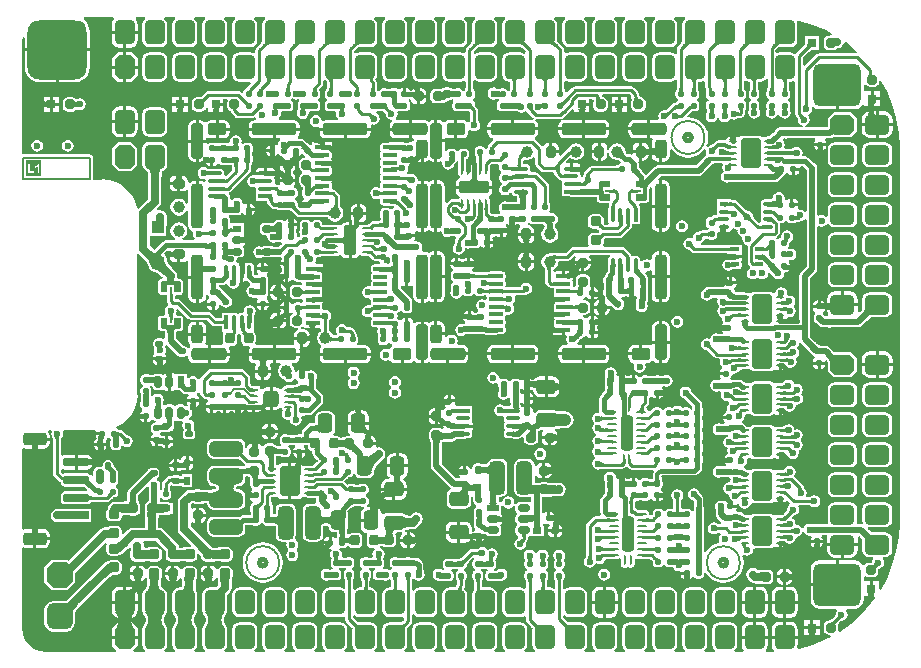
<source format=gbr>
%TF.GenerationSoftware,Altium Limited,Altium Designer,20.2.6 (244)*%
G04 Layer_Physical_Order=1*
G04 Layer_Color=255*
%FSLAX45Y45*%
%MOMM*%
%TF.SameCoordinates,1A285BE7-DF3D-4214-9C7A-F78C9B27F18F*%
%TF.FilePolarity,Positive*%
%TF.FileFunction,Copper,L1,Top,Signal*%
%TF.Part,Single*%
G01*
G75*
%TA.AperFunction,NonConductor*%
%ADD10C,0.40000*%
%ADD11C,0.20000*%
%TA.AperFunction,SMDPad,CuDef*%
G04:AMPARAMS|DCode=12|XSize=0.6mm|YSize=1mm|CornerRadius=0.15mm|HoleSize=0mm|Usage=FLASHONLY|Rotation=90.000|XOffset=0mm|YOffset=0mm|HoleType=Round|Shape=RoundedRectangle|*
%AMROUNDEDRECTD12*
21,1,0.60000,0.70000,0,0,90.0*
21,1,0.30000,1.00000,0,0,90.0*
1,1,0.30000,0.35000,0.15000*
1,1,0.30000,0.35000,-0.15000*
1,1,0.30000,-0.35000,-0.15000*
1,1,0.30000,-0.35000,0.15000*
%
%ADD12ROUNDEDRECTD12*%
%ADD13R,1.00000X0.60000*%
G04:AMPARAMS|DCode=14|XSize=0.38mm|YSize=1.15mm|CornerRadius=0.095mm|HoleSize=0mm|Usage=FLASHONLY|Rotation=90.000|XOffset=0mm|YOffset=0mm|HoleType=Round|Shape=RoundedRectangle|*
%AMROUNDEDRECTD14*
21,1,0.38000,0.96000,0,0,90.0*
21,1,0.19000,1.15000,0,0,90.0*
1,1,0.19000,0.48000,0.09500*
1,1,0.19000,0.48000,-0.09500*
1,1,0.19000,-0.48000,-0.09500*
1,1,0.19000,-0.48000,0.09500*
%
%ADD14ROUNDEDRECTD14*%
%ADD15R,1.15000X0.38000*%
G04:AMPARAMS|DCode=16|XSize=0.38mm|YSize=1.2mm|CornerRadius=0.095mm|HoleSize=0mm|Usage=FLASHONLY|Rotation=90.000|XOffset=0mm|YOffset=0mm|HoleType=Round|Shape=RoundedRectangle|*
%AMROUNDEDRECTD16*
21,1,0.38000,1.01000,0,0,90.0*
21,1,0.19000,1.20000,0,0,90.0*
1,1,0.19000,0.50500,0.09500*
1,1,0.19000,0.50500,-0.09500*
1,1,0.19000,-0.50500,-0.09500*
1,1,0.19000,-0.50500,0.09500*
%
%ADD16ROUNDEDRECTD16*%
%ADD17R,1.20000X0.38000*%
%ADD18R,0.65000X0.25000*%
G04:AMPARAMS|DCode=19|XSize=0.25mm|YSize=0.65mm|CornerRadius=0.0625mm|HoleSize=0mm|Usage=FLASHONLY|Rotation=90.000|XOffset=0mm|YOffset=0mm|HoleType=Round|Shape=RoundedRectangle|*
%AMROUNDEDRECTD19*
21,1,0.25000,0.52500,0,0,90.0*
21,1,0.12500,0.65000,0,0,90.0*
1,1,0.12500,0.26250,0.06250*
1,1,0.12500,0.26250,-0.06250*
1,1,0.12500,-0.26250,-0.06250*
1,1,0.12500,-0.26250,0.06250*
%
%ADD19ROUNDEDRECTD19*%
G04:AMPARAMS|DCode=20|XSize=1.4mm|YSize=1.3mm|CornerRadius=0.325mm|HoleSize=0mm|Usage=FLASHONLY|Rotation=90.000|XOffset=0mm|YOffset=0mm|HoleType=Round|Shape=RoundedRectangle|*
%AMROUNDEDRECTD20*
21,1,1.40000,0.65000,0,0,90.0*
21,1,0.75000,1.30000,0,0,90.0*
1,1,0.65000,0.32500,0.37500*
1,1,0.65000,0.32500,-0.37500*
1,1,0.65000,-0.32500,-0.37500*
1,1,0.65000,-0.32500,0.37500*
%
%ADD20ROUNDEDRECTD20*%
G04:AMPARAMS|DCode=21|XSize=2.55mm|YSize=1.1mm|CornerRadius=0.275mm|HoleSize=0mm|Usage=FLASHONLY|Rotation=90.000|XOffset=0mm|YOffset=0mm|HoleType=Round|Shape=RoundedRectangle|*
%AMROUNDEDRECTD21*
21,1,2.55000,0.55000,0,0,90.0*
21,1,2.00000,1.10000,0,0,90.0*
1,1,0.55000,0.27500,1.00000*
1,1,0.55000,0.27500,-1.00000*
1,1,0.55000,-0.27500,-1.00000*
1,1,0.55000,-0.27500,1.00000*
%
%ADD21ROUNDEDRECTD21*%
G04:AMPARAMS|DCode=22|XSize=0.25mm|YSize=0.8mm|CornerRadius=0.0625mm|HoleSize=0mm|Usage=FLASHONLY|Rotation=90.000|XOffset=0mm|YOffset=0mm|HoleType=Round|Shape=RoundedRectangle|*
%AMROUNDEDRECTD22*
21,1,0.25000,0.67500,0,0,90.0*
21,1,0.12500,0.80000,0,0,90.0*
1,1,0.12500,0.33750,0.06250*
1,1,0.12500,0.33750,-0.06250*
1,1,0.12500,-0.33750,-0.06250*
1,1,0.12500,-0.33750,0.06250*
%
%ADD22ROUNDEDRECTD22*%
%ADD23R,0.80000X0.25000*%
G04:AMPARAMS|DCode=24|XSize=0.6mm|YSize=1mm|CornerRadius=0.15mm|HoleSize=0mm|Usage=FLASHONLY|Rotation=0.000|XOffset=0mm|YOffset=0mm|HoleType=Round|Shape=RoundedRectangle|*
%AMROUNDEDRECTD24*
21,1,0.60000,0.70000,0,0,0.0*
21,1,0.30000,1.00000,0,0,0.0*
1,1,0.30000,0.15000,-0.35000*
1,1,0.30000,-0.15000,-0.35000*
1,1,0.30000,-0.15000,0.35000*
1,1,0.30000,0.15000,0.35000*
%
%ADD24ROUNDEDRECTD24*%
%ADD25R,0.60000X1.00000*%
G04:AMPARAMS|DCode=26|XSize=0.6mm|YSize=0.8mm|CornerRadius=0.15mm|HoleSize=0mm|Usage=FLASHONLY|Rotation=90.000|XOffset=0mm|YOffset=0mm|HoleType=Round|Shape=RoundedRectangle|*
%AMROUNDEDRECTD26*
21,1,0.60000,0.50000,0,0,90.0*
21,1,0.30000,0.80000,0,0,90.0*
1,1,0.30000,0.25000,0.15000*
1,1,0.30000,0.25000,-0.15000*
1,1,0.30000,-0.25000,-0.15000*
1,1,0.30000,-0.25000,0.15000*
%
%ADD26ROUNDEDRECTD26*%
%ADD27R,0.80000X0.60000*%
G04:AMPARAMS|DCode=28|XSize=0.38mm|YSize=1.15mm|CornerRadius=0.095mm|HoleSize=0mm|Usage=FLASHONLY|Rotation=180.000|XOffset=0mm|YOffset=0mm|HoleType=Round|Shape=RoundedRectangle|*
%AMROUNDEDRECTD28*
21,1,0.38000,0.96000,0,0,180.0*
21,1,0.19000,1.15000,0,0,180.0*
1,1,0.19000,-0.09500,0.48000*
1,1,0.19000,0.09500,0.48000*
1,1,0.19000,0.09500,-0.48000*
1,1,0.19000,-0.09500,-0.48000*
%
%ADD28ROUNDEDRECTD28*%
%ADD29R,0.38000X1.15000*%
G04:AMPARAMS|DCode=30|XSize=0.25mm|YSize=0.7mm|CornerRadius=0.0625mm|HoleSize=0mm|Usage=FLASHONLY|Rotation=90.000|XOffset=0mm|YOffset=0mm|HoleType=Round|Shape=RoundedRectangle|*
%AMROUNDEDRECTD30*
21,1,0.25000,0.57500,0,0,90.0*
21,1,0.12500,0.70000,0,0,90.0*
1,1,0.12500,0.28750,0.06250*
1,1,0.12500,0.28750,-0.06250*
1,1,0.12500,-0.28750,-0.06250*
1,1,0.12500,-0.28750,0.06250*
%
%ADD30ROUNDEDRECTD30*%
%ADD31R,0.70000X0.25000*%
G04:AMPARAMS|DCode=32|XSize=2.5mm|YSize=1.72mm|CornerRadius=0.172mm|HoleSize=0mm|Usage=FLASHONLY|Rotation=90.000|XOffset=0mm|YOffset=0mm|HoleType=Round|Shape=RoundedRectangle|*
%AMROUNDEDRECTD32*
21,1,2.50000,1.37600,0,0,90.0*
21,1,2.15600,1.72000,0,0,90.0*
1,1,0.34400,0.68800,1.07800*
1,1,0.34400,0.68800,-1.07800*
1,1,0.34400,-0.68800,-1.07800*
1,1,0.34400,-0.68800,1.07800*
%
%ADD32ROUNDEDRECTD32*%
%ADD33R,0.80000X0.37000*%
G04:AMPARAMS|DCode=34|XSize=0.37mm|YSize=0.8mm|CornerRadius=0.0925mm|HoleSize=0mm|Usage=FLASHONLY|Rotation=90.000|XOffset=0mm|YOffset=0mm|HoleType=Round|Shape=RoundedRectangle|*
%AMROUNDEDRECTD34*
21,1,0.37000,0.61500,0,0,90.0*
21,1,0.18500,0.80000,0,0,90.0*
1,1,0.18500,0.30750,0.09250*
1,1,0.18500,0.30750,-0.09250*
1,1,0.18500,-0.30750,-0.09250*
1,1,0.18500,-0.30750,0.09250*
%
%ADD34ROUNDEDRECTD34*%
G04:AMPARAMS|DCode=35|XSize=0.38mm|YSize=0.7mm|CornerRadius=0.095mm|HoleSize=0mm|Usage=FLASHONLY|Rotation=90.000|XOffset=0mm|YOffset=0mm|HoleType=Round|Shape=RoundedRectangle|*
%AMROUNDEDRECTD35*
21,1,0.38000,0.51000,0,0,90.0*
21,1,0.19000,0.70000,0,0,90.0*
1,1,0.19000,0.25500,0.09500*
1,1,0.19000,0.25500,-0.09500*
1,1,0.19000,-0.25500,-0.09500*
1,1,0.19000,-0.25500,0.09500*
%
%ADD35ROUNDEDRECTD35*%
%ADD36R,0.70000X0.38000*%
G04:AMPARAMS|DCode=37|XSize=0.25mm|YSize=0.8mm|CornerRadius=0.0625mm|HoleSize=0mm|Usage=FLASHONLY|Rotation=0.000|XOffset=0mm|YOffset=0mm|HoleType=Round|Shape=RoundedRectangle|*
%AMROUNDEDRECTD37*
21,1,0.25000,0.67500,0,0,0.0*
21,1,0.12500,0.80000,0,0,0.0*
1,1,0.12500,0.06250,-0.33750*
1,1,0.12500,-0.06250,-0.33750*
1,1,0.12500,-0.06250,0.33750*
1,1,0.12500,0.06250,0.33750*
%
%ADD37ROUNDEDRECTD37*%
G04:AMPARAMS|DCode=38|XSize=1mm|YSize=2.98mm|CornerRadius=0.25mm|HoleSize=0mm|Usage=FLASHONLY|Rotation=0.000|XOffset=0mm|YOffset=0mm|HoleType=Round|Shape=RoundedRectangle|*
%AMROUNDEDRECTD38*
21,1,1.00000,2.48000,0,0,0.0*
21,1,0.50000,2.98000,0,0,0.0*
1,1,0.50000,0.25000,-1.24000*
1,1,0.50000,-0.25000,-1.24000*
1,1,0.50000,-0.25000,1.24000*
1,1,0.50000,0.25000,1.24000*
%
%ADD38ROUNDEDRECTD38*%
G04:AMPARAMS|DCode=39|XSize=2.55mm|YSize=1.1mm|CornerRadius=0.275mm|HoleSize=0mm|Usage=FLASHONLY|Rotation=0.000|XOffset=0mm|YOffset=0mm|HoleType=Round|Shape=RoundedRectangle|*
%AMROUNDEDRECTD39*
21,1,2.55000,0.55000,0,0,0.0*
21,1,2.00000,1.10000,0,0,0.0*
1,1,0.55000,1.00000,-0.27500*
1,1,0.55000,-1.00000,-0.27500*
1,1,0.55000,-1.00000,0.27500*
1,1,0.55000,1.00000,0.27500*
%
%ADD39ROUNDEDRECTD39*%
%ADD40R,0.25000X0.80000*%
G04:AMPARAMS|DCode=41|XSize=0.8mm|YSize=1mm|CornerRadius=0.2mm|HoleSize=0mm|Usage=FLASHONLY|Rotation=180.000|XOffset=0mm|YOffset=0mm|HoleType=Round|Shape=RoundedRectangle|*
%AMROUNDEDRECTD41*
21,1,0.80000,0.60000,0,0,180.0*
21,1,0.40000,1.00000,0,0,180.0*
1,1,0.40000,-0.20000,0.30000*
1,1,0.40000,0.20000,0.30000*
1,1,0.40000,0.20000,-0.30000*
1,1,0.40000,-0.20000,-0.30000*
%
%ADD41ROUNDEDRECTD41*%
%ADD42C,1.00000*%
G04:AMPARAMS|DCode=43|XSize=0.8mm|YSize=1mm|CornerRadius=0.2mm|HoleSize=0mm|Usage=FLASHONLY|Rotation=90.000|XOffset=0mm|YOffset=0mm|HoleType=Round|Shape=RoundedRectangle|*
%AMROUNDEDRECTD43*
21,1,0.80000,0.60000,0,0,90.0*
21,1,0.40000,1.00000,0,0,90.0*
1,1,0.40000,0.30000,0.20000*
1,1,0.40000,0.30000,-0.20000*
1,1,0.40000,-0.30000,-0.20000*
1,1,0.40000,-0.30000,0.20000*
%
%ADD43ROUNDEDRECTD43*%
G04:AMPARAMS|DCode=44|XSize=0.5mm|YSize=0.6mm|CornerRadius=0.125mm|HoleSize=0mm|Usage=FLASHONLY|Rotation=270.000|XOffset=0mm|YOffset=0mm|HoleType=Round|Shape=RoundedRectangle|*
%AMROUNDEDRECTD44*
21,1,0.50000,0.35000,0,0,270.0*
21,1,0.25000,0.60000,0,0,270.0*
1,1,0.25000,-0.17500,-0.12500*
1,1,0.25000,-0.17500,0.12500*
1,1,0.25000,0.17500,0.12500*
1,1,0.25000,0.17500,-0.12500*
%
%ADD44ROUNDEDRECTD44*%
G04:AMPARAMS|DCode=45|XSize=0.5mm|YSize=0.6mm|CornerRadius=0.125mm|HoleSize=0mm|Usage=FLASHONLY|Rotation=0.000|XOffset=0mm|YOffset=0mm|HoleType=Round|Shape=RoundedRectangle|*
%AMROUNDEDRECTD45*
21,1,0.50000,0.35000,0,0,0.0*
21,1,0.25000,0.60000,0,0,0.0*
1,1,0.25000,0.12500,-0.17500*
1,1,0.25000,-0.12500,-0.17500*
1,1,0.25000,-0.12500,0.17500*
1,1,0.25000,0.12500,0.17500*
%
%ADD45ROUNDEDRECTD45*%
G04:AMPARAMS|DCode=46|XSize=0.5mm|YSize=0.5mm|CornerRadius=0.125mm|HoleSize=0mm|Usage=FLASHONLY|Rotation=180.000|XOffset=0mm|YOffset=0mm|HoleType=Round|Shape=RoundedRectangle|*
%AMROUNDEDRECTD46*
21,1,0.50000,0.25000,0,0,180.0*
21,1,0.25000,0.50000,0,0,180.0*
1,1,0.25000,-0.12500,0.12500*
1,1,0.25000,0.12500,0.12500*
1,1,0.25000,0.12500,-0.12500*
1,1,0.25000,-0.12500,-0.12500*
%
%ADD46ROUNDEDRECTD46*%
G04:AMPARAMS|DCode=47|XSize=0.5mm|YSize=0.5mm|CornerRadius=0.125mm|HoleSize=0mm|Usage=FLASHONLY|Rotation=90.000|XOffset=0mm|YOffset=0mm|HoleType=Round|Shape=RoundedRectangle|*
%AMROUNDEDRECTD47*
21,1,0.50000,0.25000,0,0,90.0*
21,1,0.25000,0.50000,0,0,90.0*
1,1,0.25000,0.12500,0.12500*
1,1,0.25000,0.12500,-0.12500*
1,1,0.25000,-0.12500,-0.12500*
1,1,0.25000,-0.12500,0.12500*
%
%ADD47ROUNDEDRECTD47*%
G04:AMPARAMS|DCode=48|XSize=0.9mm|YSize=0.8mm|CornerRadius=0.2mm|HoleSize=0mm|Usage=FLASHONLY|Rotation=270.000|XOffset=0mm|YOffset=0mm|HoleType=Round|Shape=RoundedRectangle|*
%AMROUNDEDRECTD48*
21,1,0.90000,0.40000,0,0,270.0*
21,1,0.50000,0.80000,0,0,270.0*
1,1,0.40000,-0.20000,-0.25000*
1,1,0.40000,-0.20000,0.25000*
1,1,0.40000,0.20000,0.25000*
1,1,0.40000,0.20000,-0.25000*
%
%ADD48ROUNDEDRECTD48*%
G04:AMPARAMS|DCode=49|XSize=0.9mm|YSize=0.8mm|CornerRadius=0.2mm|HoleSize=0mm|Usage=FLASHONLY|Rotation=0.000|XOffset=0mm|YOffset=0mm|HoleType=Round|Shape=RoundedRectangle|*
%AMROUNDEDRECTD49*
21,1,0.90000,0.40000,0,0,0.0*
21,1,0.50000,0.80000,0,0,0.0*
1,1,0.40000,0.25000,-0.20000*
1,1,0.40000,-0.25000,-0.20000*
1,1,0.40000,-0.25000,0.20000*
1,1,0.40000,0.25000,0.20000*
%
%ADD49ROUNDEDRECTD49*%
%ADD50O,1.70000X0.30000*%
%ADD51R,0.24000X0.70000*%
%ADD52O,0.30000X1.70000*%
%ADD53R,0.70000X0.24000*%
%ADD54R,2.20000X0.70000*%
G04:AMPARAMS|DCode=55|XSize=2.2mm|YSize=0.7mm|CornerRadius=0.175mm|HoleSize=0mm|Usage=FLASHONLY|Rotation=180.000|XOffset=0mm|YOffset=0mm|HoleType=Round|Shape=RoundedRectangle|*
%AMROUNDEDRECTD55*
21,1,2.20000,0.35000,0,0,180.0*
21,1,1.85000,0.70000,0,0,180.0*
1,1,0.35000,-0.92500,0.17500*
1,1,0.35000,0.92500,0.17500*
1,1,0.35000,0.92500,-0.17500*
1,1,0.35000,-0.92500,-0.17500*
%
%ADD55ROUNDEDRECTD55*%
G04:AMPARAMS|DCode=56|XSize=2mm|YSize=1.1mm|CornerRadius=0.275mm|HoleSize=0mm|Usage=FLASHONLY|Rotation=180.000|XOffset=0mm|YOffset=0mm|HoleType=Round|Shape=RoundedRectangle|*
%AMROUNDEDRECTD56*
21,1,2.00000,0.55000,0,0,180.0*
21,1,1.45000,1.10000,0,0,180.0*
1,1,0.55000,-0.72500,0.27500*
1,1,0.55000,0.72500,0.27500*
1,1,0.55000,0.72500,-0.27500*
1,1,0.55000,-0.72500,-0.27500*
%
%ADD56ROUNDEDRECTD56*%
G04:AMPARAMS|DCode=57|XSize=1.6mm|YSize=1mm|CornerRadius=0.25mm|HoleSize=0mm|Usage=FLASHONLY|Rotation=270.000|XOffset=0mm|YOffset=0mm|HoleType=Round|Shape=RoundedRectangle|*
%AMROUNDEDRECTD57*
21,1,1.60000,0.50000,0,0,270.0*
21,1,1.10000,1.00000,0,0,270.0*
1,1,0.50000,-0.25000,-0.55000*
1,1,0.50000,-0.25000,0.55000*
1,1,0.50000,0.25000,0.55000*
1,1,0.50000,0.25000,-0.55000*
%
%ADD57ROUNDEDRECTD57*%
G04:AMPARAMS|DCode=58|XSize=3.8mm|YSize=1mm|CornerRadius=0.25mm|HoleSize=0mm|Usage=FLASHONLY|Rotation=180.000|XOffset=0mm|YOffset=0mm|HoleType=Round|Shape=RoundedRectangle|*
%AMROUNDEDRECTD58*
21,1,3.80000,0.50000,0,0,180.0*
21,1,3.30000,1.00000,0,0,180.0*
1,1,0.50000,-1.65000,0.25000*
1,1,0.50000,1.65000,0.25000*
1,1,0.50000,1.65000,-0.25000*
1,1,0.50000,-1.65000,-0.25000*
%
%ADD58ROUNDEDRECTD58*%
G04:AMPARAMS|DCode=59|XSize=3mm|YSize=1mm|CornerRadius=0.25mm|HoleSize=0mm|Usage=FLASHONLY|Rotation=180.000|XOffset=0mm|YOffset=0mm|HoleType=Round|Shape=RoundedRectangle|*
%AMROUNDEDRECTD59*
21,1,3.00000,0.50000,0,0,180.0*
21,1,2.50000,1.00000,0,0,180.0*
1,1,0.50000,-1.25000,0.25000*
1,1,0.50000,1.25000,0.25000*
1,1,0.50000,1.25000,-0.25000*
1,1,0.50000,-1.25000,-0.25000*
%
%ADD59ROUNDEDRECTD59*%
G04:AMPARAMS|DCode=60|XSize=1.6mm|YSize=1mm|CornerRadius=0.25mm|HoleSize=0mm|Usage=FLASHONLY|Rotation=0.000|XOffset=0mm|YOffset=0mm|HoleType=Round|Shape=RoundedRectangle|*
%AMROUNDEDRECTD60*
21,1,1.60000,0.50000,0,0,0.0*
21,1,1.10000,1.00000,0,0,0.0*
1,1,0.50000,0.55000,-0.25000*
1,1,0.50000,-0.55000,-0.25000*
1,1,0.50000,-0.55000,0.25000*
1,1,0.50000,0.55000,0.25000*
%
%ADD60ROUNDEDRECTD60*%
G04:AMPARAMS|DCode=61|XSize=3.8mm|YSize=1mm|CornerRadius=0.25mm|HoleSize=0mm|Usage=FLASHONLY|Rotation=270.000|XOffset=0mm|YOffset=0mm|HoleType=Round|Shape=RoundedRectangle|*
%AMROUNDEDRECTD61*
21,1,3.80000,0.50000,0,0,270.0*
21,1,3.30000,1.00000,0,0,270.0*
1,1,0.50000,-0.25000,-1.65000*
1,1,0.50000,-0.25000,1.65000*
1,1,0.50000,0.25000,1.65000*
1,1,0.50000,0.25000,-1.65000*
%
%ADD61ROUNDEDRECTD61*%
G04:AMPARAMS|DCode=62|XSize=3mm|YSize=1mm|CornerRadius=0.25mm|HoleSize=0mm|Usage=FLASHONLY|Rotation=270.000|XOffset=0mm|YOffset=0mm|HoleType=Round|Shape=RoundedRectangle|*
%AMROUNDEDRECTD62*
21,1,3.00000,0.50000,0,0,270.0*
21,1,2.50000,1.00000,0,0,270.0*
1,1,0.50000,-0.25000,-1.25000*
1,1,0.50000,-0.25000,1.25000*
1,1,0.50000,0.25000,1.25000*
1,1,0.50000,0.25000,-1.25000*
%
%ADD62ROUNDEDRECTD62*%
G04:AMPARAMS|DCode=63|XSize=2.8mm|YSize=1.3mm|CornerRadius=0.325mm|HoleSize=0mm|Usage=FLASHONLY|Rotation=90.000|XOffset=0mm|YOffset=0mm|HoleType=Round|Shape=RoundedRectangle|*
%AMROUNDEDRECTD63*
21,1,2.80000,0.65000,0,0,90.0*
21,1,2.15000,1.30000,0,0,90.0*
1,1,0.65000,0.32500,1.07500*
1,1,0.65000,0.32500,-1.07500*
1,1,0.65000,-0.32500,-1.07500*
1,1,0.65000,-0.32500,1.07500*
%
%ADD63ROUNDEDRECTD63*%
G04:AMPARAMS|DCode=64|XSize=2.8mm|YSize=1.3mm|CornerRadius=0.325mm|HoleSize=0mm|Usage=FLASHONLY|Rotation=0.000|XOffset=0mm|YOffset=0mm|HoleType=Round|Shape=RoundedRectangle|*
%AMROUNDEDRECTD64*
21,1,2.80000,0.65000,0,0,0.0*
21,1,2.15000,1.30000,0,0,0.0*
1,1,0.65000,1.07500,-0.32500*
1,1,0.65000,-1.07500,-0.32500*
1,1,0.65000,-1.07500,0.32500*
1,1,0.65000,1.07500,0.32500*
%
%ADD64ROUNDEDRECTD64*%
G04:AMPARAMS|DCode=65|XSize=0.5mm|YSize=0.7mm|CornerRadius=0.125mm|HoleSize=0mm|Usage=FLASHONLY|Rotation=180.000|XOffset=0mm|YOffset=0mm|HoleType=Round|Shape=RoundedRectangle|*
%AMROUNDEDRECTD65*
21,1,0.50000,0.45000,0,0,180.0*
21,1,0.25000,0.70000,0,0,180.0*
1,1,0.25000,-0.12500,0.22500*
1,1,0.25000,0.12500,0.22500*
1,1,0.25000,0.12500,-0.22500*
1,1,0.25000,-0.12500,-0.22500*
%
%ADD65ROUNDEDRECTD65*%
%ADD66R,0.50000X0.70000*%
G04:AMPARAMS|DCode=67|XSize=0.5mm|YSize=0.7mm|CornerRadius=0.125mm|HoleSize=0mm|Usage=FLASHONLY|Rotation=90.000|XOffset=0mm|YOffset=0mm|HoleType=Round|Shape=RoundedRectangle|*
%AMROUNDEDRECTD67*
21,1,0.50000,0.45000,0,0,90.0*
21,1,0.25000,0.70000,0,0,90.0*
1,1,0.25000,0.22500,0.12500*
1,1,0.25000,0.22500,-0.12500*
1,1,0.25000,-0.22500,-0.12500*
1,1,0.25000,-0.22500,0.12500*
%
%ADD67ROUNDEDRECTD67*%
%ADD68R,0.70000X0.50000*%
G04:AMPARAMS|DCode=69|XSize=0.8mm|YSize=0.8mm|CornerRadius=0.2mm|HoleSize=0mm|Usage=FLASHONLY|Rotation=90.000|XOffset=0mm|YOffset=0mm|HoleType=Round|Shape=RoundedRectangle|*
%AMROUNDEDRECTD69*
21,1,0.80000,0.40000,0,0,90.0*
21,1,0.40000,0.80000,0,0,90.0*
1,1,0.40000,0.20000,0.20000*
1,1,0.40000,0.20000,-0.20000*
1,1,0.40000,-0.20000,-0.20000*
1,1,0.40000,-0.20000,0.20000*
%
%ADD69ROUNDEDRECTD69*%
%ADD70R,0.80000X0.80000*%
G04:AMPARAMS|DCode=71|XSize=1.1mm|YSize=1.1mm|CornerRadius=0.275mm|HoleSize=0mm|Usage=FLASHONLY|Rotation=0.000|XOffset=0mm|YOffset=0mm|HoleType=Round|Shape=RoundedRectangle|*
%AMROUNDEDRECTD71*
21,1,1.10000,0.55000,0,0,0.0*
21,1,0.55000,1.10000,0,0,0.0*
1,1,0.55000,0.27500,-0.27500*
1,1,0.55000,-0.27500,-0.27500*
1,1,0.55000,-0.27500,0.27500*
1,1,0.55000,0.27500,0.27500*
%
%ADD71ROUNDEDRECTD71*%
%ADD72R,1.10000X1.10000*%
G04:AMPARAMS|DCode=73|XSize=0.8mm|YSize=0.8mm|CornerRadius=0.2mm|HoleSize=0mm|Usage=FLASHONLY|Rotation=180.000|XOffset=0mm|YOffset=0mm|HoleType=Round|Shape=RoundedRectangle|*
%AMROUNDEDRECTD73*
21,1,0.80000,0.40000,0,0,180.0*
21,1,0.40000,0.80000,0,0,180.0*
1,1,0.40000,-0.20000,0.20000*
1,1,0.40000,0.20000,0.20000*
1,1,0.40000,0.20000,-0.20000*
1,1,0.40000,-0.20000,-0.20000*
%
%ADD73ROUNDEDRECTD73*%
%ADD74R,0.80000X0.80000*%
G04:AMPARAMS|DCode=75|XSize=1.65mm|YSize=1.25mm|CornerRadius=0.3125mm|HoleSize=0mm|Usage=FLASHONLY|Rotation=0.000|XOffset=0mm|YOffset=0mm|HoleType=Round|Shape=RoundedRectangle|*
%AMROUNDEDRECTD75*
21,1,1.65000,0.62500,0,0,0.0*
21,1,1.02500,1.25000,0,0,0.0*
1,1,0.62500,0.51250,-0.31250*
1,1,0.62500,-0.51250,-0.31250*
1,1,0.62500,-0.51250,0.31250*
1,1,0.62500,0.51250,0.31250*
%
%ADD75ROUNDEDRECTD75*%
G04:AMPARAMS|DCode=76|XSize=1.65mm|YSize=1.25mm|CornerRadius=0.3125mm|HoleSize=0mm|Usage=FLASHONLY|Rotation=270.000|XOffset=0mm|YOffset=0mm|HoleType=Round|Shape=RoundedRectangle|*
%AMROUNDEDRECTD76*
21,1,1.65000,0.62500,0,0,270.0*
21,1,1.02500,1.25000,0,0,270.0*
1,1,0.62500,-0.31250,-0.51250*
1,1,0.62500,-0.31250,0.51250*
1,1,0.62500,0.31250,0.51250*
1,1,0.62500,0.31250,-0.51250*
%
%ADD76ROUNDEDRECTD76*%
%TA.AperFunction,NonConductor*%
%ADD77C,0.15000*%
%TA.AperFunction,Conductor*%
%ADD78C,0.25000*%
%ADD79C,0.50000*%
%ADD80C,0.40000*%
%ADD81C,0.30000*%
%ADD82C,1.00000*%
%ADD83C,0.70000*%
%ADD84C,0.20000*%
%ADD85C,0.24000*%
%ADD86C,0.23000*%
%TA.AperFunction,ComponentPad*%
G04:AMPARAMS|DCode=87|XSize=1.7mm|YSize=2.1mm|CornerRadius=0.425mm|HoleSize=0mm|Usage=FLASHONLY|Rotation=0.000|XOffset=0mm|YOffset=0mm|HoleType=Round|Shape=RoundedRectangle|*
%AMROUNDEDRECTD87*
21,1,1.70000,1.25001,0,0,0.0*
21,1,0.85000,2.10000,0,0,0.0*
1,1,0.85000,0.42500,-0.62500*
1,1,0.85000,-0.42500,-0.62500*
1,1,0.85000,-0.42500,0.62500*
1,1,0.85000,0.42500,0.62500*
%
%ADD87ROUNDEDRECTD87*%
G04:AMPARAMS|DCode=88|XSize=1.7mm|YSize=2.1mm|CornerRadius=0mm|HoleSize=0mm|Usage=FLASHONLY|Rotation=0.000|XOffset=0mm|YOffset=0mm|HoleType=Round|Shape=Octagon|*
%AMOCTAGOND88*
4,1,8,-0.42500,1.05000,0.42500,1.05000,0.85000,0.62500,0.85000,-0.62500,0.42500,-1.05000,-0.42500,-1.05000,-0.85000,-0.62500,-0.85000,0.62500,-0.42500,1.05000,0.0*
%
%ADD88OCTAGOND88*%

G04:AMPARAMS|DCode=89|XSize=1.7mm|YSize=2.1mm|CornerRadius=0.425mm|HoleSize=0mm|Usage=FLASHONLY|Rotation=270.000|XOffset=0mm|YOffset=0mm|HoleType=Round|Shape=RoundedRectangle|*
%AMROUNDEDRECTD89*
21,1,1.70000,1.25001,0,0,270.0*
21,1,0.85000,2.10000,0,0,270.0*
1,1,0.85000,-0.62500,-0.42500*
1,1,0.85000,-0.62500,0.42500*
1,1,0.85000,0.62500,0.42500*
1,1,0.85000,0.62500,-0.42500*
%
%ADD89ROUNDEDRECTD89*%
G04:AMPARAMS|DCode=90|XSize=1.7mm|YSize=2.1mm|CornerRadius=0mm|HoleSize=0mm|Usage=FLASHONLY|Rotation=270.000|XOffset=0mm|YOffset=0mm|HoleType=Round|Shape=Octagon|*
%AMOCTAGOND90*
4,1,8,1.05000,0.42500,1.05000,-0.42500,0.62500,-0.85000,-0.62500,-0.85000,-1.05000,-0.42500,-1.05000,0.42500,-0.62500,0.85000,0.62500,0.85000,1.05000,0.42500,0.0*
%
%ADD90OCTAGOND90*%

G04:AMPARAMS|DCode=91|XSize=4mm|YSize=3.6mm|CornerRadius=0.54mm|HoleSize=0mm|Usage=FLASHONLY|Rotation=0.000|XOffset=0mm|YOffset=0mm|HoleType=Round|Shape=RoundedRectangle|*
%AMROUNDEDRECTD91*
21,1,4.00000,2.52000,0,0,0.0*
21,1,2.92000,3.60000,0,0,0.0*
1,1,1.08000,1.46000,-1.26000*
1,1,1.08000,-1.46000,-1.26000*
1,1,1.08000,-1.46000,1.26000*
1,1,1.08000,1.46000,1.26000*
%
%ADD91ROUNDEDRECTD91*%
G04:AMPARAMS|DCode=92|XSize=5mm|YSize=5mm|CornerRadius=1mm|HoleSize=0mm|Usage=FLASHONLY|Rotation=0.000|XOffset=0mm|YOffset=0mm|HoleType=Round|Shape=RoundedRectangle|*
%AMROUNDEDRECTD92*
21,1,5.00000,3.00000,0,0,0.0*
21,1,3.00000,5.00000,0,0,0.0*
1,1,2.00000,1.50000,-1.50000*
1,1,2.00000,-1.50000,-1.50000*
1,1,2.00000,-1.50000,1.50000*
1,1,2.00000,1.50000,1.50000*
%
%ADD92ROUNDEDRECTD92*%
G04:AMPARAMS|DCode=93|XSize=2.2mm|YSize=2.2mm|CornerRadius=0mm|HoleSize=0mm|Usage=FLASHONLY|Rotation=270.000|XOffset=0mm|YOffset=0mm|HoleType=Round|Shape=Octagon|*
%AMOCTAGOND93*
4,1,8,-0.55000,-1.10000,0.55000,-1.10000,1.10000,-0.55000,1.10000,0.55000,0.55000,1.10000,-0.55000,1.10000,-1.10000,0.55000,-1.10000,-0.55000,-0.55000,-1.10000,0.0*
%
%ADD93OCTAGOND93*%

G04:AMPARAMS|DCode=94|XSize=2.2mm|YSize=2.2mm|CornerRadius=0.55mm|HoleSize=0mm|Usage=FLASHONLY|Rotation=270.000|XOffset=0mm|YOffset=0mm|HoleType=Round|Shape=RoundedRectangle|*
%AMROUNDEDRECTD94*
21,1,2.20000,1.10000,0,0,270.0*
21,1,1.10000,2.20000,0,0,270.0*
1,1,1.10000,-0.55000,-0.55000*
1,1,1.10000,-0.55000,0.55000*
1,1,1.10000,0.55000,0.55000*
1,1,1.10000,0.55000,-0.55000*
%
%ADD94ROUNDEDRECTD94*%
%TA.AperFunction,ViaPad*%
%ADD95C,0.60000*%
%ADD96C,1.20000*%
G36*
X1340946Y5321030D02*
X1341856Y5315147D01*
X1343122Y5309494D01*
X1344742Y5304072D01*
X1346716Y5298880D01*
X1349045Y5293919D01*
X1351729Y5289188D01*
X1354767Y5284687D01*
X1358160Y5280417D01*
X1361907Y5276377D01*
X1335751Y5245965D01*
X1331615Y5249774D01*
X1327278Y5253131D01*
X1322739Y5256035D01*
X1318000Y5258487D01*
X1313060Y5260486D01*
X1307918Y5262033D01*
X1302575Y5263128D01*
X1297032Y5263769D01*
X1291287Y5263959D01*
X1285341Y5263696D01*
X1340389Y5327144D01*
X1340946Y5321030D01*
D02*
G37*
G36*
X1639884Y5263503D02*
X1633832Y5263362D01*
X1627998Y5262818D01*
X1622381Y5261868D01*
X1616983Y5260514D01*
X1611803Y5258757D01*
X1606840Y5256595D01*
X1602096Y5254028D01*
X1597569Y5251057D01*
X1593261Y5247682D01*
X1589170Y5243902D01*
X1560886Y5272186D01*
X1564665Y5276277D01*
X1568041Y5280586D01*
X1571012Y5285112D01*
X1573578Y5289857D01*
X1575740Y5294819D01*
X1577498Y5299999D01*
X1578852Y5305398D01*
X1579801Y5311014D01*
X1580346Y5316848D01*
X1580487Y5322900D01*
X1639884Y5263503D01*
D02*
G37*
G36*
X7571174Y5186581D02*
X7569295Y5188011D01*
X7567142Y5188818D01*
X7564714Y5189002D01*
X7562011Y5188564D01*
X7559034Y5187502D01*
X7555782Y5185817D01*
X7552255Y5183510D01*
X7548454Y5180579D01*
X7544378Y5177026D01*
X7540028Y5172850D01*
X7522350Y5190527D01*
X7526526Y5194878D01*
X7533010Y5202755D01*
X7535318Y5206281D01*
X7537002Y5209533D01*
X7538064Y5212511D01*
X7538503Y5215213D01*
X7538318Y5217642D01*
X7537511Y5219795D01*
X7536081Y5221674D01*
X7571174Y5186581D01*
D02*
G37*
G36*
X7317174D02*
X7315295Y5188011D01*
X7313142Y5188818D01*
X7310714Y5189002D01*
X7308011Y5188564D01*
X7305034Y5187502D01*
X7301782Y5185817D01*
X7298255Y5183510D01*
X7294454Y5180579D01*
X7290378Y5177026D01*
X7286028Y5172850D01*
X7268350Y5190527D01*
X7272526Y5194878D01*
X7279010Y5202755D01*
X7281318Y5206281D01*
X7283002Y5209533D01*
X7284064Y5212511D01*
X7284503Y5215213D01*
X7284318Y5217642D01*
X7283511Y5219795D01*
X7282081Y5221674D01*
X7317174Y5186581D01*
D02*
G37*
G36*
X7063174D02*
X7061295Y5188011D01*
X7059142Y5188818D01*
X7056714Y5189002D01*
X7054011Y5188564D01*
X7051034Y5187502D01*
X7047782Y5185817D01*
X7044255Y5183510D01*
X7040454Y5180579D01*
X7036378Y5177026D01*
X7032028Y5172850D01*
X7014350Y5190527D01*
X7018526Y5194878D01*
X7025010Y5202755D01*
X7027318Y5206281D01*
X7029002Y5209533D01*
X7030064Y5212511D01*
X7030503Y5215213D01*
X7030318Y5217642D01*
X7029511Y5219795D01*
X7028081Y5221674D01*
X7063174Y5186581D01*
D02*
G37*
G36*
X6809174D02*
X6807295Y5188011D01*
X6805142Y5188818D01*
X6802714Y5189002D01*
X6800011Y5188564D01*
X6797034Y5187502D01*
X6793782Y5185817D01*
X6790255Y5183510D01*
X6786454Y5180579D01*
X6782378Y5177026D01*
X6778028Y5172850D01*
X6760350Y5190527D01*
X6764526Y5194878D01*
X6771010Y5202755D01*
X6773318Y5206281D01*
X6775002Y5209533D01*
X6776064Y5212511D01*
X6776503Y5215213D01*
X6776318Y5217642D01*
X6775511Y5219795D01*
X6774081Y5221674D01*
X6809174Y5186581D01*
D02*
G37*
G36*
X5031174D02*
X5029295Y5188011D01*
X5027142Y5188818D01*
X5024714Y5189002D01*
X5022011Y5188564D01*
X5019034Y5187502D01*
X5015782Y5185817D01*
X5012255Y5183510D01*
X5008454Y5180579D01*
X5004378Y5177026D01*
X5000028Y5172850D01*
X4982350Y5190527D01*
X4986526Y5194878D01*
X4993010Y5202755D01*
X4995318Y5206281D01*
X4997002Y5209533D01*
X4998064Y5212511D01*
X4998503Y5215213D01*
X4998318Y5217642D01*
X4997511Y5219795D01*
X4996081Y5221674D01*
X5031174Y5186581D01*
D02*
G37*
G36*
X4015174D02*
X4013295Y5188011D01*
X4011142Y5188818D01*
X4008714Y5189002D01*
X4006011Y5188564D01*
X4003034Y5187502D01*
X3999782Y5185817D01*
X3996255Y5183510D01*
X3992454Y5180579D01*
X3988378Y5177026D01*
X3984028Y5172850D01*
X3966350Y5190527D01*
X3970526Y5194878D01*
X3977010Y5202755D01*
X3979318Y5206281D01*
X3981002Y5209533D01*
X3982064Y5212511D01*
X3982503Y5215213D01*
X3982318Y5217642D01*
X3981511Y5219795D01*
X3980081Y5221674D01*
X4015174Y5186581D01*
D02*
G37*
G36*
X3761174D02*
X3759295Y5188011D01*
X3757142Y5188818D01*
X3754714Y5189002D01*
X3752011Y5188564D01*
X3749034Y5187502D01*
X3745782Y5185817D01*
X3742255Y5183510D01*
X3738454Y5180579D01*
X3734378Y5177026D01*
X3730028Y5172850D01*
X3712350Y5190527D01*
X3716526Y5194878D01*
X3723010Y5202755D01*
X3725318Y5206281D01*
X3727002Y5209533D01*
X3728064Y5212511D01*
X3728503Y5215213D01*
X3728318Y5217642D01*
X3727511Y5219795D01*
X3726081Y5221674D01*
X3761174Y5186581D01*
D02*
G37*
G36*
X3507174D02*
X3505295Y5188011D01*
X3503142Y5188818D01*
X3500714Y5189002D01*
X3498011Y5188564D01*
X3495034Y5187502D01*
X3491782Y5185817D01*
X3488255Y5183510D01*
X3484454Y5180579D01*
X3480378Y5177026D01*
X3476028Y5172850D01*
X3458350Y5190527D01*
X3462526Y5194878D01*
X3469010Y5202755D01*
X3471318Y5206281D01*
X3473002Y5209533D01*
X3474064Y5212511D01*
X3474503Y5215213D01*
X3474318Y5217642D01*
X3473511Y5219795D01*
X3472081Y5221674D01*
X3507174Y5186581D01*
D02*
G37*
G36*
X3253174D02*
X3251295Y5188011D01*
X3249142Y5188818D01*
X3246714Y5189002D01*
X3244011Y5188564D01*
X3241034Y5187502D01*
X3237782Y5185817D01*
X3234255Y5183510D01*
X3230454Y5180579D01*
X3226378Y5177026D01*
X3222028Y5172850D01*
X3204350Y5190527D01*
X3208526Y5194878D01*
X3215010Y5202755D01*
X3217318Y5206281D01*
X3219002Y5209533D01*
X3220064Y5212511D01*
X3220503Y5215213D01*
X3220318Y5217642D01*
X3219511Y5219795D01*
X3218081Y5221674D01*
X3253174Y5186581D01*
D02*
G37*
G36*
X5670489Y5219795D02*
X5669682Y5217642D01*
X5669497Y5215213D01*
X5669936Y5212511D01*
X5670998Y5209533D01*
X5672682Y5206281D01*
X5674990Y5202755D01*
X5677920Y5198954D01*
X5681474Y5194878D01*
X5685650Y5190527D01*
X5667972Y5172850D01*
X5663622Y5177026D01*
X5655745Y5183510D01*
X5652218Y5185817D01*
X5648966Y5187502D01*
X5645989Y5188564D01*
X5643286Y5189002D01*
X5640858Y5188818D01*
X5638705Y5188011D01*
X5636826Y5186581D01*
X5671919Y5221674D01*
X5670489Y5219795D01*
D02*
G37*
G36*
X5416489D02*
X5415682Y5217642D01*
X5415497Y5215213D01*
X5415936Y5212511D01*
X5416998Y5209533D01*
X5418682Y5206281D01*
X5420990Y5202755D01*
X5423920Y5198954D01*
X5427474Y5194878D01*
X5431650Y5190527D01*
X5413972Y5172850D01*
X5409622Y5177026D01*
X5401745Y5183510D01*
X5398218Y5185817D01*
X5394966Y5187502D01*
X5391989Y5188564D01*
X5389286Y5189002D01*
X5386858Y5188818D01*
X5384705Y5188011D01*
X5382826Y5186581D01*
X5417919Y5221674D01*
X5416489Y5219795D01*
D02*
G37*
G36*
X6776420Y5402056D02*
X6770440Y5398060D01*
X6756626Y5377387D01*
X6751776Y5353000D01*
Y5228000D01*
X6752839Y5222654D01*
X6752433Y5221674D01*
X6753589Y5218884D01*
X6754079Y5216417D01*
X6753544Y5215599D01*
X6748337Y5209273D01*
X6744733Y5205519D01*
X6743821Y5203183D01*
X6716571Y5175933D01*
X6709388Y5165183D01*
X6706865Y5152502D01*
Y5108154D01*
X6691865Y5103603D01*
X6691560Y5104060D01*
X6670886Y5117874D01*
X6646500Y5122725D01*
X6561500D01*
X6537114Y5117874D01*
X6516440Y5104060D01*
X6502626Y5083387D01*
X6497776Y5059000D01*
Y4934000D01*
X6502626Y4909613D01*
X6516440Y4888940D01*
X6537114Y4875126D01*
X6561500Y4870276D01*
X6646500D01*
X6670886Y4875126D01*
X6691560Y4888940D01*
X6691865Y4889397D01*
X6706865Y4884846D01*
Y4822672D01*
X6705856Y4820368D01*
X6705778Y4816469D01*
X6705583Y4813484D01*
X6705291Y4811014D01*
X6704942Y4809106D01*
X6704599Y4807792D01*
X6704406Y4807251D01*
X6704197Y4807016D01*
X6704161Y4806915D01*
X6703400Y4806599D01*
X6701581Y4802208D01*
X6696886Y4795181D01*
X6694363Y4782500D01*
Y4757500D01*
X6696886Y4744819D01*
X6704069Y4734069D01*
X6713064Y4728059D01*
X6714010Y4720000D01*
X6713064Y4711941D01*
X6704069Y4705931D01*
X6701014Y4701359D01*
X6700212Y4700987D01*
X6699735Y4699685D01*
X6698556Y4698955D01*
X6688884Y4696205D01*
X6684852Y4694093D01*
X6678147Y4692759D01*
X6667397Y4685576D01*
X6618279Y4636458D01*
X6617518Y4636332D01*
X6616227Y4634529D01*
X6614152Y4633746D01*
X6612474Y4632172D01*
X6611487Y4631369D01*
X6610735Y4630850D01*
X6610306Y4630606D01*
X6609847Y4630679D01*
X6606058Y4629775D01*
X6600000Y4630980D01*
X6580491Y4627099D01*
X6563952Y4616048D01*
X6552901Y4599509D01*
X6549020Y4580000D01*
X6552225Y4563887D01*
X6543987Y4548887D01*
X6482700D01*
Y4472500D01*
Y4396113D01*
X6492144D01*
X6500162Y4381113D01*
X6497524Y4377165D01*
X6493613Y4357500D01*
Y4315200D01*
X6519449D01*
X6519790Y4316200D01*
X6520126Y4320000D01*
X6520215Y4315200D01*
X6570000D01*
Y4302500D01*
X6582700D01*
Y4196113D01*
X6595000D01*
X6614665Y4200024D01*
X6631336Y4211164D01*
X6642476Y4227835D01*
X6646387Y4247500D01*
Y4296297D01*
X6661387Y4301388D01*
X6678755Y4278755D01*
X6714267Y4251506D01*
X6755621Y4234376D01*
X6800000Y4228533D01*
X6844379Y4234376D01*
X6885733Y4251506D01*
X6921245Y4278755D01*
X6936675Y4298863D01*
X6950705Y4292507D01*
X6949020Y4284038D01*
X6952901Y4264529D01*
X6961454Y4251729D01*
X6947557Y4242443D01*
X6870995Y4165881D01*
X6550000D01*
X6532442Y4162389D01*
X6517557Y4152443D01*
X6452601Y4087488D01*
X6448233Y4086937D01*
X6438698Y4088117D01*
X6433972Y4091159D01*
X6428841Y4098838D01*
X6428840Y4098839D01*
X6409682Y4117995D01*
X6408927Y4119962D01*
X6399788Y4129600D01*
X6396470Y4133447D01*
X6390584Y4141139D01*
X6388686Y4144040D01*
X6387160Y4146715D01*
X6386120Y4148890D01*
X6385519Y4150487D01*
X6384932Y4152734D01*
X6383127Y4155115D01*
X6383114Y4155181D01*
X6382763Y4155705D01*
X6381626Y4180974D01*
X6379824Y4184824D01*
X6378966Y4189139D01*
X6385908Y4200700D01*
X6386582Y4201371D01*
X6387300Y4201836D01*
Y4267300D01*
X6333711D01*
Y4263623D01*
X6318711Y4255606D01*
X6315607Y4257679D01*
X6300000Y4260784D01*
X6299999Y4260783D01*
X6283040D01*
X6281486Y4262844D01*
X6279034Y4266552D01*
X6276938Y4270222D01*
X6275181Y4273858D01*
X6273740Y4277478D01*
X6272599Y4281096D01*
X6271744Y4284733D01*
X6271041Y4289223D01*
X6268809Y4292879D01*
X6265938Y4307313D01*
X6250467Y4330467D01*
X6227313Y4345938D01*
X6200000Y4351371D01*
X6172687Y4345938D01*
X6149533Y4330467D01*
X6134062Y4307313D01*
X6131289Y4293376D01*
X6116290Y4294854D01*
Y4310000D01*
X6112766Y4327714D01*
X6102732Y4342732D01*
X6087714Y4352766D01*
X6070000Y4356289D01*
X6062700D01*
Y4280000D01*
Y4203711D01*
X6070000D01*
X6087714Y4207234D01*
X6102732Y4217268D01*
X6112766Y4232286D01*
X6116290Y4250000D01*
Y4265146D01*
X6131289Y4266624D01*
X6134062Y4252687D01*
X6149533Y4229533D01*
X6172687Y4214062D01*
X6196085Y4209408D01*
X6198201Y4208389D01*
X6202481Y4208150D01*
X6205765Y4207672D01*
X6209041Y4206894D01*
X6212348Y4205797D01*
X6215718Y4204356D01*
X6219173Y4202538D01*
X6222715Y4200317D01*
X6226351Y4197662D01*
X6230072Y4194551D01*
X6234215Y4190637D01*
X6234245Y4189192D01*
X6228544Y4175637D01*
X6227500D01*
X6214819Y4173114D01*
X6207791Y4168418D01*
X6203400Y4166599D01*
X6203085Y4165839D01*
X6202983Y4165803D01*
X6202748Y4165594D01*
X6202209Y4165401D01*
X6200893Y4165057D01*
X6199279Y4164763D01*
X6193253Y4164216D01*
X6189632Y4164144D01*
X6187331Y4163136D01*
X5990001D01*
X5977320Y4160613D01*
X5966569Y4153430D01*
X5926570Y4113430D01*
X5919387Y4102680D01*
X5917837Y4094891D01*
X5915856Y4090368D01*
X5915778Y4086469D01*
X5915584Y4083484D01*
X5915291Y4081014D01*
X5914942Y4079106D01*
X5914600Y4077791D01*
X5914406Y4077251D01*
X5914197Y4077016D01*
X5914161Y4076915D01*
X5913400Y4076599D01*
X5911582Y4072208D01*
X5906886Y4065181D01*
X5906688Y4064186D01*
X5897911Y4061952D01*
X5890578Y4069375D01*
Y4082000D01*
X5888288Y4093510D01*
X5883168Y4101173D01*
X5885661Y4102839D01*
X5893375Y4114383D01*
X5895447Y4124800D01*
X5812500D01*
Y4137500D01*
X5799800D01*
Y4182584D01*
X5770659D01*
X5764408Y4197545D01*
X5796676Y4229814D01*
X5799533Y4229533D01*
X5822687Y4214062D01*
X5850000Y4208629D01*
X5877313Y4214062D01*
X5900467Y4229533D01*
X5915938Y4252687D01*
X5921371Y4280000D01*
X5915938Y4307313D01*
X5900467Y4330467D01*
X5877313Y4345938D01*
X5850000Y4351371D01*
X5822687Y4345938D01*
X5799533Y4330467D01*
X5784062Y4307313D01*
X5782952Y4301735D01*
X5777319Y4300614D01*
X5766569Y4293431D01*
X5720870Y4247732D01*
X5717375Y4248276D01*
X5706289Y4254365D01*
Y4267300D01*
X5640000D01*
Y4280000D01*
X5627300D01*
Y4356289D01*
X5620000D01*
X5602286Y4352766D01*
X5587268Y4342732D01*
X5577922Y4328744D01*
X5571103Y4326244D01*
X5561477Y4325386D01*
X5503431Y4383431D01*
X5501642Y4384626D01*
X5501912Y4392567D01*
X5503881Y4401171D01*
X5518836Y4411164D01*
X5529975Y4427835D01*
X5533887Y4447500D01*
Y4459800D01*
X5101113D01*
Y4447500D01*
X5105024Y4427835D01*
X5116164Y4411164D01*
X5132835Y4400024D01*
X5149455Y4396718D01*
X5153258Y4389614D01*
X5154250Y4381113D01*
X5116569Y4343431D01*
X5109386Y4332681D01*
X5107852Y4324971D01*
X5105855Y4320380D01*
X5105798Y4317086D01*
X5104069Y4315931D01*
X5098059Y4306936D01*
X5090000Y4305990D01*
X5081941Y4306936D01*
X5075931Y4315931D01*
X5065181Y4323114D01*
X5052500Y4325637D01*
X5027500D01*
X5014819Y4323114D01*
X5004069Y4315931D01*
X4996886Y4305181D01*
X4994363Y4292500D01*
Y4267500D01*
X4996886Y4254819D01*
X5001582Y4247792D01*
X5003400Y4243400D01*
X5004161Y4243085D01*
X5004197Y4242983D01*
X5004406Y4242748D01*
X5004599Y4242209D01*
X5004943Y4240893D01*
X5005237Y4239279D01*
X5005784Y4233253D01*
X5005856Y4229632D01*
X5006863Y4227332D01*
Y4199730D01*
X5002700Y4196313D01*
Y4125000D01*
X4977300D01*
Y4189737D01*
X4971401Y4188563D01*
X4965000Y4184287D01*
X4958599Y4188563D01*
X4952700Y4189737D01*
Y4125000D01*
X4927300D01*
Y4196313D01*
X4923134Y4199732D01*
Y4204713D01*
X4923649Y4205453D01*
X4923266Y4207581D01*
X4924140Y4209557D01*
X4924250Y4214245D01*
X4924448Y4216740D01*
X4925181Y4216886D01*
X4926878Y4218020D01*
X4927348Y4218124D01*
X4927581Y4218490D01*
X4935931Y4224069D01*
X4943114Y4234819D01*
X4945637Y4247500D01*
Y4272500D01*
X4943114Y4285181D01*
X4935931Y4295931D01*
X4925181Y4303114D01*
X4912500Y4305637D01*
X4887500D01*
X4874819Y4303114D01*
X4864069Y4295931D01*
X4858059Y4286936D01*
X4850000Y4285990D01*
X4841941Y4286936D01*
X4835931Y4295931D01*
X4825181Y4303114D01*
X4812500Y4305637D01*
X4787500D01*
X4774819Y4303114D01*
X4764069Y4295931D01*
X4756886Y4285181D01*
X4756387Y4282676D01*
X4741387Y4284153D01*
Y4359800D01*
X4677700D01*
Y4196113D01*
X4690000D01*
X4707629Y4199619D01*
X4715128Y4194910D01*
X4720910Y4189497D01*
X4719021Y4180000D01*
X4722901Y4160491D01*
X4733952Y4143952D01*
X4750491Y4132901D01*
X4770000Y4129020D01*
X4789509Y4132901D01*
X4806048Y4143952D01*
X4817099Y4160491D01*
X4819317Y4171640D01*
X4828838Y4181162D01*
X4828839Y4181162D01*
X4837680Y4194393D01*
X4837953Y4195766D01*
X4854355Y4201664D01*
X4854508Y4201621D01*
X4856861Y4199702D01*
Y4186703D01*
X4855850Y4184295D01*
X4855735Y4160368D01*
X4855717Y4159896D01*
X4855918Y4159355D01*
X4855667Y4158750D01*
X4856861Y4155867D01*
Y4125001D01*
X4856986Y4124375D01*
Y4091250D01*
X4859023Y4081008D01*
X4864825Y4072325D01*
X4865840Y4071646D01*
X4866577Y4068648D01*
X4864813Y4054292D01*
X4851861Y4045639D01*
X4840169Y4028140D01*
X4836064Y4007500D01*
Y3992700D01*
X5143936D01*
Y4007500D01*
X5139830Y4028140D01*
X5128139Y4045639D01*
X5121611Y4050000D01*
X5122500Y4065000D01*
X5122500Y4065000D01*
Y4121787D01*
X5123139Y4125001D01*
Y4166276D01*
X5133726Y4176863D01*
X5191926D01*
X5204363Y4162500D01*
Y4137500D01*
X5206886Y4124819D01*
X5214069Y4114069D01*
X5214142Y4114020D01*
Y4095980D01*
X5214069Y4095931D01*
X5206886Y4085181D01*
X5204363Y4072500D01*
Y4047500D01*
X5206886Y4034819D01*
X5214069Y4024069D01*
X5222310Y4018562D01*
X5223225Y4016044D01*
X5224006Y4009967D01*
X5223063Y4001941D01*
X5221826Y4001114D01*
X5217434Y3999295D01*
X5216795Y3997753D01*
X5214069Y3995931D01*
X5206886Y3985181D01*
X5204363Y3972500D01*
Y3947500D01*
X5206886Y3934819D01*
X5214069Y3924069D01*
X5224819Y3916886D01*
X5237500Y3914363D01*
X5262500D01*
X5275181Y3916886D01*
X5285931Y3924069D01*
X5287753Y3926795D01*
X5289295Y3927434D01*
X5291114Y3931826D01*
X5293114Y3934819D01*
X5305425Y3934087D01*
X5309422Y3933000D01*
X5311712Y3921490D01*
X5318232Y3911732D01*
X5327990Y3905212D01*
X5339500Y3902922D01*
X5347143D01*
X5348256Y3902352D01*
X5349129Y3902281D01*
X5349348Y3901921D01*
X5350429Y3899259D01*
X5351558Y3895013D01*
X5352504Y3889252D01*
X5353126Y3882087D01*
X5353359Y3873066D01*
X5354118Y3871359D01*
Y3855882D01*
X5271331D01*
X5269509Y3857099D01*
X5250000Y3860980D01*
X5230491Y3857099D01*
X5213952Y3846048D01*
X5202901Y3829509D01*
X5199020Y3810000D01*
X5202901Y3790491D01*
X5212537Y3776070D01*
X5211221Y3764945D01*
X5209403Y3758951D01*
X5202741Y3755635D01*
X5198350Y3753816D01*
X5197700Y3753687D01*
X5197392Y3753666D01*
X5194799Y3753904D01*
X5193585Y3753527D01*
X5193280Y3753463D01*
X5171655Y3752123D01*
X5167596Y3752255D01*
X5159853Y3752942D01*
X5157622Y3753273D01*
X5156415Y3753527D01*
X5155201Y3753904D01*
X5152608Y3753666D01*
X5152300Y3753687D01*
X5151650Y3753816D01*
X5147258Y3755635D01*
X5145716Y3754997D01*
X5145397Y3755060D01*
X5143874Y3756000D01*
X5142340Y3755636D01*
X5141968D01*
X5140421Y3756277D01*
X5138874Y3755636D01*
X5134558D01*
X5134463Y3755702D01*
X5123139Y3765968D01*
Y3773298D01*
X5124150Y3775706D01*
X5124265Y3799632D01*
X5124283Y3800104D01*
X5124082Y3800645D01*
X5124333Y3801250D01*
X5123139Y3804131D01*
Y3834999D01*
X5123014Y3835627D01*
Y3868750D01*
X5120977Y3878992D01*
X5115175Y3887675D01*
X5114160Y3888354D01*
X5113423Y3891352D01*
X5115187Y3905707D01*
X5128139Y3914361D01*
X5139830Y3931860D01*
X5143936Y3952500D01*
Y3967300D01*
X4836064D01*
Y3952500D01*
X4840169Y3931860D01*
X4851861Y3914361D01*
X4864473Y3905934D01*
X4866466Y3891249D01*
X4857092Y3879976D01*
X4853807Y3880629D01*
X4806173D01*
X4793493Y3878107D01*
X4782742Y3870924D01*
X4756387Y3844569D01*
X4741387Y3850782D01*
Y3985000D01*
X4737476Y4004665D01*
X4726336Y4021336D01*
X4709665Y4032475D01*
X4690000Y4036387D01*
X4677700D01*
Y3820000D01*
Y3603613D01*
X4690000D01*
X4709665Y3607524D01*
X4710535Y3607164D01*
X4714056Y3589460D01*
X4725107Y3572921D01*
X4741646Y3561870D01*
X4761155Y3557989D01*
X4780664Y3561870D01*
X4789302Y3567642D01*
X4797881Y3568218D01*
X4812401Y3567746D01*
X4820148Y3567058D01*
X4822377Y3566727D01*
X4823583Y3566473D01*
X4824796Y3566097D01*
X4827386Y3566334D01*
X4827700Y3566313D01*
X4828349Y3566183D01*
X4830853Y3562298D01*
X4834132Y3552018D01*
X4834106Y3549744D01*
X4829386Y3542681D01*
X4826863Y3530000D01*
Y3508119D01*
X4825861Y3505879D01*
X4825794Y3503501D01*
X4825658Y3501963D01*
X4825461Y3500686D01*
X4825224Y3499651D01*
X4824970Y3498837D01*
X4824723Y3498226D01*
X4824490Y3497769D01*
X4824277Y3497430D01*
X4824064Y3497153D01*
X4823140Y3496158D01*
X4822029Y3493170D01*
X4812901Y3479509D01*
X4809020Y3460000D01*
X4812901Y3440491D01*
X4823952Y3423952D01*
X4840491Y3412901D01*
X4860000Y3409020D01*
X4879509Y3412901D01*
X4896048Y3423952D01*
X4907099Y3440491D01*
X4909188Y3450992D01*
X4914447Y3460449D01*
X4925483Y3461880D01*
X4935771Y3459834D01*
X4955280Y3463714D01*
X4961346Y3467767D01*
X4961535Y3467775D01*
X4962403Y3467747D01*
X4970144Y3467059D01*
X4972376Y3466728D01*
X4973579Y3466475D01*
X4974792Y3466098D01*
X4977378Y3466335D01*
X4977702Y3466312D01*
X4978350Y3466184D01*
X4982742Y3464364D01*
X4984284Y3465003D01*
X4987500Y3464363D01*
X5012500D01*
X5025181Y3466886D01*
X5035931Y3474069D01*
X5038419Y3477792D01*
X5039054Y3478026D01*
X5055672Y3476916D01*
X5060176Y3470176D01*
X5072712Y3461799D01*
X5079741Y3460401D01*
X5079022Y3471424D01*
X5079000D01*
X5079020Y3471462D01*
X5078046Y3486388D01*
X5077448Y3489122D01*
X5076770Y3491240D01*
X5076012Y3492742D01*
X5087300D01*
Y3510000D01*
X5100000D01*
Y3522700D01*
X5151102D01*
X5148201Y3537288D01*
X5143527Y3544283D01*
X5143481Y3544931D01*
X5149086Y3559786D01*
X5149523Y3560254D01*
X5157288Y3561799D01*
X5169824Y3570175D01*
X5180176D01*
X5192712Y3561799D01*
X5207299Y3558897D01*
Y3610000D01*
X5219999D01*
Y3622700D01*
X5237259D01*
Y3633988D01*
X5237436Y3634180D01*
X5238575Y3634352D01*
X5240676Y3634504D01*
X5265596Y3634959D01*
X5268663Y3634967D01*
X5268201Y3637288D01*
X5259824Y3649824D01*
X5262669Y3665964D01*
X5267042Y3670441D01*
X5269611Y3670330D01*
X5270176Y3670175D01*
X5282712Y3661799D01*
X5289643Y3660420D01*
X5289581Y3661424D01*
X5289000D01*
X5289190Y3661790D01*
X5289360Y3662495D01*
X5289468Y3663246D01*
X5288046Y3686194D01*
X5287448Y3689036D01*
X5286770Y3691218D01*
X5286012Y3692741D01*
X5297300D01*
Y3710000D01*
X5322700D01*
Y3692741D01*
X5327259D01*
Y3733988D01*
X5328782Y3733230D01*
X5330964Y3732552D01*
X5333806Y3731954D01*
X5337307Y3731436D01*
X5346286Y3730638D01*
X5351973Y3730454D01*
X5376194Y3731954D01*
X5379036Y3732552D01*
X5381218Y3733230D01*
X5382741Y3733988D01*
Y3686012D01*
X5381218Y3686770D01*
X5379036Y3687448D01*
X5376194Y3688046D01*
X5372693Y3688565D01*
X5363713Y3689362D01*
X5358027Y3689547D01*
X5333806Y3688046D01*
X5332276Y3687724D01*
X5331954Y3686194D01*
X5331436Y3682693D01*
X5330638Y3673714D01*
X5330529Y3670349D01*
X5331000Y3661424D01*
X5330239D01*
X5330205Y3660390D01*
X5337288Y3661799D01*
X5344508Y3666624D01*
X5355000Y3669002D01*
X5365491Y3666624D01*
X5372712Y3661799D01*
X5377408Y3660865D01*
X5380575Y3644941D01*
X5377268Y3642732D01*
X5367234Y3627714D01*
X5363711Y3610000D01*
Y3592700D01*
X5430000D01*
X5496289D01*
Y3610000D01*
X5492766Y3627714D01*
X5482732Y3642732D01*
X5467714Y3652766D01*
X5455454Y3655205D01*
X5447537Y3667759D01*
X5447405Y3668376D01*
X5447235Y3671289D01*
X5448484Y3672601D01*
X5464069Y3674069D01*
X5474819Y3666885D01*
X5487500Y3664363D01*
X5498771D01*
X5499999Y3664119D01*
X5574270D01*
X5587028Y3653070D01*
X5587010Y3652968D01*
X5585970Y3648753D01*
X5584622Y3644541D01*
X5582950Y3640314D01*
X5580945Y3636068D01*
X5578587Y3631784D01*
X5575867Y3627469D01*
X5572432Y3622645D01*
X5571449Y3618368D01*
X5564062Y3607313D01*
X5558629Y3580000D01*
X5564062Y3552687D01*
X5579533Y3529533D01*
X5602688Y3514062D01*
X5630000Y3508629D01*
X5657313Y3514062D01*
X5680467Y3529533D01*
X5695939Y3552687D01*
X5701371Y3580000D01*
X5695939Y3607313D01*
X5688552Y3618367D01*
X5687569Y3622644D01*
X5684134Y3627468D01*
X5681415Y3631782D01*
X5679058Y3636064D01*
X5677052Y3640312D01*
X5675381Y3644540D01*
X5674033Y3648748D01*
X5672993Y3652967D01*
X5672254Y3657206D01*
X5671811Y3661483D01*
X5671712Y3664373D01*
X5686048Y3673952D01*
X5697099Y3690491D01*
X5700979Y3710000D01*
X5697099Y3729509D01*
X5686048Y3746048D01*
X5669509Y3757099D01*
X5650000Y3760980D01*
X5630491Y3757099D01*
X5629524Y3758429D01*
X5625931Y3774069D01*
X5633114Y3784819D01*
X5635637Y3797500D01*
Y3822500D01*
X5633114Y3835181D01*
X5628419Y3842208D01*
X5626600Y3846600D01*
X5625839Y3846915D01*
X5625803Y3847016D01*
X5625594Y3847252D01*
X5625401Y3847791D01*
X5625057Y3849107D01*
X5624763Y3850721D01*
X5624216Y3856747D01*
X5624144Y3860368D01*
X5623138Y3862664D01*
Y3990000D01*
X5620616Y4002680D01*
X5613433Y4013431D01*
X5530933Y4095930D01*
X5520183Y4103113D01*
X5507502Y4105635D01*
X5474076D01*
X5468021Y4111728D01*
X5464344Y4121798D01*
X5465578Y4128000D01*
Y4147000D01*
X5463288Y4158510D01*
X5456768Y4168268D01*
X5447010Y4174788D01*
X5435500Y4177078D01*
X5404313D01*
X5404250Y4177790D01*
X5404142Y4181939D01*
X5403139Y4184194D01*
Y4202401D01*
X5405399Y4205161D01*
X5418139Y4212977D01*
X5440000Y4208629D01*
X5467312Y4214062D01*
X5490467Y4229533D01*
X5491864Y4231623D01*
X5506864Y4227073D01*
Y4180000D01*
X5509386Y4167319D01*
X5516569Y4156569D01*
X5556569Y4116569D01*
X5567320Y4109386D01*
X5580000Y4106864D01*
X5654597D01*
X5666272Y4098254D01*
X5667606Y4096262D01*
X5669385Y4087321D01*
X5676568Y4076571D01*
X5704071Y4049068D01*
X5714821Y4041885D01*
X5726108Y4039640D01*
X5731856Y4033606D01*
X5735655Y4023200D01*
X5734422Y4017000D01*
Y3998000D01*
X5734742Y3996393D01*
X5735000Y3981500D01*
X5734999Y3981500D01*
X5735000Y3981499D01*
Y3903500D01*
X5798509D01*
X5813750Y3900468D01*
X5884281D01*
X5886103Y3899623D01*
X5886396Y3899730D01*
X5886683Y3899607D01*
X5900209Y3899403D01*
X5910693Y3898833D01*
X5918449Y3897944D01*
X5920670Y3897532D01*
X5922031Y3897184D01*
X5922067Y3897171D01*
X5922562Y3896907D01*
X5922886Y3896876D01*
X5923530Y3896643D01*
X5924711Y3896698D01*
X5926765Y3896499D01*
X5928350Y3896183D01*
X5932742Y3894364D01*
X5934284Y3895003D01*
X5937500Y3894363D01*
X5962500D01*
X5965717Y3895003D01*
X5967259Y3894364D01*
X5971650Y3896183D01*
X5972301Y3896313D01*
X5972617Y3896335D01*
X5975205Y3896097D01*
X5976419Y3896474D01*
X5976723Y3896539D01*
X6005430Y3898318D01*
X6010158Y3898343D01*
X6016447Y3898179D01*
X6021811Y3897709D01*
X6026003Y3897016D01*
X6028920Y3896237D01*
X6029314Y3896077D01*
Y3880000D01*
X6032031Y3866344D01*
X6039766Y3854766D01*
X6051344Y3847031D01*
X6060530Y3845204D01*
X6065000Y3843352D01*
X6132063D01*
Y3828421D01*
X6131125Y3826598D01*
X6131366Y3825846D01*
X6131054Y3825121D01*
X6130998Y3821163D01*
X6130574Y3814594D01*
X6130309Y3812594D01*
X6130011Y3811041D01*
X6129798Y3810254D01*
X6129484Y3809656D01*
X6129454Y3809333D01*
X6129332Y3809007D01*
X6129357Y3808263D01*
X6129352Y3808206D01*
X6125212Y3802010D01*
X6122922Y3790500D01*
Y3694500D01*
X6125212Y3682990D01*
X6128454Y3678137D01*
X6121964Y3663294D01*
X6121809Y3663137D01*
X6096181D01*
X6088892Y3670977D01*
X6086344Y3674156D01*
X6085783Y3674963D01*
Y3677836D01*
X6086280Y3678729D01*
X6085783Y3680474D01*
Y3680493D01*
X6086402Y3682201D01*
X6085783Y3683521D01*
Y3710000D01*
X6082679Y3725607D01*
X6073838Y3738838D01*
X6060607Y3747679D01*
X6045000Y3750783D01*
X5995000D01*
X5979393Y3747679D01*
X5966162Y3738838D01*
X5957321Y3725607D01*
X5954216Y3710000D01*
Y3670000D01*
X5957321Y3654393D01*
X5966162Y3641162D01*
X5979393Y3632321D01*
X5995000Y3629217D01*
X6022287D01*
X6023180Y3628720D01*
X6024924Y3629217D01*
X6031311D01*
X6031430Y3629148D01*
X6033856Y3627457D01*
X6041531Y3620969D01*
X6045991Y3616664D01*
X6047520Y3616063D01*
X6048386Y3614048D01*
X6047033Y3600649D01*
X6040164Y3594666D01*
X6033681Y3591085D01*
X6032806Y3591402D01*
X6031486Y3590783D01*
X5995000D01*
X5979393Y3587679D01*
X5966162Y3578838D01*
X5957321Y3565607D01*
X5954216Y3550000D01*
Y3510000D01*
X5957321Y3494393D01*
X5961502Y3488135D01*
X5953484Y3473135D01*
X5830001D01*
X5820519Y3471249D01*
X5817322Y3470613D01*
X5817321Y3470613D01*
X5817320Y3470612D01*
X5812341Y3467285D01*
X5806571Y3463430D01*
X5766274Y3423137D01*
X5686542D01*
X5683738Y3424112D01*
X5667036Y3423137D01*
X5639999D01*
X5630560Y3421260D01*
X5630000Y3421371D01*
X5602688Y3415938D01*
X5579533Y3400467D01*
X5564062Y3377313D01*
X5558629Y3350000D01*
X5564062Y3322687D01*
X5579533Y3299533D01*
X5581605Y3298148D01*
X5581698Y3297784D01*
X5583633Y3296632D01*
X5584608Y3294604D01*
X5585757Y3293576D01*
X5585957Y3293346D01*
X5586252Y3292914D01*
X5586643Y3292181D01*
X5587096Y3291074D01*
X5587566Y3289543D01*
X5587999Y3287575D01*
X5588352Y3285152D01*
X5588585Y3282300D01*
X5588683Y3278481D01*
X5589687Y3276222D01*
Y3177144D01*
X5592209Y3164463D01*
X5599392Y3153713D01*
X5614038Y3139067D01*
X5624788Y3131884D01*
X5637469Y3129362D01*
X5655922D01*
X5661979Y3123270D01*
X5665655Y3113199D01*
X5664422Y3107000D01*
Y3088000D01*
X5666712Y3076490D01*
X5671832Y3068827D01*
X5669339Y3067161D01*
X5661625Y3055617D01*
X5659553Y3045200D01*
X5745000D01*
Y3019800D01*
X5659553D01*
X5661625Y3009383D01*
X5669339Y2997839D01*
X5671832Y2996173D01*
X5666712Y2988510D01*
X5664422Y2977000D01*
Y2958000D01*
X5666712Y2946490D01*
X5671832Y2938827D01*
X5669339Y2937161D01*
X5661625Y2925617D01*
X5659553Y2915200D01*
X5745000D01*
Y2889800D01*
X5659553D01*
X5661625Y2879383D01*
X5669339Y2867839D01*
X5671832Y2866173D01*
X5666712Y2858510D01*
X5664422Y2847000D01*
Y2828000D01*
X5665259Y2823795D01*
X5659600Y2816900D01*
X5659600D01*
Y2785200D01*
X5745000D01*
Y2772500D01*
X5757700D01*
Y2728100D01*
X5767283D01*
X5775300Y2713100D01*
X5772901Y2709509D01*
X5769020Y2690000D01*
X5772901Y2670491D01*
X5780655Y2658887D01*
X5774071Y2643887D01*
X5752500D01*
X5732835Y2639975D01*
X5716164Y2628836D01*
X5705025Y2612165D01*
X5701113Y2592500D01*
Y2580200D01*
X5904800D01*
Y2643887D01*
X5865929D01*
X5859345Y2658887D01*
X5864949Y2667274D01*
X5869186Y2671510D01*
X5874603Y2675880D01*
X5875861Y2678186D01*
X5877994Y2680319D01*
X5879961Y2681073D01*
X5889602Y2690214D01*
X5893447Y2693530D01*
X5901140Y2699417D01*
X5904038Y2701312D01*
X5906715Y2702839D01*
X5908891Y2703881D01*
X5910488Y2704481D01*
X5912733Y2705068D01*
X5915115Y2706872D01*
X5915181Y2706886D01*
X5918174Y2708886D01*
X5922566Y2710705D01*
X5923205Y2712247D01*
X5925931Y2714069D01*
X5928419Y2717792D01*
X5929054Y2718025D01*
X5945672Y2716916D01*
X5950176Y2710175D01*
X5962712Y2701799D01*
X5977300Y2698897D01*
Y2750000D01*
X5990000D01*
Y2762700D01*
X6041103D01*
X6038201Y2777288D01*
X6033376Y2784508D01*
X6030998Y2795000D01*
X6033376Y2805491D01*
X6038201Y2812712D01*
X6039647Y2819984D01*
X6012495Y2818762D01*
X6011954Y2816195D01*
X6011436Y2812694D01*
X6010639Y2803714D01*
X6010454Y2798026D01*
X6011954Y2773805D01*
X6012552Y2770963D01*
X6013230Y2768781D01*
X6013988Y2767258D01*
X5966012D01*
X5966770Y2768782D01*
X5967448Y2770964D01*
X5968046Y2773806D01*
X5968565Y2777307D01*
X5969363Y2786287D01*
X5969547Y2791972D01*
X5968046Y2816194D01*
X5967448Y2819036D01*
X5966770Y2821218D01*
X5966012Y2822741D01*
X6011292D01*
Y2827300D01*
X5990000D01*
Y2840000D01*
X5977300D01*
Y2891102D01*
X5962712Y2888201D01*
X5950176Y2879824D01*
X5945672Y2873084D01*
X5929054Y2871974D01*
X5928419Y2872208D01*
X5925931Y2875931D01*
X5915181Y2883114D01*
X5909639Y2884216D01*
X5911117Y2899216D01*
X5930000D01*
X5945607Y2902321D01*
X5958838Y2911162D01*
X5967679Y2924393D01*
X5970783Y2940000D01*
Y2980000D01*
X5967679Y2995607D01*
X5958838Y3008838D01*
X5945607Y3017679D01*
X5930000Y3020783D01*
X5911117D01*
X5909639Y3035783D01*
X5915181Y3036886D01*
X5925931Y3044069D01*
X5928419Y3047792D01*
X5929054Y3048025D01*
X5945672Y3046916D01*
X5950176Y3040176D01*
X5962712Y3031799D01*
X5977300Y3028897D01*
Y3080000D01*
Y3131102D01*
X5976769Y3130997D01*
X5967679Y3144393D01*
X5970783Y3160000D01*
Y3200000D01*
X5967679Y3215607D01*
X5958838Y3228838D01*
X5945607Y3237679D01*
X5930000Y3240783D01*
X5890000D01*
X5874393Y3237679D01*
X5861162Y3228838D01*
X5852321Y3215607D01*
X5849216Y3200000D01*
Y3160000D01*
X5852148Y3145260D01*
X5851161Y3141483D01*
X5834073Y3135303D01*
X5827297Y3138711D01*
X5824344Y3146799D01*
X5825578Y3153000D01*
Y3172000D01*
X5823288Y3183510D01*
X5818168Y3191173D01*
X5820661Y3192839D01*
X5828375Y3204383D01*
X5830447Y3214800D01*
X5804310D01*
X5804161Y3214412D01*
X5803465Y3214800D01*
X5745000D01*
Y3227500D01*
X5732300D01*
Y3272584D01*
X5694500D01*
X5680883Y3269875D01*
X5670960Y3263245D01*
X5669197Y3263696D01*
X5664366Y3266942D01*
X5661019Y3270422D01*
X5660130Y3274539D01*
X5660112Y3275643D01*
X5660928Y3281961D01*
X5662332Y3287415D01*
X5680467Y3299533D01*
X5695939Y3322687D01*
X5701371Y3350000D01*
X5715300Y3356864D01*
X5779999D01*
X5789481Y3358750D01*
X5792678Y3359386D01*
X5792678Y3359386D01*
X5792679Y3359387D01*
X5797659Y3362714D01*
X5803429Y3366569D01*
X5837683Y3400819D01*
X5843961Y3399815D01*
X5851089Y3383484D01*
X5847234Y3377714D01*
X5843710Y3360000D01*
Y3352700D01*
X5866838D01*
X5867717Y3354792D01*
X5869883Y3361284D01*
X5871447Y3367685D01*
X5880896Y3352700D01*
X5976289D01*
Y3360000D01*
X5972766Y3377714D01*
X5963313Y3391862D01*
X5964323Y3396574D01*
X5968584Y3406862D01*
X6136860D01*
X6138966Y3400687D01*
X6139355Y3391862D01*
X6131732Y3386768D01*
X6125212Y3377010D01*
X6122922Y3365500D01*
Y3331522D01*
X6122334Y3330645D01*
X6122330Y3330624D01*
X6122319Y3330607D01*
X6120781Y3322874D01*
X6119214Y3315041D01*
X6119218Y3315020D01*
X6119214Y3315000D01*
Y3266891D01*
X6113665Y3261339D01*
X6113664Y3261339D01*
X6113663Y3261338D01*
X6113660Y3261335D01*
X6109693Y3255396D01*
X6104823Y3248108D01*
X6104823Y3248105D01*
X6104821Y3248102D01*
X6103071Y3239300D01*
X6101719Y3232501D01*
Y3232496D01*
X6101719Y3232495D01*
X6101719Y3232493D01*
Y3231043D01*
X6094069Y3225931D01*
X6086886Y3215181D01*
X6084363Y3202500D01*
Y3177500D01*
X6085003Y3174283D01*
X6084364Y3172741D01*
X6086183Y3168350D01*
X6086312Y3167702D01*
X6086334Y3167384D01*
X6086097Y3164795D01*
X6086474Y3163580D01*
X6086537Y3163280D01*
X6087877Y3141653D01*
X6087746Y3137599D01*
X6087057Y3129852D01*
X6086727Y3127621D01*
X6086474Y3126419D01*
X6086097Y3125205D01*
X6086334Y3122616D01*
X6086312Y3122298D01*
X6086183Y3121650D01*
X6084364Y3117258D01*
X6085003Y3115716D01*
X6084363Y3112500D01*
Y3101227D01*
X6084119Y3099999D01*
Y3059999D01*
X6087611Y3042441D01*
X6088381Y3041289D01*
X6087735Y3040081D01*
X6090000D01*
X6090142Y3033071D01*
X6091278Y3020666D01*
X6092272Y3015271D01*
X6093550Y3010414D01*
X6095112Y3006095D01*
X6096958Y3002314D01*
X6099088Y2999071D01*
X6101501Y2996366D01*
X6104199Y2994199D01*
X6082700D01*
Y2972700D01*
X6148576D01*
X6151289Y2973824D01*
X6172557Y2952557D01*
X6187442Y2942611D01*
X6205000Y2939119D01*
X6207254Y2939567D01*
X6210000Y2939021D01*
X6229509Y2942901D01*
X6246048Y2953952D01*
X6257099Y2970491D01*
X6260980Y2990000D01*
X6257099Y3009509D01*
X6246048Y3026048D01*
X6234360Y3033858D01*
X6238911Y3048858D01*
X6242500D01*
X6257288Y3051799D01*
X6264508Y3056624D01*
X6275000Y3059002D01*
X6285491Y3056624D01*
X6292712Y3051799D01*
X6299643Y3050420D01*
X6298046Y3076194D01*
X6297724Y3077724D01*
X6296195Y3078045D01*
X6292694Y3078564D01*
X6283715Y3079361D01*
X6278027Y3079546D01*
X6253805Y3078045D01*
X6250963Y3077447D01*
X6248781Y3076770D01*
X6247258Y3076012D01*
Y3117258D01*
X6206012D01*
X6206770Y3118782D01*
X6207448Y3120964D01*
X6208046Y3123806D01*
X6208564Y3127307D01*
X6209362Y3136287D01*
X6209547Y3141972D01*
X6208046Y3166194D01*
X6207448Y3169036D01*
X6206770Y3171218D01*
X6206012Y3172741D01*
X6253987D01*
X6253230Y3171218D01*
X6252552Y3169036D01*
X6251954Y3166195D01*
X6251436Y3162694D01*
X6250638Y3153714D01*
X6250454Y3148026D01*
X6251954Y3123805D01*
X6252276Y3122276D01*
X6253806Y3121953D01*
X6257307Y3121435D01*
X6266287Y3120637D01*
X6271973Y3120452D01*
X6296194Y3121953D01*
X6297725Y3122276D01*
X6298047Y3123807D01*
X6298566Y3127309D01*
X6299364Y3136288D01*
X6299549Y3141973D01*
X6298047Y3166193D01*
X6297449Y3169035D01*
X6296770Y3171217D01*
X6296012Y3172741D01*
X6343988D01*
X6343231Y3171219D01*
X6342553Y3169037D01*
X6341955Y3166196D01*
X6341437Y3162695D01*
X6340640Y3153716D01*
X6340455Y3148027D01*
X6341955Y3123804D01*
X6342553Y3120963D01*
X6343231Y3118781D01*
X6343988Y3117258D01*
X6302742D01*
Y3082741D01*
X6307300D01*
Y3100000D01*
X6332700D01*
Y3082741D01*
X6343988D01*
X6343230Y3081218D01*
X6342552Y3079036D01*
X6341954Y3076194D01*
X6341436Y3072693D01*
X6340638Y3063714D01*
X6340328Y3054157D01*
X6340523Y3050453D01*
X6347288Y3051799D01*
X6350775Y3054129D01*
X6367842Y3047816D01*
X6369659Y3040624D01*
X6367611Y3037558D01*
X6364118Y3020000D01*
Y2991331D01*
X6362901Y2989509D01*
X6359020Y2970000D01*
X6362901Y2950491D01*
X6373952Y2933952D01*
X6390491Y2922901D01*
X6410000Y2919020D01*
X6429509Y2922901D01*
X6446048Y2933952D01*
X6457099Y2950491D01*
X6460979Y2970000D01*
X6457099Y2989509D01*
X6455881Y2991331D01*
Y3002702D01*
X6462389Y3012442D01*
X6465882Y3030000D01*
Y3099987D01*
X6465884Y3099999D01*
X6465637Y3101243D01*
Y3112500D01*
X6464997Y3115716D01*
X6465636Y3117258D01*
X6463816Y3121650D01*
X6463688Y3122297D01*
X6463666Y3122607D01*
X6463905Y3125200D01*
X6463528Y3126414D01*
X6463464Y3126717D01*
X6462125Y3148346D01*
X6462257Y3152407D01*
X6462944Y3160152D01*
X6463274Y3162378D01*
X6463528Y3163587D01*
X6463905Y3164800D01*
X6463667Y3167392D01*
X6463688Y3167704D01*
X6463816Y3168350D01*
X6465636Y3172741D01*
X6464997Y3174283D01*
X6465637Y3177500D01*
Y3202500D01*
X6463114Y3215181D01*
X6455931Y3225931D01*
X6453254Y3227720D01*
X6452679Y3230609D01*
X6443838Y3243840D01*
X6435316Y3252362D01*
X6435730Y3256571D01*
X6450000Y3269020D01*
X6469509Y3272901D01*
X6478613Y3278984D01*
X6493613Y3270966D01*
Y3232700D01*
X6557300D01*
Y3436387D01*
X6545000D01*
X6525335Y3432475D01*
X6508664Y3421336D01*
X6497524Y3404665D01*
X6493613Y3385000D01*
Y3369034D01*
X6478613Y3361016D01*
X6469509Y3367099D01*
X6450000Y3370980D01*
X6430491Y3367099D01*
X6413952Y3356048D01*
X6412078Y3353243D01*
X6397078Y3357793D01*
Y3365500D01*
X6394788Y3377010D01*
X6388268Y3386768D01*
X6378510Y3393288D01*
X6367000Y3395578D01*
X6348000D01*
X6336490Y3393288D01*
X6335552Y3393379D01*
X6321073Y3401028D01*
X6320777Y3402519D01*
X6313594Y3413269D01*
X6263434Y3463429D01*
X6252684Y3470612D01*
X6240003Y3473135D01*
X6086515D01*
X6078498Y3488135D01*
X6082679Y3494393D01*
X6085783Y3510000D01*
Y3527283D01*
X6086280Y3528174D01*
X6085783Y3529919D01*
Y3536307D01*
X6085852Y3536426D01*
X6087544Y3538853D01*
X6094033Y3546530D01*
X6094353Y3546861D01*
X6218509D01*
X6231190Y3549384D01*
X6231190Y3549384D01*
X6231191Y3549384D01*
X6241941Y3556568D01*
X6315931Y3630563D01*
X6323114Y3641313D01*
X6323114Y3641314D01*
X6324495Y3648259D01*
X6325636Y3653993D01*
Y3657878D01*
X6326639Y3660120D01*
X6326774Y3665000D01*
X6396500D01*
Y3820000D01*
X6392745D01*
X6387395Y3829493D01*
X6396099Y3843352D01*
X6435000D01*
X6439470Y3845204D01*
X6448656Y3847031D01*
X6460233Y3854766D01*
X6467969Y3866344D01*
X6470686Y3880000D01*
Y3949762D01*
X6471377Y3952594D01*
X6470755Y3956618D01*
X6470793Y3959245D01*
X6471351Y3962566D01*
X6472617Y3966660D01*
X6474748Y3971514D01*
X6477844Y3977057D01*
X6478613Y3978205D01*
X6493613Y3973647D01*
Y3832700D01*
X6557300D01*
Y4036387D01*
X6552487D01*
X6546273Y4051387D01*
X6569005Y4074118D01*
X6890000D01*
X6907558Y4077611D01*
X6922443Y4087557D01*
X7012443Y4177557D01*
X7016958Y4184314D01*
X7091544D01*
X7099562Y4169314D01*
X7095619Y4163412D01*
X7091738Y4143903D01*
X7095619Y4124394D01*
X7103578Y4112481D01*
X7093938Y4106040D01*
X7082887Y4089501D01*
X7079006Y4069992D01*
X7082887Y4050483D01*
X7093938Y4033944D01*
X7110477Y4022893D01*
X7129986Y4019012D01*
X7149495Y4022893D01*
X7151317Y4024110D01*
X7539992D01*
X7557550Y4027603D01*
X7566839Y4033809D01*
X7569701Y4034359D01*
X7570997Y4036272D01*
X7573130Y4037160D01*
X7583452Y4047523D01*
X7583536Y4047727D01*
X7583738Y4047816D01*
X7608000Y4073113D01*
X7622441Y4087554D01*
X7628793Y4097061D01*
X7645162Y4097206D01*
X7645672Y4096916D01*
X7650175Y4090176D01*
X7662712Y4081799D01*
X7677300Y4078898D01*
Y4130000D01*
X7690000D01*
Y4142700D01*
X7741102D01*
X7740801Y4144216D01*
X7753111Y4159216D01*
X7773107D01*
X7804119Y4128205D01*
Y3776003D01*
X7789119Y3771452D01*
X7786048Y3776048D01*
X7769509Y3787099D01*
X7750000Y3790979D01*
X7736624Y3788319D01*
X7727604Y3801818D01*
X7728201Y3802712D01*
X7731102Y3817300D01*
X7680000D01*
Y3830000D01*
X7667300D01*
Y3881102D01*
X7652712Y3878201D01*
X7640175Y3869824D01*
X7640041Y3869623D01*
X7623000Y3870412D01*
X7618387Y3876963D01*
X7620980Y3890000D01*
X7617099Y3909509D01*
X7606048Y3926048D01*
X7589509Y3937099D01*
X7570000Y3940980D01*
X7550491Y3937099D01*
X7533952Y3926048D01*
X7522901Y3909509D01*
X7520116Y3895506D01*
X7517806Y3889169D01*
X7505560Y3880783D01*
X7504419D01*
X7499390Y3879783D01*
X7476501D01*
X7476500Y3879783D01*
X7460893Y3876679D01*
X7460734Y3876573D01*
X7444250D01*
X7432837Y3874302D01*
X7423162Y3867838D01*
X7416697Y3858162D01*
X7414427Y3846750D01*
Y3828250D01*
X7416697Y3816837D01*
X7416826Y3816645D01*
X7422170Y3805000D01*
X7416826Y3793355D01*
X7416697Y3793162D01*
X7414427Y3781750D01*
Y3763250D01*
X7416697Y3751837D01*
X7416826Y3751645D01*
X7422170Y3740000D01*
X7416826Y3728355D01*
X7416697Y3728162D01*
X7414427Y3716750D01*
Y3698250D01*
X7416157Y3689555D01*
X7415125Y3684790D01*
X7414456Y3683445D01*
X7401359Y3679527D01*
X7397091Y3679797D01*
X7397056Y3679807D01*
X7357457Y3719405D01*
X7356582Y3721699D01*
X7354944Y3723431D01*
X7353956Y3724611D01*
X7353193Y3725653D01*
X7352627Y3726555D01*
X7352232Y3727307D01*
X7351975Y3727913D01*
X7351816Y3728402D01*
X7351727Y3728794D01*
X7351682Y3729139D01*
X7351632Y3730495D01*
X7350304Y3733393D01*
X7347099Y3749509D01*
X7336048Y3766048D01*
X7319509Y3777099D01*
X7303393Y3780304D01*
X7300495Y3781632D01*
X7299139Y3781682D01*
X7298794Y3781727D01*
X7298402Y3781816D01*
X7297913Y3781975D01*
X7297307Y3782232D01*
X7296556Y3782626D01*
X7295652Y3783194D01*
X7294612Y3783955D01*
X7293433Y3784942D01*
X7291699Y3786582D01*
X7289405Y3787457D01*
X7213431Y3863431D01*
X7202681Y3870614D01*
X7190000Y3873137D01*
X7172235D01*
X7169841Y3874147D01*
X7165360Y3874177D01*
X7165000Y3874189D01*
Y3876000D01*
X7147938D01*
X7144695Y3877343D01*
X7142189Y3876305D01*
X7141523Y3876463D01*
X7140769Y3876000D01*
X7045000D01*
Y3799000D01*
X7045000Y3799000D01*
X7044884Y3784048D01*
X7044427Y3781750D01*
Y3763250D01*
X7045240Y3759165D01*
X7044045Y3753245D01*
X7037720Y3745449D01*
X7034470Y3743137D01*
X7029998D01*
X7017317Y3740614D01*
X7006567Y3733431D01*
X6998774Y3725637D01*
X6987500D01*
X6974819Y3723115D01*
X6964069Y3715932D01*
X6956886Y3705181D01*
X6954363Y3692501D01*
Y3667500D01*
X6956886Y3654820D01*
X6964069Y3644069D01*
X6973064Y3638060D01*
X6974010Y3630000D01*
X6973064Y3621941D01*
X6967792Y3618419D01*
X6963400Y3616600D01*
X6963085Y3615839D01*
X6962984Y3615804D01*
X6962748Y3615595D01*
X6962209Y3615401D01*
X6960893Y3615058D01*
X6959279Y3614763D01*
X6953253Y3614217D01*
X6949632Y3614144D01*
X6947335Y3613138D01*
X6920001D01*
X6907320Y3610616D01*
X6900855Y3606296D01*
X6896214Y3604498D01*
X6892093Y3600563D01*
X6890000Y3600980D01*
X6870491Y3597099D01*
X6853952Y3586048D01*
X6842901Y3569509D01*
X6840563Y3557754D01*
X6831492Y3549011D01*
X6824511Y3548093D01*
X6810000Y3550980D01*
X6790491Y3547099D01*
X6773952Y3536048D01*
X6762901Y3519509D01*
X6759021Y3500000D01*
X6762901Y3480491D01*
X6773952Y3463952D01*
X6790491Y3452901D01*
X6806607Y3449695D01*
X6809505Y3448368D01*
X6810862Y3448318D01*
X6811206Y3448273D01*
X6811599Y3448184D01*
X6812087Y3448025D01*
X6812694Y3447768D01*
X6813444Y3447374D01*
X6814347Y3446807D01*
X6815388Y3446045D01*
X6816569Y3445057D01*
X6818301Y3443419D01*
X6820595Y3442543D01*
X6831570Y3431568D01*
X6842320Y3424385D01*
X6855001Y3421862D01*
X7129427D01*
X7132237Y3419848D01*
X7140149Y3408751D01*
X7140179Y3405849D01*
X7139553Y3402700D01*
X7200000D01*
X7260447D01*
X7258375Y3413117D01*
X7255000Y3418168D01*
Y3494000D01*
X7171068D01*
X7169800Y3494871D01*
X7167482Y3494441D01*
X7165305Y3495343D01*
X7162062Y3494000D01*
X7145000D01*
Y3489278D01*
X7144024Y3489197D01*
X7140022Y3489145D01*
X7137673Y3488136D01*
X6912165D01*
X6909509Y3502901D01*
X6926048Y3513952D01*
X6937099Y3530491D01*
X6938256Y3536307D01*
X6949227Y3545516D01*
X6963401Y3543401D01*
X6967792Y3541582D01*
X6974819Y3536886D01*
X6987500Y3534364D01*
X7012500D01*
X7025181Y3536886D01*
X7035931Y3544069D01*
X7043114Y3554820D01*
X7045637Y3567500D01*
Y3592501D01*
X7045601Y3592679D01*
X7059101Y3601699D01*
X7060730Y3600610D01*
X7072494Y3598270D01*
X7072478Y3602203D01*
X7071083Y3624342D01*
X7070707Y3625211D01*
X7070287Y3625506D01*
X7092300Y3625074D01*
Y3642500D01*
X7117700D01*
Y3624575D01*
X7124883Y3624434D01*
X7124430Y3624166D01*
X7124025Y3623342D01*
X7123667Y3621962D01*
X7123358Y3620027D01*
X7123095Y3617536D01*
X7122595Y3606729D01*
X7122511Y3597921D01*
X7135750D01*
X7149270Y3600610D01*
X7160731Y3608269D01*
X7168390Y3619730D01*
X7170001Y3627832D01*
X7177830Y3631266D01*
X7183899Y3632761D01*
X7185846Y3632687D01*
X7200491Y3622901D01*
X7220000Y3619020D01*
X7220679Y3618341D01*
X7219020Y3610000D01*
X7222901Y3590491D01*
X7233952Y3573952D01*
X7250491Y3562901D01*
X7260151Y3545685D01*
X7259021Y3540000D01*
X7262901Y3520491D01*
X7273952Y3503952D01*
X7290491Y3492901D01*
X7296414Y3491723D01*
X7304363Y3479826D01*
Y3344643D01*
X7306886Y3331962D01*
X7314069Y3321212D01*
X7325559Y3309721D01*
X7325739Y3309234D01*
X7325479Y3296978D01*
X7323749Y3291845D01*
X7313952Y3285298D01*
X7302901Y3268760D01*
X7299020Y3249251D01*
X7302901Y3229742D01*
X7313952Y3213203D01*
X7330491Y3202152D01*
X7350000Y3198271D01*
X7369509Y3202152D01*
X7376794Y3207019D01*
X7388375Y3212168D01*
X7399957Y3207019D01*
X7407241Y3202152D01*
X7426750Y3198271D01*
X7446259Y3202152D01*
X7462798Y3213203D01*
X7473849Y3229742D01*
X7477730Y3249250D01*
X7491663Y3256094D01*
X7522919Y3224004D01*
X7530136Y3213203D01*
X7546675Y3202152D01*
X7566184Y3198271D01*
X7585693Y3202152D01*
X7602232Y3213203D01*
X7613283Y3229742D01*
X7617163Y3249251D01*
X7616666Y3251749D01*
X7622500Y3258858D01*
X7637288Y3261799D01*
X7649824Y3270176D01*
X7656743Y3280530D01*
X7630568Y3282165D01*
X7627771Y3282946D01*
X7626287Y3283848D01*
X7626116Y3284870D01*
X7627259Y3286012D01*
X7628264Y3297300D01*
X7610000D01*
Y3322700D01*
X7630527D01*
X7631292Y3331292D01*
X7633087Y3329147D01*
X7635453Y3327227D01*
X7638389Y3325533D01*
X7641897Y3324065D01*
X7645976Y3322823D01*
X7646540Y3322700D01*
X7661103D01*
X7658201Y3337288D01*
X7651814Y3346847D01*
X7656942Y3358008D01*
X7659251Y3360661D01*
X7667500Y3359020D01*
X7687009Y3362901D01*
X7703548Y3373952D01*
X7714599Y3390491D01*
X7718480Y3410000D01*
X7714599Y3429509D01*
X7703548Y3446048D01*
X7687009Y3457099D01*
X7667500Y3460980D01*
X7651355Y3457768D01*
X7649932Y3457975D01*
X7649370Y3458326D01*
X7647280Y3467895D01*
X7647369Y3476221D01*
X7653114Y3484819D01*
X7655637Y3497500D01*
Y3507219D01*
X7667792Y3519234D01*
X7668365Y3519760D01*
X7669417Y3522022D01*
X7676048Y3526452D01*
X7687099Y3542991D01*
X7690980Y3562500D01*
X7687099Y3582009D01*
X7676048Y3598548D01*
X7659509Y3609599D01*
X7640000Y3613480D01*
X7620491Y3609599D01*
X7603952Y3598548D01*
X7592901Y3582009D01*
X7589020Y3562500D01*
X7590656Y3554275D01*
X7584819Y3553114D01*
X7574069Y3545931D01*
X7569913Y3539711D01*
X7554489Y3539750D01*
X7548565Y3550384D01*
X7553579Y3558862D01*
X7565931Y3571214D01*
X7573114Y3581964D01*
X7575637Y3594645D01*
Y3672344D01*
X7577294Y3674363D01*
X7592500D01*
X7605181Y3676886D01*
X7615931Y3684069D01*
X7621941Y3693063D01*
X7630000Y3694010D01*
X7638059Y3693063D01*
X7644069Y3684069D01*
X7654819Y3676886D01*
X7667500Y3674363D01*
X7692500D01*
X7705181Y3676886D01*
X7712208Y3681581D01*
X7716600Y3683400D01*
X7716915Y3684161D01*
X7717016Y3684197D01*
X7717252Y3684406D01*
X7717791Y3684599D01*
X7719107Y3684943D01*
X7720720Y3685237D01*
X7726747Y3685784D01*
X7730368Y3685856D01*
X7734888Y3687836D01*
X7736068Y3688070D01*
X7746284Y3688960D01*
X7747397Y3689538D01*
X7750000Y3689020D01*
X7769509Y3692901D01*
X7786048Y3703952D01*
X7789119Y3708547D01*
X7804119Y3703997D01*
Y3309005D01*
X7757557Y3262443D01*
X7747611Y3247558D01*
X7744118Y3230000D01*
Y2835783D01*
X7647558D01*
X7646314Y2837300D01*
X7580000D01*
Y2850000D01*
X7560000D01*
X7559867Y2856456D01*
X7559455Y2860800D01*
X7546700D01*
X7549227Y2862184D01*
X7551488Y2864131D01*
X7553483Y2866642D01*
X7555212Y2869716D01*
X7556675Y2873354D01*
X7557144Y2875000D01*
X7556675Y2876646D01*
X7555212Y2880284D01*
X7553483Y2883358D01*
X7551488Y2885869D01*
X7549227Y2887816D01*
X7546700Y2889200D01*
X7559573D01*
X7559867Y2893544D01*
X7560000Y2900000D01*
X7600000D01*
X7600133Y2893544D01*
X7600545Y2889200D01*
X7613300D01*
X7610773Y2887816D01*
X7608512Y2885869D01*
X7606517Y2883358D01*
X7604788Y2880284D01*
X7603325Y2876646D01*
X7602856Y2875000D01*
X7603325Y2873354D01*
X7604788Y2869716D01*
X7606517Y2866642D01*
X7608512Y2864131D01*
X7610174Y2862700D01*
X7639737D01*
X7638563Y2868599D01*
X7647562Y2880735D01*
X7653636Y2880286D01*
X7660000Y2879020D01*
X7679509Y2882901D01*
X7696048Y2893952D01*
X7707099Y2910491D01*
X7710979Y2930000D01*
X7707099Y2949509D01*
X7696048Y2966048D01*
X7694134Y2967326D01*
Y2975866D01*
X7705186Y2992404D01*
X7709066Y3011913D01*
X7705186Y3031422D01*
X7694134Y3047961D01*
X7677596Y3059012D01*
X7658087Y3062893D01*
X7652656Y3061813D01*
X7639899Y3074569D01*
X7640980Y3080000D01*
X7637099Y3099509D01*
X7626048Y3116048D01*
X7609509Y3127099D01*
X7590000Y3130980D01*
X7570491Y3127099D01*
X7553952Y3116048D01*
X7542901Y3099509D01*
X7540793Y3088911D01*
X7525620Y3084620D01*
X7523567Y3085991D01*
X7513314Y3092841D01*
X7498800Y3095729D01*
X7431261D01*
X7430000Y3095980D01*
X7428738Y3095729D01*
X7361200D01*
X7346685Y3092841D01*
X7334380Y3084620D01*
X7332964Y3082500D01*
X7303362D01*
X7295608Y3087681D01*
X7280001Y3090785D01*
X7228065D01*
X7226434Y3091597D01*
X7225915Y3091424D01*
X7225415Y3091644D01*
X7217061Y3091830D01*
X7210471Y3092326D01*
X7205294Y3093073D01*
X7203446Y3093512D01*
X7203114Y3095181D01*
X7200516Y3099069D01*
X7200028Y3101666D01*
X7198872Y3102457D01*
X7198447Y3103792D01*
X7196787Y3104650D01*
X7195931Y3105931D01*
X7192208Y3108419D01*
X7191974Y3109054D01*
X7193084Y3125672D01*
X7199824Y3130176D01*
X7208201Y3142712D01*
X7211102Y3157300D01*
X7108897D01*
X7110174Y3150882D01*
X7099696Y3135881D01*
X6980002D01*
X6962444Y3132389D01*
X6947558Y3122443D01*
X6942641Y3117526D01*
X6940492Y3117098D01*
X6923953Y3106047D01*
X6912902Y3089508D01*
X6909021Y3069999D01*
X6912902Y3050490D01*
X6923953Y3033951D01*
X6940492Y3022900D01*
X6960001Y3019020D01*
X6979510Y3022900D01*
X6996049Y3033951D01*
X7002842Y3044118D01*
X7044646D01*
X7053271Y3031818D01*
X7052823Y3029118D01*
X7049020Y3010000D01*
X7052901Y2990491D01*
X7060278Y2979450D01*
X7063938Y2966042D01*
X7052887Y2949503D01*
X7049006Y2929994D01*
X7052887Y2910485D01*
X7063938Y2893946D01*
X7080477Y2882895D01*
X7090150Y2865677D01*
X7089020Y2860000D01*
X7092901Y2840491D01*
X7100102Y2829714D01*
X7091799Y2817288D01*
X7090401Y2810259D01*
X7101424Y2810978D01*
Y2811000D01*
X7101462Y2810980D01*
X7116388Y2811954D01*
X7119122Y2812552D01*
X7121240Y2813230D01*
X7122741Y2813988D01*
Y2802700D01*
X7140000D01*
Y2777300D01*
X7122741D01*
Y2766012D01*
X7121240Y2766770D01*
X7119122Y2767448D01*
X7116388Y2768046D01*
X7113038Y2768564D01*
X7105859Y2769234D01*
X7101424Y2769000D01*
Y2769467D01*
X7090380Y2769846D01*
X7091799Y2762712D01*
X7099704Y2750881D01*
X7098882Y2746877D01*
X7094569Y2735881D01*
X7061331D01*
X7059509Y2737099D01*
X7040000Y2740980D01*
X7020491Y2737099D01*
X7003952Y2726048D01*
X6992901Y2709509D01*
X6991413Y2702030D01*
X6979509Y2697099D01*
X6960000Y2700980D01*
X6940491Y2697099D01*
X6923952Y2686048D01*
X6912901Y2669509D01*
X6909020Y2650000D01*
X6912901Y2630491D01*
X6923952Y2613952D01*
X6940491Y2602901D01*
X6956607Y2599695D01*
X6959505Y2598368D01*
X6960862Y2598318D01*
X6961206Y2598273D01*
X6961598Y2598184D01*
X6962087Y2598025D01*
X6962694Y2597768D01*
X6963444Y2597374D01*
X6964347Y2596807D01*
X6965388Y2596045D01*
X6966568Y2595057D01*
X6968301Y2593419D01*
X6970595Y2592543D01*
X7024074Y2539064D01*
X7034824Y2531881D01*
X7047505Y2529358D01*
X7062815D01*
X7071876Y2514358D01*
X7069020Y2500000D01*
X7072901Y2480491D01*
X7083952Y2463952D01*
X7087647Y2461484D01*
X7087810Y2461055D01*
X7086619Y2444130D01*
X7080176Y2439824D01*
X7071799Y2427288D01*
X7068897Y2412700D01*
X7120000D01*
Y2387300D01*
X7068897D01*
X7071799Y2372712D01*
X7078474Y2362723D01*
X7073124Y2348611D01*
X7060700Y2346303D01*
X7059509Y2347099D01*
X7040000Y2350980D01*
X7020491Y2347099D01*
X7003952Y2336048D01*
X6992901Y2319509D01*
X6989020Y2300000D01*
X6992901Y2280491D01*
X7003952Y2263952D01*
X7020491Y2252901D01*
X7040000Y2249020D01*
X7059509Y2252901D01*
X7061331Y2254118D01*
X7074645D01*
X7083272Y2241818D01*
X7082823Y2239118D01*
X7079020Y2220000D01*
X7082901Y2200491D01*
X7093952Y2183952D01*
X7110491Y2172901D01*
X7130000Y2169020D01*
X7142831Y2171572D01*
X7151425Y2164509D01*
X7150138Y2147985D01*
X7145269Y2144731D01*
X7134218Y2128192D01*
X7130338Y2108683D01*
X7134218Y2089175D01*
X7123416Y2078341D01*
X7122712Y2078201D01*
X7110176Y2069824D01*
X7101799Y2057288D01*
X7098897Y2042700D01*
X7150000D01*
Y2017300D01*
X7098897D01*
X7101799Y2002712D01*
X7109704Y1990881D01*
X7108882Y1986877D01*
X7104569Y1975881D01*
X7081331D01*
X7079509Y1977099D01*
X7060000Y1980980D01*
X7040491Y1977099D01*
X7023952Y1966048D01*
X7012901Y1949509D01*
X7009021Y1930000D01*
X7012901Y1910491D01*
X7023952Y1893952D01*
X7040491Y1882901D01*
X7060000Y1879020D01*
X7079509Y1882901D01*
X7081331Y1884118D01*
X7139166D01*
X7140644Y1869118D01*
X7130491Y1867099D01*
X7113952Y1856048D01*
X7102901Y1839509D01*
X7099020Y1820000D01*
X7102901Y1800491D01*
X7113952Y1783952D01*
X7123701Y1777438D01*
X7135024Y1767386D01*
X7131143Y1747877D01*
X7135024Y1728368D01*
X7126535Y1714074D01*
X7120175Y1709824D01*
X7111799Y1697288D01*
X7110420Y1690357D01*
X7136194Y1691954D01*
X7139036Y1692552D01*
X7141218Y1693230D01*
X7142741Y1693988D01*
Y1682700D01*
X7160000D01*
Y1657300D01*
X7142741D01*
Y1646012D01*
X7141218Y1646770D01*
X7139036Y1647448D01*
X7136194Y1648046D01*
X7132693Y1648564D01*
X7123714Y1649362D01*
X7110390Y1649795D01*
X7111799Y1642712D01*
X7119704Y1630881D01*
X7118882Y1626877D01*
X7114569Y1615881D01*
X7081331D01*
X7079509Y1617099D01*
X7060000Y1620979D01*
X7040491Y1617099D01*
X7023952Y1606048D01*
X7012901Y1589509D01*
X7009021Y1570000D01*
X7012901Y1550491D01*
X7023952Y1533952D01*
X7040491Y1522901D01*
X7060000Y1519020D01*
X7079509Y1522901D01*
X7081331Y1524118D01*
X7149301D01*
X7160894Y1509489D01*
X7159006Y1499997D01*
X7160148Y1494255D01*
X7150000Y1480980D01*
X7130491Y1477099D01*
X7113952Y1466048D01*
X7102901Y1449509D01*
X7099020Y1430000D01*
X7102901Y1410491D01*
X7113952Y1393952D01*
X7130491Y1382901D01*
X7137945Y1381418D01*
X7149949Y1364880D01*
X7149304Y1361640D01*
X7152387Y1346142D01*
X7149776Y1338129D01*
X7143075Y1330262D01*
X7132712Y1328201D01*
X7120176Y1319824D01*
X7104685Y1323640D01*
X7099509Y1327099D01*
X7080000Y1330980D01*
X7060491Y1327099D01*
X7043952Y1316048D01*
X7032901Y1299509D01*
X7029020Y1280000D01*
X7032901Y1260491D01*
X7034119Y1258669D01*
Y1210000D01*
X7037611Y1192442D01*
X7047557Y1177557D01*
X7077557Y1147557D01*
X7078697Y1146795D01*
X7081686Y1126757D01*
X7079262Y1123795D01*
X7067461D01*
X7065219Y1124798D01*
X7062838Y1124865D01*
X7061305Y1125000D01*
X7060028Y1125198D01*
X7058992Y1125435D01*
X7058179Y1125688D01*
X7057568Y1125935D01*
X7057111Y1126168D01*
X7056772Y1126382D01*
X7056495Y1126594D01*
X7055499Y1127519D01*
X7052512Y1128629D01*
X7038851Y1137757D01*
X7019342Y1141638D01*
X6999833Y1137757D01*
X6983294Y1126706D01*
X6972243Y1110167D01*
X6968362Y1090658D01*
X6972243Y1071149D01*
X6983294Y1054611D01*
X6999833Y1043560D01*
X7019342Y1039679D01*
X7038851Y1043560D01*
X7052512Y1052688D01*
X7055499Y1053798D01*
X7056495Y1054723D01*
X7056770Y1054934D01*
X7057112Y1055149D01*
X7057569Y1055382D01*
X7058180Y1055629D01*
X7058991Y1055882D01*
X7060028Y1056119D01*
X7061304Y1056317D01*
X7062838Y1056452D01*
X7065219Y1056519D01*
X7073603Y1053863D01*
X7075943Y1037386D01*
X7073938Y1036046D01*
X7062887Y1019507D01*
X7059006Y999998D01*
X7062650Y981679D01*
X7062525Y977277D01*
X7057884Y967036D01*
X7054961Y965351D01*
X7014267Y948494D01*
X6978755Y921245D01*
X6954012Y888999D01*
X6942225Y888388D01*
X6936990Y889886D01*
X6935636Y892742D01*
X6934997Y894283D01*
X6935637Y897500D01*
Y922500D01*
X6934997Y925716D01*
X6935636Y927258D01*
X6933816Y931650D01*
X6933688Y932296D01*
X6933667Y932603D01*
X6933906Y935198D01*
X6933529Y936412D01*
X6933465Y936715D01*
X6931913Y961784D01*
X6932258Y972410D01*
X6932945Y980153D01*
X6933275Y982381D01*
X6933529Y983589D01*
X6933906Y984802D01*
X6933667Y987397D01*
X6933688Y987704D01*
X6933816Y988350D01*
X6935636Y992741D01*
X6934997Y994284D01*
X6935637Y997500D01*
Y1022500D01*
X6934997Y1025717D01*
X6935636Y1027259D01*
X6933816Y1031650D01*
X6933688Y1032296D01*
X6933667Y1032603D01*
X6933906Y1035198D01*
X6933529Y1036412D01*
X6933465Y1036715D01*
X6931913Y1061785D01*
X6932258Y1072410D01*
X6932945Y1080153D01*
X6933275Y1082381D01*
X6933529Y1083589D01*
X6933906Y1084802D01*
X6933667Y1087397D01*
X6933688Y1087704D01*
X6933816Y1088350D01*
X6935636Y1092742D01*
X6934997Y1094284D01*
X6935637Y1097500D01*
Y1122500D01*
X6934997Y1125717D01*
X6935636Y1127259D01*
X6933816Y1131650D01*
X6933688Y1132296D01*
X6933667Y1132603D01*
X6933906Y1135198D01*
X6933529Y1136412D01*
X6933465Y1136716D01*
X6931913Y1161785D01*
X6932258Y1172410D01*
X6932945Y1180153D01*
X6933275Y1182381D01*
X6933529Y1183589D01*
X6933906Y1184802D01*
X6933667Y1187397D01*
X6933688Y1187705D01*
X6933816Y1188350D01*
X6935636Y1192742D01*
X6934997Y1194284D01*
X6935637Y1197500D01*
Y1222500D01*
X6934997Y1225717D01*
X6935636Y1227259D01*
X6933816Y1231650D01*
X6933688Y1232296D01*
X6933667Y1232603D01*
X6933906Y1235198D01*
X6933529Y1236412D01*
X6933465Y1236716D01*
X6931688Y1265422D01*
X6931652Y1272269D01*
X6930788Y1274324D01*
Y1339995D01*
X6930788Y1339996D01*
X6927683Y1355603D01*
X6918842Y1368834D01*
X6908886Y1378791D01*
X6908034Y1380865D01*
X6905772Y1383140D01*
X6899224Y1390002D01*
X6898920Y1390356D01*
X6897099Y1399509D01*
X6886048Y1416048D01*
X6869509Y1427099D01*
X6850000Y1430980D01*
X6830491Y1427099D01*
X6813952Y1416048D01*
X6802901Y1399509D01*
X6799020Y1380000D01*
X6802901Y1360491D01*
X6813952Y1343952D01*
X6830491Y1332901D01*
X6838771Y1331254D01*
X6849220Y1321853D01*
Y1274329D01*
X6848356Y1272274D01*
X6848318Y1265111D01*
X6847749Y1247601D01*
X6847060Y1239858D01*
X6846987Y1239363D01*
X6838599Y1236834D01*
X6836901Y1236669D01*
X6832037Y1236793D01*
X6825931Y1245931D01*
X6815181Y1253114D01*
X6802500Y1255637D01*
X6777500D01*
X6774283Y1254997D01*
X6772741Y1255636D01*
X6768350Y1253817D01*
X6767704Y1253688D01*
X6767384Y1253666D01*
X6764796Y1253904D01*
X6763584Y1253527D01*
X6763281Y1253464D01*
X6754066Y1252893D01*
X6743137Y1263166D01*
Y1321881D01*
X6744140Y1324123D01*
X6744206Y1326503D01*
X6744342Y1328037D01*
X6744539Y1329314D01*
X6744776Y1330349D01*
X6745030Y1331163D01*
X6745277Y1331774D01*
X6745509Y1332231D01*
X6745723Y1332570D01*
X6745936Y1332847D01*
X6746860Y1333842D01*
X6747971Y1336830D01*
X6757099Y1350491D01*
X6760980Y1370000D01*
X6757099Y1389509D01*
X6746048Y1406048D01*
X6729509Y1417099D01*
X6710000Y1420980D01*
X6690491Y1417099D01*
X6673952Y1406048D01*
X6662901Y1389509D01*
X6659020Y1370000D01*
X6662901Y1350491D01*
X6672029Y1336830D01*
X6673140Y1333842D01*
X6674065Y1332846D01*
X6674276Y1332572D01*
X6674491Y1332230D01*
X6674724Y1331773D01*
X6674971Y1331162D01*
X6675223Y1330350D01*
X6675461Y1329314D01*
X6675658Y1328038D01*
X6675794Y1326503D01*
X6675860Y1324123D01*
X6676863Y1321881D01*
Y1267973D01*
X6676853Y1267879D01*
X6671446Y1260980D01*
X6662500Y1255637D01*
X6637500D01*
X6624819Y1253114D01*
X6614069Y1245931D01*
X6608059Y1236937D01*
X6599999Y1235990D01*
X6591941Y1236937D01*
X6585931Y1245931D01*
X6575180Y1253114D01*
X6562500Y1255637D01*
X6537499D01*
X6524819Y1253114D01*
X6514069Y1245931D01*
X6506885Y1235181D01*
X6504939Y1225397D01*
X6504000Y1223875D01*
X6504363Y1222340D01*
Y1221968D01*
X6503722Y1220421D01*
X6504363Y1218875D01*
Y1214558D01*
X6503060Y1212700D01*
X6496318Y1204763D01*
X6491821Y1200109D01*
X6477092Y1203455D01*
X6470514Y1208750D01*
Y1221250D01*
X6468477Y1231492D01*
X6462675Y1240175D01*
X6453992Y1245977D01*
X6443750Y1248014D01*
X6410609D01*
X6410000Y1248135D01*
X6373728D01*
X6365930Y1255933D01*
X6355180Y1263117D01*
X6348135Y1264518D01*
Y1290859D01*
X6349333Y1293750D01*
X6349300Y1293829D01*
X6349332Y1293908D01*
X6349219Y1309363D01*
X6350073Y1313269D01*
X6356679Y1323470D01*
X6360896Y1325772D01*
X6362300Y1326313D01*
X6362613Y1326334D01*
X6365203Y1326097D01*
X6366414Y1326473D01*
X6366719Y1326537D01*
X6391786Y1328090D01*
X6402402Y1327745D01*
X6410147Y1327057D01*
X6412377Y1326727D01*
X6413584Y1326473D01*
X6414796Y1326096D01*
X6417385Y1326334D01*
X6417702Y1326312D01*
X6418350Y1326183D01*
X6422741Y1324364D01*
X6424283Y1325003D01*
X6427500Y1324363D01*
X6452500D01*
X6465181Y1326886D01*
X6475931Y1334069D01*
X6478419Y1337792D01*
X6479053Y1338026D01*
X6495672Y1336916D01*
X6500175Y1330176D01*
X6512712Y1321799D01*
X6527300Y1318898D01*
Y1370000D01*
X6540000D01*
Y1382700D01*
X6557258D01*
Y1393988D01*
X6558781Y1393230D01*
X6560964Y1392552D01*
X6563805Y1391954D01*
X6567306Y1391436D01*
X6576286Y1390638D01*
X6585843Y1390328D01*
X6589546Y1390524D01*
X6588200Y1397288D01*
X6579824Y1409825D01*
X6573084Y1414328D01*
X6571974Y1430947D01*
X6572207Y1431581D01*
X6575931Y1434069D01*
X6583114Y1444819D01*
X6585636Y1457500D01*
Y1482500D01*
X6584996Y1485717D01*
X6585635Y1487259D01*
X6583816Y1491650D01*
X6583114Y1495181D01*
X6582948Y1495430D01*
X6582456Y1498552D01*
X6581186Y1500630D01*
X6580398Y1502176D01*
X6579642Y1503973D01*
X6578933Y1506039D01*
X6578292Y1508383D01*
X6577734Y1511016D01*
X6577315Y1513697D01*
X6576718Y1520901D01*
X6576641Y1524857D01*
X6575937Y1526467D01*
X6583024Y1539216D01*
X6855354D01*
X6855355Y1539216D01*
X6870962Y1542321D01*
X6884193Y1551161D01*
X6908838Y1575806D01*
X6908838Y1575807D01*
X6917679Y1589038D01*
X6920783Y1604645D01*
Y1605674D01*
X6921648Y1607729D01*
X6921686Y1614894D01*
X6922255Y1632403D01*
X6922942Y1640148D01*
X6923273Y1642377D01*
X6923527Y1643584D01*
X6923903Y1644796D01*
X6923666Y1647385D01*
X6923688Y1647702D01*
X6923816Y1648350D01*
X6925636Y1652741D01*
X6924997Y1654283D01*
X6925637Y1657500D01*
Y1682500D01*
X6924997Y1685716D01*
X6925636Y1687259D01*
X6923816Y1691650D01*
X6923688Y1692298D01*
X6923666Y1692610D01*
X6923904Y1695202D01*
X6923527Y1696414D01*
X6923464Y1696718D01*
X6921911Y1721785D01*
X6922256Y1732405D01*
X6922943Y1740148D01*
X6923274Y1742381D01*
X6923527Y1743585D01*
X6923904Y1744798D01*
X6923666Y1747390D01*
X6923688Y1747702D01*
X6923816Y1748350D01*
X6925636Y1752741D01*
X6924997Y1754283D01*
X6925637Y1757500D01*
Y1782500D01*
X6924997Y1785716D01*
X6925636Y1787258D01*
X6923816Y1791650D01*
X6923688Y1792298D01*
X6923666Y1792610D01*
X6923904Y1795201D01*
X6923527Y1796414D01*
X6923464Y1796718D01*
X6921911Y1821785D01*
X6922256Y1832405D01*
X6922943Y1840148D01*
X6923274Y1842381D01*
X6923527Y1843585D01*
X6923904Y1844798D01*
X6923666Y1847390D01*
X6923688Y1847702D01*
X6923816Y1848350D01*
X6925636Y1852741D01*
X6924997Y1854283D01*
X6925637Y1857500D01*
Y1882500D01*
X6924997Y1885716D01*
X6925636Y1887258D01*
X6923816Y1891650D01*
X6923688Y1892298D01*
X6923666Y1892610D01*
X6923904Y1895201D01*
X6923527Y1896414D01*
X6923464Y1896718D01*
X6921911Y1921785D01*
X6922256Y1932405D01*
X6922943Y1940148D01*
X6923274Y1942381D01*
X6923527Y1943585D01*
X6923904Y1944798D01*
X6923666Y1947390D01*
X6923688Y1947702D01*
X6923816Y1948350D01*
X6925636Y1952741D01*
X6924997Y1954283D01*
X6925637Y1957500D01*
Y1982500D01*
X6924997Y1985716D01*
X6925636Y1987258D01*
X6923816Y1991650D01*
X6923688Y1992298D01*
X6923666Y1992610D01*
X6923904Y1995201D01*
X6923527Y1996414D01*
X6923464Y1996718D01*
X6921911Y2021785D01*
X6922256Y2032405D01*
X6922943Y2040148D01*
X6923274Y2042381D01*
X6923527Y2043585D01*
X6923904Y2044798D01*
X6923666Y2047390D01*
X6923688Y2047702D01*
X6923816Y2048350D01*
X6925636Y2052741D01*
X6924997Y2054283D01*
X6925637Y2057500D01*
Y2082500D01*
X6924997Y2085716D01*
X6925636Y2087258D01*
X6923816Y2091650D01*
X6923688Y2092298D01*
X6923666Y2092610D01*
X6923904Y2095202D01*
X6923527Y2096414D01*
X6923464Y2096718D01*
X6921686Y2125425D01*
X6921649Y2132271D01*
X6920785Y2134325D01*
Y2139997D01*
X6920785Y2139999D01*
X6917681Y2155606D01*
X6908840Y2168837D01*
X6908839Y2168837D01*
X6838885Y2238791D01*
X6838034Y2240865D01*
X6835772Y2243140D01*
X6829224Y2250002D01*
X6828920Y2250356D01*
X6827099Y2259509D01*
X6816048Y2276048D01*
X6799509Y2287099D01*
X6780000Y2290980D01*
X6760491Y2287099D01*
X6743952Y2276048D01*
X6732901Y2259509D01*
X6729020Y2240000D01*
X6732901Y2220491D01*
X6743952Y2203952D01*
X6760491Y2192901D01*
X6768771Y2191254D01*
X6779918Y2181225D01*
X6781743Y2180580D01*
X6838281Y2124042D01*
X6837747Y2107600D01*
X6837058Y2099853D01*
X6836986Y2099364D01*
X6828609Y2096838D01*
X6826870Y2096669D01*
X6822035Y2096796D01*
X6815931Y2105931D01*
X6805181Y2113114D01*
X6792500Y2115637D01*
X6767500D01*
X6754819Y2113114D01*
X6750110Y2109968D01*
X6746048Y2116048D01*
X6729509Y2127099D01*
X6710000Y2130979D01*
X6690491Y2127099D01*
X6673952Y2116048D01*
X6669890Y2109968D01*
X6665181Y2113114D01*
X6652500Y2115637D01*
X6627500D01*
X6614819Y2113114D01*
X6604069Y2105931D01*
X6598059Y2096936D01*
X6590000Y2095990D01*
X6581941Y2096936D01*
X6575931Y2105931D01*
X6565181Y2113114D01*
X6552500Y2115637D01*
X6527500D01*
X6514819Y2113114D01*
X6504069Y2105931D01*
X6496886Y2095181D01*
X6496391Y2092694D01*
X6495168Y2092175D01*
X6487319Y2090614D01*
X6476569Y2083431D01*
X6475184Y2082046D01*
X6473659Y2081964D01*
X6459296Y2087371D01*
X6458477Y2091492D01*
X6452675Y2100175D01*
X6451113Y2101219D01*
X6448600Y2118893D01*
X6448794Y2119436D01*
X6463428Y2134071D01*
X6470611Y2144821D01*
X6473134Y2157502D01*
Y2181797D01*
X6474144Y2184166D01*
X6474244Y2193866D01*
X6474312Y2194910D01*
X6481730Y2205968D01*
X6496617Y2205501D01*
X6500175Y2200176D01*
X6512712Y2191799D01*
X6527300Y2188897D01*
Y2240000D01*
X6540000D01*
Y2252700D01*
X6549639D01*
Y2260000D01*
X6561292Y2260615D01*
Y2261292D01*
X6561735Y2261047D01*
X6562717Y2260827D01*
X6563474Y2260731D01*
X6568576Y2261000D01*
Y2260345D01*
X6568901Y2260323D01*
X6589649Y2260005D01*
X6588201Y2267288D01*
X6580411Y2278947D01*
X6581581Y2284903D01*
X6584893Y2294478D01*
X6594575Y2296854D01*
X6600491Y2292901D01*
X6620000Y2289020D01*
X6639509Y2292901D01*
X6656048Y2303952D01*
X6667099Y2320491D01*
X6670980Y2340000D01*
X6667099Y2359509D01*
X6656048Y2376048D01*
X6639509Y2387099D01*
X6620000Y2390979D01*
X6600491Y2387099D01*
X6593471Y2382408D01*
X6585624Y2381994D01*
X6577597Y2382255D01*
X6569852Y2382943D01*
X6567622Y2383273D01*
X6566414Y2383527D01*
X6565203Y2383903D01*
X6562612Y2383666D01*
X6562300Y2383687D01*
X6561650Y2383816D01*
X6557258Y2385636D01*
X6555716Y2384997D01*
X6552500Y2385637D01*
X6527500D01*
X6524283Y2384997D01*
X6522741Y2385636D01*
X6518350Y2383816D01*
X6517699Y2383687D01*
X6517392Y2383666D01*
X6514799Y2383904D01*
X6513585Y2383527D01*
X6513280Y2383463D01*
X6488215Y2381910D01*
X6477596Y2382255D01*
X6469852Y2382943D01*
X6467622Y2383273D01*
X6466415Y2383527D01*
X6465201Y2383904D01*
X6462608Y2383666D01*
X6462300Y2383687D01*
X6461650Y2383816D01*
X6457258Y2385636D01*
X6455716Y2384997D01*
X6452500Y2385637D01*
X6427500D01*
X6414819Y2383114D01*
X6404069Y2375931D01*
X6401581Y2372207D01*
X6400946Y2371974D01*
X6384328Y2373084D01*
X6379824Y2379824D01*
X6367288Y2388201D01*
X6352700Y2391102D01*
Y2340000D01*
X6327300D01*
Y2391102D01*
X6312712Y2388201D01*
X6300175Y2379824D01*
X6299020Y2378095D01*
X6280979D01*
X6279824Y2379824D01*
X6267287Y2388201D01*
X6260357Y2389579D01*
X6260419Y2388575D01*
X6260999D01*
X6260809Y2388209D01*
X6260639Y2387504D01*
X6260532Y2386753D01*
X6261953Y2363806D01*
X6262276Y2362276D01*
X6263805Y2361954D01*
X6267306Y2361436D01*
X6276285Y2360638D01*
X6288534Y2360240D01*
X6316194Y2361954D01*
X6319036Y2362552D01*
X6321218Y2363230D01*
X6322741Y2363988D01*
Y2316012D01*
X6321218Y2316770D01*
X6319035Y2317448D01*
X6316194Y2318046D01*
X6312693Y2318565D01*
X6303713Y2319362D01*
X6291466Y2319760D01*
X6263806Y2318046D01*
X6262275Y2317724D01*
X6261952Y2316193D01*
X6261434Y2312692D01*
X6260636Y2303712D01*
X6260238Y2291467D01*
X6261952Y2263807D01*
X6262551Y2260965D01*
X6263229Y2258782D01*
X6263987Y2257258D01*
X6216012D01*
X6216769Y2258781D01*
X6217447Y2260963D01*
X6218044Y2263804D01*
X6218563Y2267305D01*
X6219360Y2276284D01*
X6219758Y2288534D01*
X6218044Y2316195D01*
X6217447Y2319037D01*
X6216769Y2321219D01*
X6216012Y2322741D01*
X6257258D01*
Y2357258D01*
X6252700D01*
Y2340000D01*
X6227300D01*
Y2357258D01*
X6216012D01*
X6216769Y2358782D01*
X6217447Y2360964D01*
X6218045Y2363806D01*
X6218564Y2367306D01*
X6219361Y2376286D01*
X6219471Y2379651D01*
X6218999Y2388575D01*
X6219761D01*
X6219794Y2389610D01*
X6212711Y2388201D01*
X6207499Y2384718D01*
X6193999Y2393738D01*
X6196196Y2404784D01*
X6192316Y2424293D01*
X6181264Y2440832D01*
X6164726Y2451883D01*
X6145217Y2455763D01*
X6125708Y2451883D01*
X6109169Y2440832D01*
X6098118Y2424293D01*
X6094237Y2404784D01*
X6098118Y2385275D01*
X6101639Y2380004D01*
X6100923Y2376804D01*
X6100130Y2374065D01*
X6099332Y2371905D01*
X6098599Y2370338D01*
X6097387Y2368293D01*
X6096957Y2365288D01*
X6096885Y2365181D01*
X6096183Y2361650D01*
X6094364Y2357258D01*
X6095003Y2355716D01*
X6094363Y2352500D01*
Y2327500D01*
X6095003Y2324283D01*
X6094364Y2322741D01*
X6096183Y2318350D01*
X6096312Y2317702D01*
X6096333Y2317392D01*
X6096095Y2314800D01*
X6096471Y2313588D01*
X6096536Y2313281D01*
X6098088Y2288215D01*
X6097743Y2277593D01*
X6097056Y2269852D01*
X6096726Y2267623D01*
X6096471Y2266411D01*
X6096095Y2265200D01*
X6096186Y2264209D01*
X6095068Y2262733D01*
X6094481Y2260489D01*
X6093880Y2258890D01*
X6092987Y2257023D01*
X6089097Y2250680D01*
X6086977Y2247775D01*
X6075794Y2234808D01*
X6071278Y2230175D01*
X6070469Y2228149D01*
X6061162Y2218841D01*
X6052321Y2205610D01*
X6049216Y2190003D01*
X6049217Y2190001D01*
Y2090001D01*
X6049216Y2090000D01*
X6050265Y2084729D01*
X6047648Y2080095D01*
X6039608Y2070470D01*
X6039008Y2070285D01*
X6022991Y2067099D01*
X6006452Y2056048D01*
X5995401Y2039509D01*
X5991520Y2020000D01*
X5995401Y2000491D01*
X6000998Y1992114D01*
X6003952Y1976048D01*
X5992901Y1959509D01*
X5989021Y1940000D01*
X5992901Y1920491D01*
X6003952Y1903952D01*
X6020491Y1892901D01*
X6021768Y1892647D01*
Y1877353D01*
X6020491Y1877099D01*
X6003952Y1866048D01*
X5992901Y1849509D01*
X5989021Y1830000D01*
X5992901Y1810491D01*
X6003889Y1794046D01*
X6006125Y1790564D01*
Y1779436D01*
X6003889Y1775954D01*
X5992901Y1759509D01*
X5989021Y1740000D01*
X5992901Y1720491D01*
X6003952Y1703952D01*
X6011333Y1699020D01*
Y1680980D01*
X6003952Y1676048D01*
X5992901Y1659509D01*
X5989021Y1640000D01*
X5992901Y1620491D01*
X6003952Y1603952D01*
X6020491Y1592901D01*
X6040000Y1589020D01*
X6059509Y1592901D01*
X6060035Y1593253D01*
X6062070Y1593313D01*
X6063328Y1593878D01*
X6064117Y1594175D01*
X6064860Y1594406D01*
X6067995Y1595122D01*
X6068973Y1595276D01*
X6075808Y1595820D01*
X6078157Y1595854D01*
X6080497Y1596863D01*
X6240355D01*
X6253036Y1599386D01*
X6259804Y1603909D01*
X6264501Y1605854D01*
X6264521Y1605902D01*
X6264569Y1605922D01*
X6268932Y1610324D01*
X6269046Y1610602D01*
X6269319Y1610725D01*
X6270528Y1612009D01*
X6280000Y1613896D01*
X6290257Y1612357D01*
X6290829Y1611860D01*
X6296909Y1604903D01*
X6297573Y1604575D01*
X6297855Y1603889D01*
X6303670Y1598038D01*
X6304508Y1597688D01*
X6304918Y1596878D01*
X6307253Y1596112D01*
X6317320Y1589386D01*
X6330001Y1586863D01*
X6503791D01*
X6507128Y1583054D01*
X6512299Y1571863D01*
X6512005Y1571102D01*
X6507028Y1563653D01*
X6504311Y1549997D01*
Y1527048D01*
X6503353Y1524856D01*
X6503277Y1520900D01*
X6502679Y1513690D01*
X6502261Y1511013D01*
X6501703Y1508379D01*
X6501685Y1508312D01*
X6501617Y1508294D01*
X6498985Y1507736D01*
X6496304Y1507318D01*
X6490000Y1506795D01*
X6483695Y1507318D01*
X6481013Y1507737D01*
X6478383Y1508294D01*
X6476033Y1508936D01*
X6473969Y1509643D01*
X6472175Y1510398D01*
X6470627Y1511187D01*
X6468551Y1512457D01*
X6465429Y1512948D01*
X6465181Y1513114D01*
X6461650Y1513816D01*
X6457258Y1515636D01*
X6455716Y1514997D01*
X6452500Y1515637D01*
X6427500D01*
X6414819Y1513114D01*
X6404069Y1505931D01*
X6401581Y1502208D01*
X6400946Y1501974D01*
X6384328Y1503084D01*
X6379824Y1509824D01*
X6367288Y1518201D01*
X6352700Y1521102D01*
Y1470000D01*
X6327300D01*
Y1521102D01*
X6312712Y1518201D01*
X6300176Y1509824D01*
X6299020Y1508095D01*
X6280980D01*
X6279824Y1509824D01*
X6267288Y1518201D01*
X6260259Y1519599D01*
X6260978Y1508576D01*
X6261000D01*
X6260980Y1508538D01*
X6261954Y1493611D01*
X6262245Y1492282D01*
X6263806Y1491954D01*
X6267306Y1491435D01*
X6276286Y1490638D01*
X6288533Y1490240D01*
X6316194Y1491954D01*
X6319036Y1492552D01*
X6321218Y1493230D01*
X6322741Y1493988D01*
Y1446012D01*
X6321218Y1446770D01*
X6319036Y1447448D01*
X6316194Y1448046D01*
X6312693Y1448564D01*
X6303714Y1449362D01*
X6291466Y1449759D01*
X6263805Y1448046D01*
X6262275Y1447724D01*
X6261953Y1446193D01*
X6261434Y1442692D01*
X6260636Y1433712D01*
X6260238Y1421467D01*
X6261953Y1393807D01*
X6262551Y1390965D01*
X6263229Y1388782D01*
X6263987Y1387258D01*
X6216012D01*
X6216769Y1388781D01*
X6217447Y1390963D01*
X6218045Y1393804D01*
X6218563Y1397305D01*
X6219360Y1406284D01*
X6219758Y1418534D01*
X6218045Y1446195D01*
X6217447Y1449037D01*
X6216769Y1451219D01*
X6216012Y1452741D01*
X6257258D01*
Y1487258D01*
X6252700D01*
Y1470000D01*
X6227300D01*
Y1487258D01*
X6216012D01*
X6216770Y1488760D01*
X6217448Y1490878D01*
X6218046Y1493612D01*
X6218564Y1496962D01*
X6219234Y1504141D01*
X6219000Y1508576D01*
X6219467D01*
X6219846Y1519620D01*
X6212712Y1518201D01*
X6204874Y1512964D01*
X6194719Y1518106D01*
X6190825Y1520775D01*
X6187099Y1539509D01*
X6176048Y1556048D01*
X6159509Y1567099D01*
X6140000Y1570980D01*
X6120491Y1567099D01*
X6103952Y1556048D01*
X6092901Y1539509D01*
X6089020Y1520000D01*
X6092901Y1500491D01*
X6096786Y1494677D01*
X6094363Y1482500D01*
Y1457500D01*
X6095003Y1454283D01*
X6094364Y1452741D01*
X6096183Y1448350D01*
X6096312Y1447706D01*
X6096333Y1447388D01*
X6096096Y1444797D01*
X6096472Y1443585D01*
X6096536Y1443283D01*
X6098088Y1418215D01*
X6097743Y1407593D01*
X6097056Y1399848D01*
X6096726Y1397622D01*
X6096472Y1396414D01*
X6096096Y1395202D01*
X6096334Y1392613D01*
X6096312Y1392294D01*
X6096183Y1391650D01*
X6095985Y1391172D01*
X6095230Y1390391D01*
X6095247Y1389388D01*
X6094364Y1387258D01*
X6094713Y1386416D01*
X6077099Y1366078D01*
X6071367Y1360265D01*
X6070211Y1357418D01*
X6062321Y1345609D01*
X6059216Y1330002D01*
X6059216Y1330001D01*
Y1230001D01*
X6059216Y1230000D01*
X6062321Y1214393D01*
X6063159Y1213138D01*
X6055142Y1198138D01*
X6025001D01*
X6012320Y1195616D01*
X6001570Y1188432D01*
X5946569Y1133431D01*
X5939386Y1122681D01*
X5936863Y1110000D01*
Y858119D01*
X5935860Y855877D01*
X5935794Y853497D01*
X5935658Y851963D01*
X5935461Y850686D01*
X5935224Y849651D01*
X5934970Y848837D01*
X5934723Y848226D01*
X5934491Y847769D01*
X5934277Y847430D01*
X5934064Y847153D01*
X5933140Y846158D01*
X5932029Y843170D01*
X5922901Y829509D01*
X5919020Y810000D01*
X5922901Y790491D01*
X5933952Y773952D01*
X5950491Y762901D01*
X5970000Y759020D01*
X5989509Y762901D01*
X6006048Y773952D01*
X6017099Y790491D01*
X6027584Y794834D01*
X6030479Y792899D01*
X6049988Y789019D01*
X6069497Y792899D01*
X6086036Y803950D01*
X6097087Y820489D01*
X6097582Y822979D01*
X6110693Y830855D01*
X6134621Y830737D01*
X6135083Y830719D01*
X6135634Y830923D01*
X6136250Y830667D01*
X6139143Y831865D01*
X6170000D01*
X6170606Y831986D01*
X6203750D01*
X6213992Y834023D01*
X6216986Y836023D01*
X6231986Y828815D01*
Y786250D01*
X6234023Y776008D01*
X6239825Y767325D01*
X6248508Y761523D01*
X6258750Y759486D01*
X6271250D01*
X6281492Y761523D01*
X6290000Y767208D01*
X6298508Y761523D01*
X6308750Y759486D01*
X6321250D01*
X6331492Y761523D01*
X6340175Y767325D01*
X6345977Y776008D01*
X6348014Y786250D01*
Y828815D01*
X6363014Y836023D01*
X6366008Y834023D01*
X6376250Y831986D01*
X6409395D01*
X6410000Y831865D01*
X6440858D01*
X6443750Y830667D01*
X6443829Y830700D01*
X6443909Y830668D01*
X6469360Y830855D01*
X6471750Y831865D01*
X6481273D01*
X6490699Y822439D01*
X6491537Y820190D01*
X6500260Y810812D01*
X6502893Y807538D01*
X6504363Y805442D01*
Y801125D01*
X6503722Y799579D01*
X6504363Y798032D01*
Y797660D01*
X6504000Y796126D01*
X6504939Y794603D01*
X6506885Y784819D01*
X6514069Y774069D01*
X6524819Y766886D01*
X6537499Y764363D01*
X6562500D01*
X6575180Y766886D01*
X6585931Y774069D01*
X6591941Y783063D01*
X6600000Y784010D01*
X6608059Y783063D01*
X6614069Y774069D01*
X6624819Y766886D01*
X6637500Y764363D01*
X6662500D01*
X6672888Y760489D01*
X6683939Y743951D01*
X6700478Y732899D01*
X6719987Y729019D01*
X6725061Y730028D01*
X6729915Y727380D01*
X6734142Y722700D01*
X6790000D01*
Y710000D01*
X6802700D01*
Y692742D01*
X6813988D01*
X6813230Y691218D01*
X6812552Y689036D01*
X6811954Y686194D01*
X6811436Y682694D01*
X6810638Y673714D01*
X6810205Y660390D01*
X6817288Y661799D01*
X6829825Y670176D01*
X6834328Y676916D01*
X6850946Y678026D01*
X6851581Y677792D01*
X6854069Y674069D01*
X6864819Y666886D01*
X6877500Y664363D01*
X6902500D01*
X6915181Y666886D01*
X6925931Y674069D01*
X6933114Y684819D01*
X6935637Y697500D01*
Y713380D01*
X6950637Y716364D01*
X6951506Y714267D01*
X6978755Y678755D01*
X7014267Y651505D01*
X7055621Y634376D01*
X7100000Y628533D01*
X7144379Y634376D01*
X7185733Y651505D01*
X7221245Y678755D01*
X7248495Y714267D01*
X7265624Y755621D01*
X7271467Y800000D01*
X7265624Y844379D01*
X7259659Y858780D01*
X7271776Y868724D01*
X7280491Y862901D01*
X7300000Y859020D01*
X7319509Y862901D01*
X7336048Y873952D01*
X7347099Y890491D01*
X7350979Y910000D01*
X7350236Y913736D01*
X7355422Y918921D01*
X7363435Y924271D01*
X7428738D01*
X7430000Y924020D01*
X7431261Y924271D01*
X7498800D01*
X7513314Y927158D01*
X7525619Y935380D01*
X7534189Y937085D01*
X7538901Y933936D01*
X7551250Y931480D01*
X7567300D01*
Y970000D01*
X7592700D01*
Y931480D01*
X7608750D01*
X7621099Y933936D01*
X7631568Y940932D01*
X7638563Y951401D01*
X7640836Y962827D01*
X7659985Y959018D01*
X7679494Y962899D01*
X7696033Y973950D01*
X7707084Y990489D01*
X7710964Y1009998D01*
X7724293Y1019875D01*
X7739494Y1022899D01*
X7756032Y1033950D01*
X7767084Y1050489D01*
X7768422Y1057217D01*
X7777270Y1059217D01*
X7784031Y1058800D01*
X7793952Y1043952D01*
X7810491Y1032901D01*
X7830000Y1029020D01*
X7841132Y1031235D01*
X7844855Y1026537D01*
X7848569Y1017420D01*
X7841799Y1007288D01*
X7838897Y992700D01*
X7890000D01*
X7941102D01*
X7938201Y1007288D01*
X7930296Y1019119D01*
X7931118Y1023123D01*
X7935431Y1034119D01*
X7973108D01*
X7981007Y1019118D01*
X7976270Y995300D01*
Y965500D01*
X8108000D01*
X8239730D01*
Y995300D01*
X8237260Y1007720D01*
X8248822Y1023365D01*
X8254419Y1023814D01*
X8258266Y1019830D01*
X8265975Y1011155D01*
X8272083Y1003503D01*
X8276216Y997517D01*
X8275775Y995300D01*
Y976708D01*
X8275603Y976265D01*
X8275775Y975874D01*
Y910300D01*
X8280626Y885914D01*
X8294440Y865240D01*
X8315113Y851426D01*
X8339500Y846576D01*
X8362840D01*
X8369286Y831576D01*
X8361420Y819805D01*
X8360406Y814706D01*
X8357432Y809150D01*
X8349920Y801066D01*
X8349483Y800784D01*
X8330000D01*
X8314393Y797679D01*
X8301162Y788838D01*
X8296616Y782035D01*
X8279271Y781003D01*
X8279262Y781007D01*
X8267744Y798244D01*
X8241480Y815793D01*
X8210500Y821955D01*
X8077200D01*
Y615000D01*
X8064500D01*
Y602300D01*
X7837545D01*
Y489000D01*
X7843707Y458020D01*
X7861256Y431756D01*
X7887520Y414207D01*
X7918500Y408045D01*
X8055301D01*
X8058381Y403773D01*
X8061945Y393045D01*
X8052901Y379509D01*
X8049695Y363393D01*
X8048368Y360495D01*
X8048318Y359138D01*
X8048273Y358794D01*
X8048184Y358402D01*
X8048025Y357913D01*
X8047768Y357306D01*
X8047374Y356556D01*
X8046807Y355653D01*
X8046045Y354612D01*
X8045057Y353432D01*
X8043419Y351699D01*
X8042543Y349405D01*
X8018783Y325645D01*
X8017433Y325327D01*
X8016588Y323962D01*
X8015092Y323378D01*
X8011158Y319603D01*
X8007861Y316722D01*
X8004936Y314439D01*
X8002458Y312756D01*
X8000504Y311646D01*
X7999175Y311053D01*
X7999002Y310999D01*
X7998780Y311041D01*
X7998067Y310893D01*
X7997582Y310895D01*
X7997309Y310783D01*
X7990000D01*
X7974393Y307679D01*
X7961162Y298838D01*
X7952321Y285607D01*
X7949217Y270000D01*
Y230000D01*
X7952321Y214393D01*
X7961162Y201162D01*
X7974393Y192321D01*
X7990000Y189217D01*
X8005910D01*
X8009779Y174217D01*
X7970062Y152266D01*
X7856135Y105075D01*
X7737641Y70938D01*
X7735864Y70636D01*
X7727026Y84349D01*
X7731730Y108000D01*
Y157800D01*
X7508270D01*
Y108000D01*
X7513540Y81507D01*
X7527682Y60342D01*
X7524423Y45135D01*
X7495249Y43497D01*
X7493000Y43944D01*
X7461850D01*
X7457300Y58944D01*
X7457453Y59047D01*
X7472460Y81507D01*
X7477730Y108000D01*
Y157800D01*
X7254270D01*
Y108000D01*
X7259540Y81507D01*
X7274547Y59047D01*
X7274700Y58944D01*
X7270150Y43944D01*
X7198130D01*
X7193580Y58944D01*
X7199560Y62940D01*
X7213374Y83613D01*
X7218224Y108000D01*
Y233000D01*
X7213374Y257387D01*
X7199560Y278060D01*
X7178886Y291874D01*
X7154500Y296725D01*
X7069500D01*
X7045114Y291874D01*
X7024440Y278060D01*
X7010626Y257387D01*
X7005776Y233000D01*
Y108000D01*
X7010626Y83613D01*
X7024440Y62940D01*
X7030420Y58944D01*
X7025870Y43944D01*
X6944130D01*
X6939580Y58944D01*
X6945560Y62940D01*
X6959374Y83613D01*
X6964224Y108000D01*
Y233000D01*
X6959374Y257387D01*
X6945560Y278060D01*
X6924886Y291874D01*
X6900500Y296725D01*
X6815500D01*
X6791114Y291874D01*
X6770440Y278060D01*
X6756626Y257387D01*
X6751776Y233000D01*
Y108000D01*
X6756626Y83613D01*
X6770440Y62940D01*
X6776420Y58944D01*
X6771870Y43944D01*
X6690130D01*
X6685580Y58944D01*
X6691560Y62940D01*
X6705374Y83613D01*
X6710224Y108000D01*
Y233000D01*
X6705374Y257387D01*
X6691560Y278060D01*
X6670886Y291874D01*
X6646500Y296725D01*
X6561500D01*
X6537114Y291874D01*
X6516440Y278060D01*
X6502626Y257387D01*
X6497776Y233000D01*
Y108000D01*
X6502626Y83613D01*
X6516440Y62940D01*
X6522420Y58944D01*
X6517870Y43944D01*
X6436130D01*
X6431580Y58944D01*
X6437560Y62940D01*
X6451374Y83613D01*
X6456224Y108000D01*
Y233000D01*
X6451374Y257387D01*
X6437560Y278060D01*
X6416886Y291874D01*
X6392500Y296725D01*
X6307500D01*
X6283114Y291874D01*
X6262440Y278060D01*
X6248626Y257387D01*
X6243776Y233000D01*
Y108000D01*
X6248626Y83613D01*
X6262440Y62940D01*
X6268420Y58944D01*
X6263870Y43944D01*
X6182130D01*
X6177580Y58944D01*
X6183560Y62940D01*
X6197374Y83613D01*
X6202224Y108000D01*
Y233000D01*
X6197374Y257387D01*
X6183560Y278060D01*
X6162886Y291874D01*
X6138500Y296725D01*
X6053500D01*
X6029114Y291874D01*
X6008440Y278060D01*
X5994626Y257387D01*
X5989776Y233000D01*
Y108000D01*
X5994626Y83613D01*
X6008440Y62940D01*
X6014420Y58944D01*
X6009870Y43944D01*
X5928130D01*
X5923580Y58944D01*
X5929560Y62940D01*
X5943374Y83613D01*
X5948224Y108000D01*
Y233000D01*
X5943374Y257387D01*
X5929560Y278060D01*
X5908886Y291874D01*
X5884500Y296725D01*
X5799500D01*
X5794154Y295661D01*
X5793174Y296067D01*
X5790384Y294912D01*
X5787918Y294421D01*
X5787098Y294957D01*
X5780773Y300163D01*
X5777020Y303766D01*
X5774683Y304679D01*
X5744366Y334996D01*
X5745847Y347919D01*
X5759479Y353573D01*
X5775114Y343126D01*
X5799500Y338275D01*
X5884500D01*
X5908886Y343126D01*
X5929560Y356940D01*
X5943374Y377613D01*
X5948224Y402000D01*
Y527000D01*
X5943374Y551387D01*
X5929560Y572060D01*
X5908886Y585874D01*
X5884500Y590724D01*
X5799500D01*
X5775114Y585874D01*
X5758138Y574531D01*
X5743138Y580089D01*
Y637335D01*
X5744144Y639632D01*
X5744222Y643531D01*
X5744417Y646516D01*
X5744709Y648986D01*
X5745058Y650894D01*
X5745400Y652208D01*
X5745594Y652749D01*
X5745803Y652984D01*
X5745839Y653085D01*
X5746600Y653401D01*
X5748419Y657792D01*
X5753114Y664819D01*
X5755637Y677500D01*
Y702500D01*
X5753114Y715181D01*
X5745931Y725931D01*
X5736936Y731941D01*
X5735990Y740000D01*
X5736936Y748059D01*
X5745931Y754069D01*
X5753114Y764819D01*
X5755637Y777500D01*
Y802500D01*
X5753114Y815181D01*
X5748419Y822208D01*
X5747277Y824964D01*
X5747971Y826831D01*
X5757099Y840491D01*
X5760980Y860000D01*
X5757099Y879509D01*
X5746048Y896048D01*
X5729509Y907099D01*
X5710000Y910980D01*
X5690491Y907099D01*
X5673952Y896048D01*
X5662901Y879509D01*
X5659020Y860000D01*
X5662901Y840491D01*
X5672032Y826826D01*
X5672723Y824966D01*
X5671581Y822208D01*
X5666886Y815181D01*
X5664363Y802500D01*
Y777500D01*
X5666886Y764819D01*
X5674069Y754069D01*
X5683064Y748059D01*
X5684010Y740000D01*
X5683064Y731941D01*
X5674069Y725931D01*
X5666886Y715181D01*
X5664363Y702500D01*
Y677500D01*
X5666886Y664819D01*
X5671581Y657792D01*
X5673400Y653401D01*
X5674161Y653085D01*
X5674197Y652984D01*
X5674406Y652749D01*
X5674599Y652209D01*
X5674943Y650893D01*
X5675237Y649280D01*
X5675784Y643253D01*
X5675856Y639632D01*
X5676865Y637329D01*
Y589229D01*
X5661865Y581211D01*
X5654886Y585874D01*
X5630500Y590724D01*
X5604271D01*
X5604250Y590972D01*
X5604142Y595123D01*
X5603138Y597378D01*
Y637336D01*
X5604144Y639632D01*
X5604222Y643531D01*
X5604417Y646516D01*
X5604709Y648986D01*
X5605058Y650894D01*
X5605401Y652208D01*
X5605594Y652748D01*
X5605803Y652983D01*
X5605839Y653085D01*
X5606600Y653400D01*
X5608419Y657792D01*
X5613114Y664819D01*
X5615637Y677500D01*
Y702500D01*
X5613114Y715181D01*
X5605931Y725931D01*
X5596936Y731941D01*
X5595990Y740000D01*
X5596936Y748059D01*
X5605931Y754069D01*
X5613114Y764819D01*
X5615637Y777500D01*
Y802500D01*
X5613114Y815181D01*
X5608419Y822208D01*
X5607278Y824963D01*
X5607972Y826832D01*
X5617099Y840491D01*
X5620980Y860000D01*
X5617099Y879509D01*
X5606048Y896048D01*
X5589509Y907099D01*
X5570000Y910980D01*
X5550491Y907099D01*
X5533952Y896048D01*
X5522901Y879509D01*
X5522647Y878232D01*
X5507353D01*
X5507099Y879509D01*
X5496048Y896048D01*
X5479509Y907099D01*
X5460000Y910980D01*
X5440491Y907099D01*
X5423952Y896048D01*
X5412901Y879509D01*
X5409020Y860000D01*
X5412901Y840491D01*
X5422029Y826830D01*
X5422723Y824964D01*
X5421581Y822208D01*
X5416886Y815181D01*
X5414363Y802500D01*
Y777500D01*
X5416886Y764819D01*
X5424069Y754069D01*
X5433064Y748059D01*
X5434010Y740000D01*
X5433064Y731941D01*
X5424069Y725931D01*
X5416886Y715181D01*
X5414363Y702500D01*
Y677500D01*
X5416886Y664819D01*
X5421581Y657792D01*
X5423400Y653401D01*
X5424161Y653085D01*
X5424197Y652984D01*
X5424406Y652749D01*
X5424599Y652209D01*
X5424943Y650893D01*
X5425237Y649280D01*
X5425784Y643253D01*
X5425856Y639632D01*
X5426863Y637334D01*
Y586557D01*
X5411863Y578540D01*
X5400886Y585874D01*
X5376500Y590724D01*
X5291500D01*
X5267114Y585874D01*
X5246440Y572060D01*
X5232626Y551387D01*
X5227776Y527000D01*
Y402000D01*
X5232626Y377613D01*
X5246440Y356940D01*
X5267114Y343126D01*
X5291500Y338275D01*
X5376500D01*
X5400886Y343126D01*
X5411863Y350460D01*
X5426863Y342443D01*
Y318501D01*
X5429385Y305820D01*
X5436568Y295070D01*
X5473821Y257817D01*
X5474733Y255481D01*
X5478549Y251506D01*
X5481335Y248311D01*
X5483354Y245691D01*
X5484079Y244583D01*
X5483589Y242115D01*
X5482434Y239326D01*
X5482839Y238347D01*
X5481776Y233000D01*
Y108000D01*
X5486626Y83613D01*
X5500440Y62940D01*
X5506420Y58944D01*
X5501870Y43944D01*
X5420130D01*
X5415580Y58944D01*
X5421560Y62940D01*
X5435374Y83613D01*
X5440224Y108000D01*
Y233000D01*
X5435374Y257387D01*
X5421560Y278060D01*
X5400886Y291874D01*
X5376500Y296725D01*
X5291500D01*
X5267114Y291874D01*
X5246440Y278060D01*
X5232626Y257387D01*
X5227776Y233000D01*
Y108000D01*
X5232626Y83613D01*
X5246440Y62940D01*
X5252420Y58944D01*
X5247870Y43944D01*
X5166130D01*
X5161580Y58944D01*
X5167560Y62940D01*
X5181374Y83613D01*
X5186224Y108000D01*
Y233000D01*
X5181374Y257387D01*
X5167560Y278060D01*
X5146886Y291874D01*
X5122500Y296725D01*
X5037500D01*
X5013114Y291874D01*
X4992440Y278060D01*
X4978626Y257387D01*
X4973776Y233000D01*
Y108000D01*
X4978626Y83613D01*
X4992440Y62940D01*
X4998420Y58944D01*
X4993870Y43944D01*
X4912130D01*
X4907580Y58944D01*
X4913560Y62940D01*
X4927374Y83613D01*
X4932224Y108000D01*
Y233000D01*
X4927374Y257387D01*
X4913560Y278060D01*
X4892886Y291874D01*
X4868500Y296725D01*
X4783500D01*
X4759114Y291874D01*
X4738440Y278060D01*
X4724626Y257387D01*
X4719776Y233000D01*
Y108000D01*
X4724626Y83613D01*
X4738440Y62940D01*
X4744420Y58944D01*
X4739870Y43944D01*
X4658130D01*
X4653580Y58944D01*
X4659560Y62940D01*
X4673374Y83613D01*
X4678224Y108000D01*
Y233000D01*
X4673374Y257387D01*
X4659560Y278060D01*
X4638886Y291874D01*
X4614500Y296725D01*
X4529500D01*
X4505114Y291874D01*
X4484440Y278060D01*
X4470626Y257387D01*
X4465776Y233000D01*
Y108000D01*
X4470626Y83613D01*
X4484440Y62940D01*
X4490420Y58944D01*
X4485870Y43944D01*
X4404130D01*
X4399580Y58944D01*
X4405560Y62940D01*
X4419374Y83613D01*
X4424224Y108000D01*
Y233000D01*
X4423161Y238346D01*
X4423567Y239326D01*
X4422411Y242116D01*
X4421921Y244583D01*
X4422456Y245401D01*
X4427663Y251727D01*
X4431267Y255481D01*
X4432179Y257817D01*
X4453931Y279569D01*
X4461114Y290319D01*
X4463637Y303000D01*
Y361075D01*
X4478637Y365625D01*
X4484440Y356940D01*
X4505114Y343126D01*
X4529500Y338275D01*
X4614500D01*
X4638886Y343126D01*
X4659560Y356940D01*
X4673374Y377613D01*
X4678224Y402000D01*
Y527000D01*
X4673374Y551387D01*
X4659560Y572060D01*
X4638886Y585874D01*
X4614500Y590724D01*
X4529500D01*
X4505114Y585874D01*
X4484440Y572060D01*
X4478135Y562624D01*
X4463135Y567175D01*
Y647329D01*
X4464144Y649632D01*
X4464222Y653531D01*
X4464417Y656516D01*
X4464709Y658986D01*
X4478267Y665381D01*
X4483923Y663996D01*
X4483952Y663952D01*
X4500491Y652901D01*
X4520000Y649021D01*
X4539509Y652901D01*
X4556048Y663952D01*
X4567099Y680491D01*
X4570980Y700000D01*
X4567099Y719509D01*
X4562408Y726529D01*
X4561618Y741502D01*
X4560784Y743249D01*
Y779999D01*
X4560784Y780000D01*
X4557679Y795607D01*
X4548839Y808838D01*
X4548838Y808839D01*
X4528840Y828837D01*
X4515609Y837678D01*
X4500002Y840782D01*
X4500000Y840782D01*
X4494328D01*
X4492273Y841646D01*
X4485108Y841684D01*
X4467597Y842253D01*
X4459856Y842941D01*
X4457624Y843272D01*
X4456421Y843525D01*
X4455208Y843902D01*
X4452623Y843666D01*
X4452298Y843688D01*
X4451650Y843817D01*
X4447259Y845636D01*
X4445717Y844997D01*
X4442500Y845637D01*
X4417500D01*
X4414284Y844997D01*
X4412741Y845636D01*
X4408350Y843817D01*
X4407702Y843688D01*
X4407378Y843666D01*
X4404792Y843902D01*
X4403580Y843525D01*
X4403279Y843462D01*
X4374774Y841695D01*
X4357597Y842253D01*
X4349856Y842941D01*
X4347624Y843272D01*
X4346421Y843525D01*
X4345208Y843902D01*
X4342623Y843666D01*
X4342298Y843688D01*
X4341650Y843817D01*
X4337259Y845636D01*
X4335716Y844997D01*
X4332500Y845637D01*
X4307500D01*
X4294819Y843114D01*
X4284069Y835931D01*
X4276886Y825181D01*
X4274363Y812500D01*
Y787500D01*
X4276886Y774819D01*
X4284069Y764069D01*
X4290706Y759634D01*
X4290925Y744355D01*
X4279998Y737219D01*
X4269175Y740640D01*
X4259509Y747099D01*
X4240000Y750980D01*
X4220491Y747099D01*
X4218540Y747772D01*
X4215593Y757391D01*
X4215931Y764069D01*
X4223114Y774819D01*
X4225637Y787500D01*
Y812500D01*
X4223114Y825181D01*
X4218419Y832208D01*
X4217277Y834964D01*
X4217972Y836831D01*
X4227099Y850491D01*
X4230980Y870000D01*
X4227099Y889509D01*
X4216048Y906048D01*
X4199509Y917099D01*
X4198286Y917342D01*
X4191666Y933409D01*
X4195493Y939626D01*
X4198294Y940464D01*
X4202738Y941417D01*
X4204710Y941710D01*
X4207174Y941423D01*
X4212137Y940469D01*
X4216820Y939292D01*
X4220956Y937971D01*
X4224568Y936530D01*
X4227655Y935011D01*
X4231126Y932916D01*
X4234200Y932449D01*
X4234393Y932321D01*
X4237924Y931618D01*
X4242315Y929800D01*
X4243857Y930438D01*
X4250000Y929217D01*
X4290000D01*
X4305607Y932321D01*
X4318838Y941162D01*
X4327679Y954393D01*
X4330783Y970000D01*
Y1010000D01*
X4329562Y1016143D01*
X4330200Y1017685D01*
X4328381Y1022075D01*
X4327679Y1025607D01*
X4327570Y1025770D01*
X4327117Y1028820D01*
X4325162Y1032079D01*
X4323767Y1034965D01*
X4322419Y1038440D01*
X4321256Y1042212D01*
X4332641Y1056496D01*
X4361250D01*
X4374946Y1059220D01*
X4380799Y1045091D01*
X4377268Y1042732D01*
X4367234Y1027714D01*
X4363711Y1010000D01*
Y1002700D01*
X4417300D01*
Y1056289D01*
X4416300D01*
X4406121Y1067202D01*
X4405322Y1070653D01*
X4408256Y1074642D01*
X4412171Y1076165D01*
X4419030Y1078290D01*
X4426459Y1080067D01*
X4434192Y1081430D01*
X4452499Y1083139D01*
X4462438Y1083355D01*
X4463724Y1083920D01*
X4469998D01*
X4491458Y1088189D01*
X4509650Y1100345D01*
X4539653Y1130347D01*
X4551809Y1148540D01*
X4556077Y1170000D01*
X4551809Y1191460D01*
X4539653Y1209653D01*
X4521460Y1221809D01*
X4500000Y1226077D01*
X4478540Y1221809D01*
X4460347Y1209653D01*
X4447984Y1197289D01*
X4442806Y1197520D01*
X4434470Y1198517D01*
X4426464Y1199929D01*
X4419034Y1201707D01*
X4412177Y1203831D01*
X4405873Y1206284D01*
X4400107Y1209046D01*
X4394845Y1212108D01*
X4389279Y1216009D01*
X4385133Y1216930D01*
X4381247Y1219526D01*
X4361250Y1223504D01*
X4258750D01*
X4238753Y1219526D01*
X4224009Y1209675D01*
X4217905Y1210316D01*
X4216904Y1210644D01*
X4208273Y1214953D01*
X4204613Y1233353D01*
X4192092Y1252092D01*
X4173353Y1264613D01*
X4172672Y1264748D01*
X4174581Y1238006D01*
X4175332Y1234258D01*
X4176199Y1231150D01*
X4177182Y1228683D01*
X4178280Y1226856D01*
X4132700Y1237458D01*
Y1160000D01*
X4120000D01*
Y1147300D01*
X4030990D01*
Y1108750D01*
X4035387Y1086646D01*
X4047907Y1067907D01*
X4066646Y1055387D01*
X4079634Y1052803D01*
X4086154Y1036344D01*
X4082321Y1030607D01*
X4079217Y1015000D01*
Y965000D01*
X4082321Y949393D01*
X4091162Y936162D01*
X4104393Y927321D01*
X4120000Y924217D01*
X4144144D01*
X4148694Y909217D01*
X4143952Y906048D01*
X4132901Y889509D01*
X4129020Y870000D01*
X4131577Y857146D01*
X4127610Y848135D01*
X4124433Y844505D01*
X4120648Y841829D01*
X4107597Y842253D01*
X4099856Y842941D01*
X4097624Y843272D01*
X4096421Y843525D01*
X4095208Y843902D01*
X4092622Y843666D01*
X4092298Y843688D01*
X4091650Y843817D01*
X4087259Y845636D01*
X4085716Y844997D01*
X4082500Y845637D01*
X4057500D01*
X4044819Y843114D01*
X4034069Y835931D01*
X4026886Y825181D01*
X4024363Y812500D01*
Y787500D01*
X4026886Y774819D01*
X4034069Y764069D01*
X4043064Y758059D01*
X4044010Y750000D01*
X4043064Y741941D01*
X4034069Y735931D01*
X4026886Y725181D01*
X4024363Y712500D01*
Y687500D01*
X4026886Y674819D01*
X4031581Y667792D01*
X4033400Y663401D01*
X4034161Y663085D01*
X4034197Y662984D01*
X4034406Y662748D01*
X4034599Y662209D01*
X4034943Y660893D01*
X4035237Y659280D01*
X4035784Y653253D01*
X4035856Y649632D01*
X4036863Y647333D01*
Y597378D01*
X4035859Y595123D01*
X4035751Y590974D01*
X4035729Y590724D01*
X4021500D01*
X3997114Y585874D01*
X3978136Y573193D01*
X3963136Y577094D01*
Y647331D01*
X3964144Y649632D01*
X3964222Y653531D01*
X3964417Y656516D01*
X3964709Y658986D01*
X3965058Y660894D01*
X3965401Y662208D01*
X3965594Y662748D01*
X3965803Y662983D01*
X3965839Y663085D01*
X3966600Y663400D01*
X3968419Y667792D01*
X3973114Y674819D01*
X3975637Y687500D01*
Y712500D01*
X3973114Y725181D01*
X3965931Y735931D01*
X3956936Y741941D01*
X3955990Y750000D01*
X3956936Y758059D01*
X3965931Y764069D01*
X3973114Y774819D01*
X3975637Y787500D01*
Y812500D01*
X3973114Y825181D01*
X3965931Y835931D01*
X3955181Y843114D01*
X3942500Y845637D01*
X3917500D01*
X3914284Y844997D01*
X3912741Y845636D01*
X3908350Y843816D01*
X3907700Y843687D01*
X3907384Y843665D01*
X3904795Y843903D01*
X3903582Y843526D01*
X3903279Y843462D01*
X3879456Y841985D01*
X3875670Y844592D01*
X3871594Y849259D01*
X3868376Y856911D01*
X3870980Y870000D01*
X3867099Y889509D01*
X3856048Y906048D01*
X3848994Y910761D01*
X3854846Y924891D01*
X3857500Y924363D01*
X3882500D01*
X3895181Y926886D01*
X3905931Y934069D01*
X3906788Y935352D01*
X3908448Y936210D01*
X3909908Y937397D01*
X3913862Y939623D01*
X3915744Y940256D01*
X3917941Y940799D01*
X3925927Y940530D01*
X3926588Y940309D01*
X3928556Y937715D01*
X3929898Y936930D01*
X3930493Y935493D01*
X3934883Y933675D01*
X3944393Y927321D01*
X3960000Y924217D01*
X4000000D01*
X4015607Y927321D01*
X4028838Y936162D01*
X4037679Y949393D01*
X4040783Y965000D01*
Y1015000D01*
X4037679Y1030607D01*
X4028838Y1043838D01*
X4015607Y1052679D01*
X4000000Y1055784D01*
X3960000D01*
X3944393Y1052679D01*
X3934883Y1046325D01*
X3930494Y1044507D01*
X3925019Y1043739D01*
X3911868Y1053324D01*
X3911962Y1057359D01*
X3912307Y1062577D01*
X3913464Y1072093D01*
X3914088Y1075263D01*
X3914766Y1077835D01*
X3915350Y1079493D01*
X3915667Y1080165D01*
X3916457Y1081386D01*
X3916477Y1081492D01*
X3916564Y1081554D01*
X3917215Y1085294D01*
X3919526Y1088753D01*
X3923504Y1108750D01*
Y1211250D01*
X3919526Y1231246D01*
X3916338Y1236018D01*
Y1238661D01*
X3928016Y1250339D01*
X3929989Y1251100D01*
X3934341Y1255242D01*
X3938338Y1258672D01*
X3942355Y1261760D01*
X3946391Y1264515D01*
X3950456Y1266955D01*
X3954556Y1269089D01*
X3958693Y1270928D01*
X3962880Y1272482D01*
X3967142Y1273761D01*
X3972152Y1274924D01*
X3973952Y1276211D01*
X3975205Y1276096D01*
X3976419Y1276474D01*
X3976719Y1276537D01*
X4001786Y1278090D01*
X4012402Y1277745D01*
X4020147Y1277057D01*
X4022376Y1276727D01*
X4023584Y1276473D01*
X4024796Y1276096D01*
X4027385Y1276334D01*
X4027702Y1276312D01*
X4028349Y1276183D01*
X4032741Y1274364D01*
X4034283Y1275003D01*
X4037499Y1274363D01*
X4054239D01*
X4058789Y1259363D01*
X4047907Y1252092D01*
X4035387Y1233353D01*
X4030990Y1211250D01*
Y1172700D01*
X4107300D01*
Y1269009D01*
X4090392D01*
X4089380Y1270299D01*
X4085931Y1284069D01*
X4093114Y1294819D01*
X4095636Y1307500D01*
Y1332500D01*
X4093114Y1345180D01*
X4085931Y1355931D01*
X4076936Y1361941D01*
X4075990Y1370000D01*
X4076936Y1378058D01*
X4085931Y1384068D01*
X4093114Y1394819D01*
X4095636Y1407499D01*
Y1432500D01*
X4093114Y1445180D01*
X4085931Y1455931D01*
X4075180Y1463114D01*
X4062500Y1465636D01*
X4037499D01*
X4034283Y1464996D01*
X4032741Y1465635D01*
X4028349Y1463816D01*
X4027703Y1463687D01*
X4027392Y1463666D01*
X4024799Y1463904D01*
X4023589Y1463528D01*
X4023283Y1463464D01*
X3998215Y1461912D01*
X3987592Y1462256D01*
X3979847Y1462944D01*
X3977622Y1463273D01*
X3976410Y1463528D01*
X3975200Y1463904D01*
X3972609Y1463666D01*
X3972295Y1463688D01*
X3971650Y1463816D01*
X3967258Y1465635D01*
X3965716Y1464996D01*
X3962500Y1465636D01*
X3937499D01*
X3924819Y1463114D01*
X3919760Y1459734D01*
X3918142Y1459551D01*
X3917355Y1459507D01*
X3886864Y1489999D01*
X3907567Y1510702D01*
X3909810Y1511537D01*
X3919188Y1520261D01*
X3922462Y1522893D01*
X3924558Y1524363D01*
X3928875D01*
X3930421Y1523723D01*
X3931968Y1524363D01*
X3932340D01*
X3933874Y1524000D01*
X3935396Y1524940D01*
X3945181Y1526886D01*
X3955931Y1534069D01*
X3963114Y1544819D01*
X3964538Y1551977D01*
X3979832D01*
X3980473Y1548753D01*
X3991800Y1531801D01*
X4008753Y1520473D01*
X4028750Y1516496D01*
X4091249D01*
X4111246Y1520473D01*
X4128199Y1531801D01*
X4139526Y1548753D01*
X4140480Y1553551D01*
X4141365Y1554437D01*
X4141362Y1557985D01*
X4143504Y1568750D01*
Y1583693D01*
X4146076Y1589995D01*
X4151555Y1600036D01*
X4158949Y1611243D01*
X4195873Y1655289D01*
X4212233Y1672124D01*
X4212763Y1673458D01*
X4219653Y1680347D01*
X4231809Y1698540D01*
X4236077Y1720000D01*
X4231809Y1741460D01*
X4219653Y1759653D01*
X4201460Y1771809D01*
X4180000Y1776077D01*
X4168353Y1773761D01*
X4155595Y1786508D01*
X4156289Y1790000D01*
Y1797300D01*
X4090000D01*
Y1822700D01*
X4156289D01*
Y1830000D01*
X4152766Y1847714D01*
X4142732Y1862732D01*
X4127714Y1872766D01*
X4110777Y1876135D01*
X4111278Y1870666D01*
X4112272Y1865271D01*
X4113550Y1860414D01*
X4115112Y1856095D01*
X4116957Y1852314D01*
X4119088Y1849071D01*
X4121501Y1846366D01*
X4124199Y1844199D01*
X4055801D01*
X4058499Y1846366D01*
X4060912Y1849071D01*
X4063042Y1852314D01*
X4064888Y1856095D01*
X4066450Y1860414D01*
X4067728Y1865271D01*
X4068722Y1870666D01*
X4069432Y1876599D01*
X4069858Y1883071D01*
X4069926Y1886447D01*
X4058375Y1896212D01*
X4055108Y1898322D01*
X4052284Y1899733D01*
X4049902Y1900446D01*
X4047962Y1900461D01*
X4046463Y1899776D01*
X4045406Y1898393D01*
X4072157Y1953852D01*
X4071727Y1951850D01*
X4072104Y1949297D01*
X4073286Y1946194D01*
X4075276Y1942541D01*
X4078071Y1938338D01*
X4081673Y1933585D01*
X4091295Y1922426D01*
X4096645Y1916863D01*
X4099010Y1928750D01*
Y1967300D01*
X4010000D01*
X3920990D01*
Y1928750D01*
X3925387Y1906646D01*
X3937908Y1887908D01*
X3941087Y1885783D01*
X3936537Y1870783D01*
X3910000D01*
X3903857Y1869562D01*
X3902315Y1870200D01*
X3897924Y1868382D01*
X3894393Y1867679D01*
X3894200Y1867551D01*
X3891126Y1867085D01*
X3887656Y1864989D01*
X3884566Y1863469D01*
X3880956Y1862029D01*
X3877118Y1860803D01*
X3866632Y1858488D01*
X3864955Y1858253D01*
X3862734Y1858583D01*
X3858296Y1859535D01*
X3854938Y1860540D01*
X3852727Y1861450D01*
X3851680Y1862047D01*
X3851676Y1862050D01*
X3850774Y1863124D01*
X3849888Y1863584D01*
X3849506Y1864506D01*
X3845117Y1866325D01*
X3835607Y1872679D01*
X3819999Y1875783D01*
X3801226D01*
X3796676Y1890783D01*
X3798199Y1891801D01*
X3809526Y1908753D01*
X3813504Y1928750D01*
Y2031250D01*
X3809526Y2051247D01*
X3798199Y2068199D01*
X3781247Y2079526D01*
X3761250Y2083504D01*
X3698750D01*
X3678753Y2079526D01*
X3661801Y2068199D01*
X3650474Y2051247D01*
X3646496Y2031250D01*
Y1984575D01*
X3645353Y1984282D01*
X3640734Y1983564D01*
X3634755Y1983078D01*
X3627020Y1982893D01*
X3627012Y1982890D01*
X3627004Y1982893D01*
X3625069Y1982035D01*
X3611251D01*
X3595644Y1978931D01*
X3582413Y1970090D01*
X3582412Y1970089D01*
X3541162Y1928838D01*
X3532321Y1915607D01*
X3529216Y1900000D01*
X3529216Y1899999D01*
Y1891149D01*
X3522500Y1885637D01*
X3497500D01*
X3494283Y1884997D01*
X3492741Y1885636D01*
X3488350Y1883816D01*
X3487698Y1883687D01*
X3487378Y1883665D01*
X3484793Y1883902D01*
X3483579Y1883525D01*
X3483276Y1883461D01*
X3454568Y1881681D01*
X3450000Y1881656D01*
X3445110Y1881682D01*
X3427600Y1882252D01*
X3419857Y1882940D01*
X3417630Y1883270D01*
X3416421Y1883525D01*
X3415207Y1883902D01*
X3412620Y1883665D01*
X3412301Y1883687D01*
X3411650Y1883816D01*
X3407258Y1885636D01*
X3405716Y1884997D01*
X3402500Y1885637D01*
X3377500D01*
X3364819Y1883114D01*
X3354069Y1875931D01*
X3346886Y1865181D01*
X3344363Y1852500D01*
Y1827500D01*
X3346886Y1814819D01*
X3353626Y1804731D01*
X3352835Y1799843D01*
X3349662Y1788973D01*
X3340729Y1786636D01*
X3335030Y1786807D01*
X3330538Y1787238D01*
X3326618Y1787910D01*
X3323274Y1788775D01*
X3320476Y1789784D01*
X3318178Y1790891D01*
X3316299Y1792069D01*
X3314745Y1793321D01*
X3313413Y1794691D01*
X3311444Y1797285D01*
X3310974Y1797560D01*
X3310811Y1798080D01*
X3306949Y1800101D01*
X3295607Y1807679D01*
X3280000Y1810784D01*
X3240000D01*
X3224393Y1807679D01*
X3211161Y1798838D01*
X3203927Y1788010D01*
X3193557Y1785917D01*
X3187134Y1786144D01*
X3182732Y1792732D01*
X3167714Y1802766D01*
X3150000Y1806290D01*
X3142700D01*
Y1774958D01*
X3151954Y1774728D01*
X3151724Y1774335D01*
X3151519Y1773605D01*
X3151338Y1772539D01*
X3151181Y1771137D01*
X3150855Y1764913D01*
X3150747Y1755661D01*
X3142700Y1755930D01*
Y1740000D01*
X3117300D01*
Y1756780D01*
X3110747Y1756999D01*
X3109967Y1775773D01*
X3117300Y1775591D01*
Y1806290D01*
X3110000D01*
X3092286Y1802766D01*
X3077268Y1792732D01*
X3067234Y1777714D01*
X3066028Y1771653D01*
X3051028Y1773130D01*
Y1797500D01*
X3046954Y1817984D01*
X3035350Y1835350D01*
X3017984Y1846954D01*
X2997500Y1851028D01*
X2782500D01*
X2762015Y1846954D01*
X2744650Y1835350D01*
X2733046Y1817984D01*
X2728971Y1797500D01*
Y1732500D01*
X2733046Y1712016D01*
X2744650Y1694650D01*
X2762015Y1683046D01*
X2782500Y1678972D01*
X2991396D01*
X2991500Y1678910D01*
X2991746Y1678972D01*
X2993923D01*
X2994618Y1678684D01*
X2995312Y1678972D01*
X2997500D01*
X3000602Y1679589D01*
X3001272Y1679137D01*
X3008211Y1673349D01*
X3012306Y1669407D01*
X3014653Y1668487D01*
X3046571Y1636569D01*
X3050216Y1634133D01*
X3047049Y1618209D01*
X3044395Y1617681D01*
X3043206Y1616887D01*
X3017309Y1617088D01*
X2997500Y1621028D01*
X2782500D01*
X2762015Y1616954D01*
X2744650Y1605350D01*
X2733046Y1587984D01*
X2728971Y1567500D01*
Y1502500D01*
X2733046Y1482016D01*
X2744650Y1464650D01*
X2762015Y1453046D01*
X2782500Y1448972D01*
X2787419D01*
X2787729Y1448804D01*
X2794687Y1448069D01*
X2798222Y1446818D01*
X2801349Y1444727D01*
X2804643Y1441168D01*
X2808112Y1435474D01*
X2808306Y1435000D01*
X2808112Y1434526D01*
X2804643Y1428832D01*
X2801349Y1425274D01*
X2798222Y1423183D01*
X2794687Y1421931D01*
X2787729Y1421197D01*
X2787419Y1421028D01*
X2782500D01*
X2762015Y1416954D01*
X2760704Y1416077D01*
X2741439D01*
X2740068Y1416650D01*
X2729423Y1416685D01*
X2697081Y1417515D01*
X2687975Y1418262D01*
X2685883Y1418567D01*
X2684135Y1418970D01*
X2681655Y1418556D01*
X2677685Y1420200D01*
X2676143Y1419562D01*
X2670000Y1420784D01*
X2630000D01*
X2614393Y1417679D01*
X2611999Y1416080D01*
X2580002D01*
X2558542Y1411811D01*
X2540350Y1399655D01*
X2495349Y1354654D01*
X2483193Y1336461D01*
X2478924Y1315001D01*
Y1084999D01*
X2483193Y1063539D01*
X2495349Y1045346D01*
X2594911Y945783D01*
X2588698Y930784D01*
X2555000D01*
X2548857Y929562D01*
X2547315Y930200D01*
X2546810Y929991D01*
X2546296Y930176D01*
X2490571Y927549D01*
X2486809Y946460D01*
X2474653Y964653D01*
X2359653Y1079653D01*
X2341460Y1091809D01*
X2320000Y1096077D01*
X2316077D01*
Y1155333D01*
X2316645Y1156642D01*
X2317380Y1201176D01*
X2364021Y1203376D01*
X2365182Y1203923D01*
X2385000D01*
X2406460Y1208191D01*
X2416650Y1215000D01*
X2440000D01*
Y1254583D01*
X2441077Y1260000D01*
X2440000Y1265417D01*
Y1305000D01*
X2416650D01*
X2406460Y1311809D01*
X2385000Y1316077D01*
X2364667D01*
X2363358Y1316645D01*
X2328121Y1317226D01*
X2325882Y1320001D01*
Y1344288D01*
X2340882Y1348838D01*
X2344069Y1344069D01*
X2354819Y1336886D01*
X2367500Y1334363D01*
X2392500D01*
X2405181Y1336886D01*
X2415931Y1344069D01*
X2423114Y1354819D01*
X2425637Y1367500D01*
Y1392500D01*
X2423114Y1405181D01*
X2418419Y1412208D01*
X2416600Y1416600D01*
X2415839Y1416915D01*
X2415803Y1417016D01*
X2415594Y1417252D01*
X2415401Y1417791D01*
X2415057Y1419107D01*
X2414763Y1420721D01*
X2414216Y1426747D01*
X2414144Y1430368D01*
X2413137Y1432667D01*
Y1449568D01*
X2413533Y1450046D01*
X2414823Y1451150D01*
X2428093Y1456380D01*
X2434819Y1451886D01*
X2447500Y1449363D01*
X2482500D01*
X2495181Y1451886D01*
X2500000Y1455106D01*
X2506956Y1453100D01*
X2514549Y1447533D01*
X2515000Y1446505D01*
Y1440000D01*
X2605000D01*
Y1550000D01*
X2515000D01*
Y1544350D01*
X2514999Y1544338D01*
X2514480Y1542435D01*
X2514469Y1542409D01*
X2506956Y1536900D01*
X2500000Y1534894D01*
X2495181Y1538114D01*
X2482500Y1540637D01*
X2447500D01*
X2445522Y1540243D01*
X2445023Y1540515D01*
X2441172Y1539378D01*
X2434819Y1538114D01*
X2434675Y1538018D01*
X2431639Y1537572D01*
X2430435Y1536852D01*
X2429828Y1536562D01*
X2428824Y1536179D01*
X2427418Y1535754D01*
X2425615Y1535330D01*
X2423883Y1535022D01*
X2414329Y1534199D01*
X2410843Y1534145D01*
X2407238Y1532587D01*
X2397319Y1530614D01*
X2386569Y1523431D01*
X2356569Y1493431D01*
X2349386Y1482681D01*
X2346864Y1470000D01*
Y1432668D01*
X2345856Y1430368D01*
X2345778Y1426469D01*
X2345692Y1425142D01*
X2343101Y1421526D01*
X2340882Y1419776D01*
X2328318Y1424687D01*
X2325882Y1428100D01*
Y1438668D01*
X2327099Y1440490D01*
X2330980Y1459999D01*
X2327099Y1479508D01*
X2316048Y1496047D01*
X2307836Y1501535D01*
X2306984Y1503802D01*
X2306517Y1507083D01*
X2308521Y1519118D01*
X2310649Y1520540D01*
X2314123Y1522439D01*
X2314277Y1522963D01*
X2315931Y1524069D01*
X2323114Y1534819D01*
X2325637Y1547500D01*
Y1572500D01*
X2323114Y1585181D01*
X2315931Y1595931D01*
X2305181Y1603114D01*
X2292500Y1605637D01*
X2276231D01*
X2275000Y1605882D01*
X2270000D01*
X2268769Y1605637D01*
X2257500D01*
X2244819Y1603114D01*
X2234069Y1595931D01*
X2231533Y1592136D01*
X2229148Y1590832D01*
X2228238Y1587724D01*
X2227858Y1587538D01*
X2226849Y1586394D01*
X2226527Y1586142D01*
X2226351Y1585829D01*
X2200527Y1556551D01*
X2194336Y1550306D01*
X2193586Y1548472D01*
X2067557Y1422443D01*
X2057611Y1407558D01*
X2054118Y1390000D01*
Y1351210D01*
X2053355Y1349452D01*
X2053226Y1341828D01*
X2052877Y1335305D01*
X2051422Y1322825D01*
X2050727Y1319206D01*
X1995979Y1316624D01*
X1994817Y1316077D01*
X1950000D01*
X1928540Y1311809D01*
X1910347Y1299653D01*
X1900347Y1289653D01*
X1888191Y1271460D01*
X1885477Y1257814D01*
X1877321Y1245607D01*
X1874216Y1230000D01*
Y1190000D01*
X1877321Y1174393D01*
X1886162Y1161162D01*
X1899393Y1152321D01*
X1915000Y1149217D01*
X1965000D01*
X1980607Y1152321D01*
X1993838Y1161162D01*
X2002679Y1174393D01*
X2005783Y1190000D01*
Y1192509D01*
X2016477Y1203028D01*
X2049908Y1202476D01*
X2061235Y1201702D01*
X2064130Y1201343D01*
X2066337Y1200900D01*
X2068590Y1201343D01*
X2072315Y1199800D01*
X2073857Y1200438D01*
X2080000Y1199217D01*
X2120000D01*
X2135607Y1202321D01*
X2148838Y1211162D01*
X2157679Y1224393D01*
X2160783Y1240000D01*
Y1280000D01*
X2159562Y1286143D01*
X2160200Y1287685D01*
X2158382Y1292075D01*
X2157679Y1295607D01*
X2157550Y1295800D01*
X2157084Y1298874D01*
X2154990Y1302342D01*
X2153469Y1305432D01*
X2152030Y1309043D01*
X2150803Y1312883D01*
X2148489Y1323367D01*
X2147757Y1328586D01*
X2146770Y1342047D01*
X2146645Y1349452D01*
X2145881Y1351210D01*
Y1370995D01*
X2218208Y1443322D01*
X2233080Y1438972D01*
X2234119Y1438019D01*
Y1380003D01*
X2234118Y1380000D01*
X2234119Y1379997D01*
Y1334815D01*
X2232611Y1332558D01*
X2229868Y1318768D01*
X2224393Y1317679D01*
X2211162Y1308838D01*
X2202321Y1295607D01*
X2199217Y1280000D01*
Y1240000D01*
X2200438Y1233857D01*
X2199800Y1232315D01*
X2200009Y1231810D01*
X2199824Y1231295D01*
X2203376Y1155979D01*
X2203923Y1154818D01*
Y1096077D01*
X2100000D01*
X2078540Y1091809D01*
X2060347Y1079653D01*
X2020783Y1040089D01*
X2005783Y1046302D01*
Y1070000D01*
X2002679Y1085607D01*
X1993838Y1098838D01*
X1980607Y1107679D01*
X1965000Y1110783D01*
X1915000D01*
X1899393Y1107679D01*
X1889513Y1101077D01*
X1865000D01*
X1843540Y1096809D01*
X1825347Y1084653D01*
X1555347Y814653D01*
X1545000Y825000D01*
X1415000D01*
X1350000Y760000D01*
Y630000D01*
X1415000Y565000D01*
X1545000D01*
X1610000Y630000D01*
Y711197D01*
X1622384Y723581D01*
X1623899Y724593D01*
X1868076Y968770D01*
X1879727Y959209D01*
X1877321Y955607D01*
X1874216Y940000D01*
Y900000D01*
X1877321Y884393D01*
X1886162Y871162D01*
X1899393Y862321D01*
X1915000Y859217D01*
X1965000D01*
X1980607Y862321D01*
X1985902Y865859D01*
X1986335Y865707D01*
X1987586Y866309D01*
X1988941Y866012D01*
X1992277Y866608D01*
X1995165Y868457D01*
X1998579Y868777D01*
X2003612Y871435D01*
X2004793Y872860D01*
X2006460Y873192D01*
X2024653Y885347D01*
X2053962Y914657D01*
X2058357Y918497D01*
X2058672Y919132D01*
X2059329Y919399D01*
X2067403Y927377D01*
X2082402Y921110D01*
Y905729D01*
X2082321Y905607D01*
X2079217Y890000D01*
Y850000D01*
X2082321Y834393D01*
X2091162Y821162D01*
X2104393Y812321D01*
X2120000Y809217D01*
X2160000D01*
X2166143Y810438D01*
X2167685Y809800D01*
X2168190Y810009D01*
X2168705Y809824D01*
X2224921Y812476D01*
X2236235Y811703D01*
X2239129Y811344D01*
X2241338Y810900D01*
X2243590Y811343D01*
X2247316Y809800D01*
X2248857Y810438D01*
X2255000Y809217D01*
X2305000D01*
X2320607Y812321D01*
X2333839Y821162D01*
X2342679Y834393D01*
X2345784Y850000D01*
Y890000D01*
X2342679Y905607D01*
X2333839Y918838D01*
X2320607Y927679D01*
X2305000Y930784D01*
X2255000D01*
X2248857Y929562D01*
X2247316Y930200D01*
X2246810Y929991D01*
X2246296Y930176D01*
X2205411Y928248D01*
X2194557Y938602D01*
Y941520D01*
X2190288Y962980D01*
X2186318Y968923D01*
X2194336Y983923D01*
X2296772D01*
X2378923Y901772D01*
Y875000D01*
X2379217Y873523D01*
Y850000D01*
X2382321Y834393D01*
X2391162Y821162D01*
X2404393Y812321D01*
X2420000Y809217D01*
X2460000D01*
X2466143Y810438D01*
X2467685Y809800D01*
X2468190Y810009D01*
X2468705Y809824D01*
X2524922Y812476D01*
X2536234Y811703D01*
X2539129Y811344D01*
X2541338Y810900D01*
X2543590Y811343D01*
X2547315Y809800D01*
X2548857Y810438D01*
X2555000Y809217D01*
X2605000D01*
X2620607Y812321D01*
X2633839Y821162D01*
X2642679Y834393D01*
X2645784Y850000D01*
Y870262D01*
X2660784Y875548D01*
X2662547Y873357D01*
X2667257Y866579D01*
X2671312Y860000D01*
X2674602Y853827D01*
X2677148Y848106D01*
X2678989Y842864D01*
X2680453Y837039D01*
X2682285Y834572D01*
X2682321Y834393D01*
X2684322Y831398D01*
X2686140Y827008D01*
X2687682Y826369D01*
X2691162Y821162D01*
X2704393Y812321D01*
X2720000Y809217D01*
X2760000D01*
X2766143Y810438D01*
X2767685Y809800D01*
X2768190Y810009D01*
X2768705Y809824D01*
X2824921Y812476D01*
X2836234Y811703D01*
X2839129Y811344D01*
X2841338Y810900D01*
X2843590Y811343D01*
X2847315Y809800D01*
X2848857Y810438D01*
X2855000Y809217D01*
X2905000D01*
X2920607Y812321D01*
X2933838Y821162D01*
X2942679Y834393D01*
X2945784Y850000D01*
Y890000D01*
X2942679Y905607D01*
X2933838Y918838D01*
X2920607Y927679D01*
X2905000Y930784D01*
X2855000D01*
X2848857Y929562D01*
X2847315Y930200D01*
X2846810Y929991D01*
X2846296Y930176D01*
X2790077Y927525D01*
X2778766Y928298D01*
X2776545Y928573D01*
X2734186Y965991D01*
X2725172Y974941D01*
X2723805Y975501D01*
X2591079Y1108227D01*
Y1133363D01*
X2606079Y1141381D01*
X2612286Y1137234D01*
X2629228Y1133864D01*
X2628722Y1139373D01*
X2627728Y1144758D01*
X2626450Y1149607D01*
X2624888Y1153918D01*
X2623043Y1157694D01*
X2620912Y1160932D01*
X2618499Y1163635D01*
X2615801Y1165801D01*
X2637300D01*
Y1200000D01*
Y1266289D01*
X2630000D01*
X2612286Y1262766D01*
X2606079Y1258619D01*
X2591079Y1266636D01*
Y1291773D01*
X2603230Y1303925D01*
X2611992D01*
X2614393Y1302321D01*
X2630000Y1299217D01*
X2670000D01*
X2676143Y1300438D01*
X2677685Y1299800D01*
X2679902Y1300718D01*
X2680498Y1300510D01*
X2728197Y1303231D01*
X2728971Y1302500D01*
X2733046Y1282016D01*
X2744650Y1264650D01*
X2762015Y1253047D01*
X2782500Y1248972D01*
X2997500D01*
X3017984Y1253047D01*
X3035350Y1264650D01*
X3046954Y1282016D01*
X3051028Y1302500D01*
Y1367500D01*
X3046954Y1387985D01*
X3035350Y1405350D01*
X3017984Y1416954D01*
X2997500Y1421028D01*
X2992584D01*
X2992275Y1421197D01*
X2985317Y1421931D01*
X2981782Y1423183D01*
X2978655Y1425274D01*
X2975361Y1428832D01*
X2971891Y1434526D01*
X2971698Y1435000D01*
X2971892Y1435474D01*
X2975361Y1441168D01*
X2978655Y1444727D01*
X2981782Y1446818D01*
X2985317Y1448069D01*
X2992275Y1448804D01*
X2992584Y1448972D01*
X2997500D01*
X3017984Y1453046D01*
X3035350Y1464650D01*
X3046954Y1482016D01*
X3051028Y1502500D01*
Y1519556D01*
X3055586Y1533508D01*
X3059545Y1535242D01*
X3070759Y1537473D01*
X3081919Y1529189D01*
X3082439Y1529026D01*
X3082714Y1528556D01*
X3085307Y1526588D01*
X3086676Y1525258D01*
X3087927Y1523703D01*
X3089105Y1521826D01*
X3090211Y1519526D01*
X3091221Y1516728D01*
X3092086Y1513383D01*
X3092757Y1509466D01*
X3093189Y1504969D01*
X3093359Y1499271D01*
X3093739Y1498426D01*
X3093849Y1490608D01*
X3094096Y1490033D01*
X3093897Y1489439D01*
X3094049Y1487207D01*
X3094214Y1486875D01*
Y1485649D01*
X3094213Y1485644D01*
X3094214Y1485635D01*
Y1475002D01*
X3094214Y1475001D01*
X3094363Y1474250D01*
Y1457500D01*
X3096886Y1444819D01*
X3104069Y1434069D01*
X3107792Y1431581D01*
X3108025Y1430946D01*
X3106916Y1414328D01*
X3100175Y1409824D01*
X3091799Y1397288D01*
X3090352Y1390016D01*
X3111424Y1390964D01*
Y1391000D01*
X3111487Y1390967D01*
X3118708Y1391292D01*
Y1390202D01*
X3126939Y1390010D01*
X3130361Y1390000D01*
Y1382700D01*
X3140000D01*
Y1357300D01*
X3130361D01*
Y1350000D01*
X3118708Y1349385D01*
Y1348708D01*
X3118265Y1348953D01*
X3117283Y1349173D01*
X3116526Y1349270D01*
X3111424Y1349000D01*
Y1349655D01*
X3111099Y1349677D01*
X3090350Y1349995D01*
X3091799Y1342712D01*
X3100175Y1330176D01*
X3112712Y1321799D01*
X3119029Y1305249D01*
X3118642Y1303875D01*
X3114819Y1303114D01*
X3104068Y1295931D01*
X3096885Y1285181D01*
X3094363Y1272500D01*
Y1247500D01*
X3095003Y1244283D01*
X3094364Y1242741D01*
X3096183Y1238350D01*
X3096311Y1237704D01*
X3096333Y1237384D01*
X3096096Y1234796D01*
X3096472Y1233584D01*
X3096536Y1233280D01*
X3098089Y1208215D01*
X3097904Y1202508D01*
X3084570Y1201682D01*
X3077727Y1201645D01*
X3075672Y1200781D01*
X3030823D01*
X3030822Y1200781D01*
X3015215Y1197677D01*
X3003483Y1189838D01*
X2997500Y1191028D01*
X2782500D01*
X2762015Y1186954D01*
X2744650Y1175350D01*
X2733046Y1157984D01*
X2728971Y1137500D01*
Y1072500D01*
X2733046Y1052016D01*
X2744650Y1034650D01*
X2762015Y1023046D01*
X2782500Y1018972D01*
X2997500D01*
X3017984Y1023046D01*
X3035350Y1034650D01*
X3046954Y1052016D01*
X3051028Y1072500D01*
Y1119214D01*
X3075675D01*
X3077729Y1118350D01*
X3084896Y1118312D01*
X3102406Y1117743D01*
X3110152Y1117056D01*
X3112377Y1116726D01*
X3113585Y1116472D01*
X3114797Y1116096D01*
X3117386Y1116333D01*
X3117705Y1116311D01*
X3118349Y1116183D01*
X3122741Y1114364D01*
X3124283Y1115003D01*
X3127499Y1114363D01*
X3152500D01*
X3165180Y1116885D01*
X3175931Y1124069D01*
X3181941Y1133063D01*
X3189999Y1134010D01*
X3198058Y1133063D01*
X3204068Y1124069D01*
X3214819Y1116885D01*
X3227499Y1114363D01*
X3238757D01*
X3239999Y1114116D01*
X3277756D01*
X3279461Y1113357D01*
X3288356Y1113125D01*
X3295419Y1112505D01*
X3301104Y1111563D01*
X3305322Y1110435D01*
X3307997Y1109347D01*
X3308675Y1108935D01*
X3308804Y1107718D01*
X3308972Y1107411D01*
Y1032500D01*
X3313046Y1012016D01*
X3324650Y994650D01*
X3342015Y983046D01*
X3362500Y978972D01*
X3392551D01*
X3401793Y963971D01*
X3399014Y949998D01*
X3402894Y930489D01*
X3413945Y913950D01*
X3413225Y899960D01*
X3402901Y884509D01*
X3399020Y865000D01*
X3402901Y845491D01*
X3413952Y828952D01*
X3430491Y817901D01*
X3450000Y814020D01*
X3469509Y817901D01*
X3486048Y828952D01*
X3497099Y845491D01*
X3500980Y865000D01*
X3497099Y884509D01*
X3486048Y901048D01*
X3486768Y915038D01*
X3497092Y930489D01*
X3500973Y949998D01*
X3497092Y969507D01*
X3486041Y986046D01*
X3480234Y989926D01*
X3475614Y1010011D01*
X3476953Y1012016D01*
X3481028Y1032500D01*
Y1247500D01*
X3476953Y1267985D01*
X3465350Y1285350D01*
X3447984Y1296954D01*
X3427500Y1301028D01*
X3362500D01*
X3342015Y1296954D01*
X3324650Y1285350D01*
X3313046Y1267985D01*
X3308972Y1247500D01*
Y1216567D01*
X3296950Y1208765D01*
X3295068Y1208207D01*
X3294147Y1208391D01*
X3283894Y1217685D01*
X3282231Y1221716D01*
X3282253Y1222400D01*
X3282942Y1230147D01*
X3283272Y1232377D01*
X3283526Y1233583D01*
X3283902Y1234796D01*
X3283665Y1237385D01*
X3283687Y1237699D01*
X3283816Y1238350D01*
X3285635Y1242741D01*
X3284996Y1244283D01*
X3285636Y1247500D01*
Y1272500D01*
X3283114Y1285181D01*
X3278418Y1292208D01*
X3276599Y1296599D01*
X3275838Y1296915D01*
X3275803Y1297016D01*
X3275594Y1297251D01*
X3275400Y1297791D01*
X3275057Y1299107D01*
X3274762Y1300720D01*
X3274755Y1300803D01*
X3274131Y1316477D01*
X3273136Y1318631D01*
Y1356863D01*
X3279999D01*
X3280614Y1356986D01*
X3308750D01*
X3318992Y1359023D01*
X3323457Y1362007D01*
X3330487Y1351487D01*
X3344578Y1342071D01*
X3361200Y1338765D01*
X3417299D01*
Y1490000D01*
Y1641234D01*
X3361200D01*
X3344578Y1637928D01*
X3330487Y1628513D01*
X3327979Y1624760D01*
X3327458Y1624708D01*
X3313042Y1626035D01*
X3312983Y1626255D01*
X3312291Y1630433D01*
X3311821Y1635785D01*
X3311639Y1642761D01*
X3310782Y1644686D01*
Y1670520D01*
X3311640Y1672452D01*
X3311970Y1685628D01*
X3312321Y1690655D01*
X3313487Y1699866D01*
X3316201Y1700670D01*
X3320229Y1701606D01*
X3324252Y1702304D01*
X3333561Y1703175D01*
X3336717Y1703037D01*
X3346494Y1702083D01*
X3350150Y1701482D01*
X3353460Y1700758D01*
X3356178Y1699985D01*
X3358285Y1699219D01*
X3359773Y1698529D01*
X3361738Y1697369D01*
X3364728Y1696947D01*
X3364819Y1696886D01*
X3368350Y1696184D01*
X3372741Y1694364D01*
X3374283Y1695003D01*
X3377500Y1694363D01*
X3402500D01*
X3415181Y1696886D01*
X3425931Y1704069D01*
X3433114Y1714819D01*
X3435637Y1727500D01*
Y1752500D01*
X3433114Y1765181D01*
X3425931Y1775931D01*
X3417353Y1781663D01*
X3417940Y1791319D01*
X3419757Y1796723D01*
X3445422Y1798312D01*
X3450000Y1798337D01*
X3454898Y1798310D01*
X3470104Y1797817D01*
X3472950Y1793177D01*
X3474214Y1782523D01*
X3470175Y1779824D01*
X3461799Y1767288D01*
X3458897Y1752700D01*
X3510000D01*
X3561102D01*
X3558201Y1767288D01*
X3549824Y1779824D01*
X3545588Y1782655D01*
X3549835Y1797857D01*
X3560689Y1798337D01*
X3567704Y1798169D01*
X3573678Y1797684D01*
X3578266Y1796969D01*
X3579216Y1796724D01*
Y1785000D01*
X3582320Y1769392D01*
X3591161Y1756161D01*
X3604392Y1747321D01*
X3619611Y1744293D01*
X3619617Y1744269D01*
X3620255Y1739949D01*
X3620690Y1734310D01*
X3620856Y1727008D01*
X3622598Y1723059D01*
X3624819Y1711892D01*
X3633659Y1698661D01*
X3650321Y1681999D01*
X3651072Y1680039D01*
X3660214Y1670398D01*
X3663530Y1666553D01*
X3665255Y1664298D01*
X3655931Y1654201D01*
X3655111Y1651974D01*
X3636569Y1633433D01*
X3636567Y1633429D01*
X3626274Y1623136D01*
X3579998D01*
X3579385Y1623014D01*
X3551249D01*
X3541007Y1620977D01*
X3536542Y1617993D01*
X3529512Y1628513D01*
X3515421Y1637928D01*
X3498799Y1641234D01*
X3442699D01*
Y1490000D01*
Y1338765D01*
X3498799D01*
X3515421Y1342071D01*
X3529512Y1351487D01*
X3536542Y1362007D01*
X3541007Y1359023D01*
X3551249Y1356986D01*
X3557409D01*
X3564391Y1352321D01*
X3579998Y1349216D01*
X3654119D01*
Y1320000D01*
X3654909Y1316029D01*
X3642598Y1301028D01*
X3592500D01*
X3572015Y1296954D01*
X3554650Y1285350D01*
X3543046Y1267985D01*
X3538972Y1247500D01*
Y1032500D01*
X3543046Y1012016D01*
X3554650Y994650D01*
X3572015Y983046D01*
X3592500Y978972D01*
X3657500D01*
X3677984Y983046D01*
X3695350Y994650D01*
X3706953Y1012016D01*
X3711028Y1032500D01*
Y1107411D01*
X3711196Y1107718D01*
X3711324Y1108935D01*
X3712001Y1109346D01*
X3714679Y1110435D01*
X3718896Y1111563D01*
X3724581Y1112505D01*
X3731644Y1113125D01*
X3733755Y1113180D01*
X3735867Y1113125D01*
X3742929Y1112505D01*
X3748615Y1111563D01*
X3752831Y1110435D01*
X3755508Y1109347D01*
X3756186Y1108935D01*
X3756315Y1107717D01*
X3756924Y1106598D01*
X3760473Y1088753D01*
X3771800Y1071800D01*
X3788753Y1060473D01*
X3808750Y1056496D01*
X3826748D01*
X3826963Y1055651D01*
X3827684Y1050966D01*
X3828173Y1044878D01*
X3828358Y1037027D01*
X3829003Y1035569D01*
X3828640Y1034016D01*
X3828906Y1033588D01*
X3828352Y1032271D01*
X3828314Y1025106D01*
X3827820Y1009892D01*
X3823212Y1007057D01*
X3812525Y1005783D01*
X3809824Y1009824D01*
X3797288Y1018201D01*
X3782700Y1021103D01*
Y970000D01*
X3770000D01*
Y963271D01*
X3787259Y946012D01*
X3783924Y945141D01*
X3780393Y943813D01*
X3776666Y942030D01*
X3772741Y939791D01*
X3768620Y937096D01*
X3759789Y930338D01*
X3756400Y927416D01*
X3750036Y920342D01*
X3757500Y918858D01*
X3776124D01*
X3780002Y912511D01*
X3782488Y903858D01*
X3772901Y889509D01*
X3769020Y870000D01*
X3772901Y850491D01*
X3782032Y836826D01*
X3782723Y834966D01*
X3781581Y832208D01*
X3776886Y825181D01*
X3774363Y812500D01*
Y787500D01*
X3776886Y774819D01*
X3784069Y764069D01*
X3792658Y758330D01*
X3792070Y748705D01*
X3790245Y743275D01*
X3767722Y741879D01*
X3767268Y741914D01*
X3759509Y747099D01*
X3740000Y750980D01*
X3720491Y747099D01*
X3703952Y736048D01*
X3692901Y719509D01*
X3689020Y700000D01*
X3692901Y680491D01*
X3703952Y663952D01*
X3720491Y652901D01*
X3740000Y649021D01*
X3759509Y652901D01*
X3766529Y657592D01*
X3774376Y658006D01*
X3782402Y657745D01*
X3790147Y657058D01*
X3792376Y656727D01*
X3793584Y656473D01*
X3794796Y656096D01*
X3797385Y656334D01*
X3797702Y656312D01*
X3798350Y656183D01*
X3802741Y654364D01*
X3804283Y655003D01*
X3807500Y654363D01*
X3832500D01*
X3845181Y656886D01*
X3855931Y664069D01*
X3863114Y674819D01*
X3865637Y687500D01*
Y712500D01*
X3863114Y725181D01*
X3855931Y735931D01*
X3847345Y741668D01*
X3847933Y751302D01*
X3849756Y756724D01*
X3875225Y758302D01*
X3892405Y757744D01*
X3900148Y757056D01*
X3900634Y756985D01*
X3903162Y748604D01*
X3903329Y746869D01*
X3903200Y742032D01*
X3894069Y735931D01*
X3886886Y725181D01*
X3884363Y712500D01*
Y687500D01*
X3886886Y674819D01*
X3891581Y667792D01*
X3893400Y663400D01*
X3894161Y663085D01*
X3894197Y662983D01*
X3894406Y662748D01*
X3894599Y662209D01*
X3894943Y660893D01*
X3895237Y659279D01*
X3895784Y653253D01*
X3895856Y649632D01*
X3896863Y647333D01*
Y588436D01*
X3883634Y581365D01*
X3876886Y585874D01*
X3852500Y590724D01*
X3767500D01*
X3743114Y585874D01*
X3722440Y572060D01*
X3708626Y551387D01*
X3703776Y527000D01*
Y402000D01*
X3708626Y377613D01*
X3722440Y356940D01*
X3743114Y343126D01*
X3767500Y338275D01*
X3852500D01*
X3876886Y343126D01*
X3883634Y347635D01*
X3896863Y340564D01*
Y324500D01*
X3899386Y311819D01*
X3906569Y301069D01*
X3949821Y257817D01*
X3950733Y255481D01*
X3954549Y251506D01*
X3957335Y248311D01*
X3959354Y245691D01*
X3960079Y244583D01*
X3959589Y242115D01*
X3958434Y239326D01*
X3958839Y238347D01*
X3957776Y233000D01*
Y108000D01*
X3962626Y83613D01*
X3976440Y62940D01*
X3982420Y58944D01*
X3977870Y43944D01*
X3896130D01*
X3891580Y58944D01*
X3897560Y62940D01*
X3911374Y83613D01*
X3916224Y108000D01*
Y233000D01*
X3911374Y257387D01*
X3897560Y278060D01*
X3876886Y291874D01*
X3852500Y296725D01*
X3767500D01*
X3743114Y291874D01*
X3722440Y278060D01*
X3708626Y257387D01*
X3703776Y233000D01*
Y108000D01*
X3708626Y83613D01*
X3722440Y62940D01*
X3728420Y58944D01*
X3723870Y43944D01*
X3642130D01*
X3637580Y58944D01*
X3643560Y62940D01*
X3657374Y83613D01*
X3662224Y108000D01*
Y233000D01*
X3657374Y257387D01*
X3643560Y278060D01*
X3622886Y291874D01*
X3598500Y296725D01*
X3513500D01*
X3489114Y291874D01*
X3468440Y278060D01*
X3454626Y257387D01*
X3449776Y233000D01*
Y108000D01*
X3454626Y83613D01*
X3468440Y62940D01*
X3474420Y58944D01*
X3469870Y43944D01*
X3388130D01*
X3383580Y58944D01*
X3389560Y62940D01*
X3403374Y83613D01*
X3408224Y108000D01*
Y233000D01*
X3403374Y257387D01*
X3389560Y278060D01*
X3368886Y291874D01*
X3344500Y296725D01*
X3259500D01*
X3235114Y291874D01*
X3214440Y278060D01*
X3200626Y257387D01*
X3195776Y233000D01*
Y108000D01*
X3200626Y83613D01*
X3214440Y62940D01*
X3220420Y58944D01*
X3215870Y43944D01*
X3134130D01*
X3129580Y58944D01*
X3135560Y62940D01*
X3149374Y83613D01*
X3154224Y108000D01*
Y233000D01*
X3149374Y257387D01*
X3135560Y278060D01*
X3114886Y291874D01*
X3090500Y296725D01*
X3005500D01*
X2981114Y291874D01*
X2960440Y278060D01*
X2946626Y257387D01*
X2941776Y233000D01*
Y108000D01*
X2946626Y83613D01*
X2960440Y62940D01*
X2966420Y58944D01*
X2961870Y43944D01*
X2880130D01*
X2875580Y58944D01*
X2881560Y62940D01*
X2895374Y83613D01*
X2900224Y108000D01*
Y233000D01*
X2895374Y257387D01*
X2892095Y262294D01*
X2891179Y266569D01*
X2886190Y273805D01*
X2882162Y281039D01*
X2878492Y289241D01*
X2875217Y298435D01*
X2872376Y308635D01*
X2870497Y317500D01*
X2872376Y326365D01*
X2875217Y336565D01*
X2878492Y345760D01*
X2882162Y353961D01*
X2886191Y361197D01*
X2891179Y368431D01*
X2892095Y372706D01*
X2895374Y377613D01*
X2900224Y402000D01*
Y527000D01*
X2900116Y527546D01*
X2919652Y547082D01*
X2931808Y565275D01*
X2936077Y586735D01*
Y601371D01*
X2936645Y602691D01*
X2936982Y626752D01*
X2937957Y645903D01*
X2939524Y660440D01*
X2940388Y665350D01*
X2941256Y668898D01*
X2941842Y670580D01*
X2942722Y672257D01*
X2943114Y676579D01*
X2943382Y677924D01*
X2945200Y682315D01*
X2944562Y683857D01*
X2945784Y690000D01*
Y730000D01*
X2942679Y745607D01*
X2933838Y758838D01*
X2920607Y767679D01*
X2905000Y770783D01*
X2855000D01*
X2839393Y767679D01*
X2826162Y758838D01*
X2818213Y746943D01*
X2812398Y746420D01*
X2802520Y748083D01*
X2792732Y762732D01*
X2777714Y772766D01*
X2760000Y776289D01*
X2752700D01*
Y710000D01*
Y682315D01*
X2778552D01*
X2775977Y678050D01*
X2773674Y673369D01*
X2771641Y668270D01*
X2769879Y662756D01*
X2768388Y656824D01*
X2767168Y650475D01*
X2766531Y645009D01*
X2777714Y647234D01*
X2792732Y657268D01*
X2802280Y671558D01*
X2807517Y672276D01*
X2812813Y672266D01*
X2817841Y671185D01*
X2818158Y670580D01*
X2818743Y668902D01*
X2819612Y665348D01*
X2820391Y660921D01*
X2823270Y615011D01*
X2823308Y609349D01*
X2804683Y590724D01*
X2751500D01*
X2727114Y585874D01*
X2706440Y572060D01*
X2692626Y551387D01*
X2687776Y527000D01*
Y402000D01*
X2692626Y377613D01*
X2695905Y372706D01*
X2696821Y368431D01*
X2701810Y361195D01*
X2705838Y353961D01*
X2709508Y345759D01*
X2712783Y336565D01*
X2715624Y326365D01*
X2717503Y317500D01*
X2715624Y308635D01*
X2712783Y298435D01*
X2709508Y289240D01*
X2705838Y281039D01*
X2701809Y273803D01*
X2696821Y266569D01*
X2695905Y262294D01*
X2692626Y257387D01*
X2687776Y233000D01*
Y108000D01*
X2692626Y83613D01*
X2706440Y62940D01*
X2712420Y58944D01*
X2707870Y43944D01*
X2626130D01*
X2621580Y58944D01*
X2627560Y62940D01*
X2641374Y83613D01*
X2646224Y108000D01*
Y233000D01*
X2641374Y257387D01*
X2638095Y262294D01*
X2637179Y266569D01*
X2632190Y273805D01*
X2628162Y281039D01*
X2624492Y289241D01*
X2621217Y298435D01*
X2618376Y308635D01*
X2616497Y317500D01*
X2618376Y326365D01*
X2621217Y336565D01*
X2624492Y345760D01*
X2628162Y353961D01*
X2632191Y361197D01*
X2637179Y368431D01*
X2638095Y372706D01*
X2641374Y377613D01*
X2646224Y402000D01*
Y527000D01*
X2641374Y551387D01*
X2638503Y555683D01*
X2637986Y559308D01*
X2637131Y560752D01*
X2636606Y562115D01*
X2635704Y565494D01*
X2634880Y569821D01*
X2631953Y613494D01*
X2632173Y622752D01*
X2632781Y631891D01*
X2634788Y648468D01*
X2636015Y654830D01*
X2637426Y660368D01*
X2638904Y664803D01*
X2640335Y668084D01*
X2642305Y671500D01*
X2642695Y674471D01*
X2643382Y677924D01*
X2645200Y682315D01*
X2644562Y683857D01*
X2645784Y690000D01*
Y730000D01*
X2642679Y745607D01*
X2633839Y758838D01*
X2620607Y767679D01*
X2605000Y770783D01*
X2555000D01*
X2539393Y767679D01*
X2526162Y758838D01*
X2518213Y746943D01*
X2512399Y746420D01*
X2502520Y748083D01*
X2492732Y762732D01*
X2477714Y772766D01*
X2460000Y776289D01*
X2452700D01*
Y710000D01*
Y682315D01*
X2478553D01*
X2475978Y678050D01*
X2473674Y673369D01*
X2471641Y668270D01*
X2469879Y662756D01*
X2468388Y656824D01*
X2467169Y650475D01*
X2466531Y645009D01*
X2477714Y647234D01*
X2492732Y657268D01*
X2500399Y668743D01*
X2515565Y665593D01*
X2517643Y621529D01*
X2517089Y614753D01*
X2515624Y605388D01*
X2513784Y598234D01*
X2511860Y593431D01*
X2510336Y590977D01*
X2510082Y590724D01*
X2508347D01*
X2506469Y590852D01*
X2506090Y590724D01*
X2497500D01*
X2473114Y585874D01*
X2452440Y572060D01*
X2438626Y551387D01*
X2433776Y527000D01*
Y402000D01*
X2438626Y377613D01*
X2441905Y372706D01*
X2442821Y368431D01*
X2447810Y361195D01*
X2451838Y353961D01*
X2455508Y345759D01*
X2458783Y336565D01*
X2461624Y326365D01*
X2463503Y317500D01*
X2461624Y308635D01*
X2458783Y298435D01*
X2455508Y289240D01*
X2451838Y281039D01*
X2447809Y273803D01*
X2442821Y266569D01*
X2441905Y262294D01*
X2438626Y257387D01*
X2433776Y233000D01*
Y108000D01*
X2438626Y83613D01*
X2452440Y62940D01*
X2458420Y58944D01*
X2453870Y43944D01*
X2372130D01*
X2367580Y58944D01*
X2373560Y62940D01*
X2387374Y83613D01*
X2392224Y108000D01*
Y233000D01*
X2387374Y257387D01*
X2384095Y262294D01*
X2383179Y266569D01*
X2378190Y273805D01*
X2374162Y281039D01*
X2370492Y289241D01*
X2367217Y298435D01*
X2364376Y308635D01*
X2362497Y317500D01*
X2364376Y326365D01*
X2367217Y336565D01*
X2370492Y345760D01*
X2374162Y353961D01*
X2378191Y361197D01*
X2383179Y368431D01*
X2384095Y372706D01*
X2387374Y377613D01*
X2392224Y402000D01*
Y527000D01*
X2387374Y551387D01*
X2373560Y572060D01*
X2366438Y576819D01*
X2366167Y577632D01*
X2364965Y578233D01*
X2364394Y579449D01*
X2360283Y580931D01*
X2352886Y585874D01*
X2345324Y587378D01*
X2343401Y590801D01*
X2341301Y596435D01*
X2339396Y604244D01*
X2337913Y614108D01*
X2336976Y625919D01*
X2336973Y626054D01*
X2336983Y626753D01*
X2337958Y645905D01*
X2339525Y660443D01*
X2340388Y665349D01*
X2341256Y668899D01*
X2341842Y670580D01*
X2342723Y672258D01*
X2343115Y676582D01*
X2343382Y677924D01*
X2345201Y682315D01*
X2344562Y683857D01*
X2345784Y690000D01*
Y730000D01*
X2342679Y745607D01*
X2333839Y758838D01*
X2320607Y767679D01*
X2305000Y770783D01*
X2255000D01*
X2239393Y767679D01*
X2226162Y758838D01*
X2218213Y746942D01*
X2212398Y746419D01*
X2202520Y748083D01*
X2192732Y762732D01*
X2177714Y772766D01*
X2160000Y776289D01*
X2152700D01*
Y710000D01*
Y675801D01*
X2174199D01*
X2171501Y673634D01*
X2169088Y670929D01*
X2166958Y667686D01*
X2165112Y663905D01*
X2163550Y659586D01*
X2162272Y654729D01*
X2161278Y649334D01*
X2160620Y643834D01*
X2177714Y647234D01*
X2192732Y657268D01*
X2202280Y671559D01*
X2207509Y672276D01*
X2212819Y672265D01*
X2217841Y671185D01*
X2218159Y670579D01*
X2218744Y668900D01*
X2219612Y665350D01*
X2220392Y660919D01*
X2222651Y624899D01*
X2222240Y620292D01*
X2220907Y611900D01*
X2219104Y604345D01*
X2216873Y597607D01*
X2214257Y591655D01*
X2211286Y586428D01*
X2207972Y581849D01*
X2204296Y577833D01*
X2199250Y573472D01*
X2198638Y572252D01*
X2197404Y571672D01*
X2196491Y569144D01*
X2184626Y551387D01*
X2179776Y527000D01*
Y402000D01*
X2184626Y377613D01*
X2187905Y372706D01*
X2188821Y368431D01*
X2193810Y361195D01*
X2197838Y353961D01*
X2201508Y345759D01*
X2204783Y336565D01*
X2207624Y326365D01*
X2209503Y317500D01*
X2207624Y308635D01*
X2204783Y298435D01*
X2201508Y289240D01*
X2197838Y281039D01*
X2193809Y273803D01*
X2188821Y266569D01*
X2187905Y262294D01*
X2184626Y257387D01*
X2179776Y233000D01*
Y108000D01*
X2184626Y83613D01*
X2198440Y62940D01*
X2204420Y58944D01*
X2199870Y43944D01*
X2110642D01*
X2104902Y57802D01*
X2142400Y95300D01*
Y157800D01*
X1921600D01*
Y95300D01*
X1959098Y57802D01*
X1953358Y43944D01*
X1371600D01*
X1369643Y43555D01*
X1317066Y50477D01*
X1266249Y71526D01*
X1222611Y105011D01*
X1189126Y148649D01*
X1168077Y199466D01*
X1161155Y252043D01*
X1161544Y254000D01*
Y921993D01*
X1174773Y929064D01*
X1176859Y927669D01*
X1197500Y923564D01*
X1257300D01*
Y1005000D01*
Y1049640D01*
X1250000D01*
X1249473Y1059625D01*
X1239930D01*
X1241843Y1059929D01*
X1243555Y1060840D01*
X1245066Y1062359D01*
X1246375Y1064485D01*
X1247482Y1067219D01*
X1248389Y1070560D01*
X1249094Y1074509D01*
X1249597Y1079065D01*
X1249869Y1086436D01*
X1197500D01*
X1176859Y1082331D01*
X1174773Y1080936D01*
X1161544Y1088007D01*
Y1761993D01*
X1174773Y1769064D01*
X1176859Y1767670D01*
X1197500Y1763564D01*
X1249938D01*
X1249899Y1765771D01*
X1249094Y1775491D01*
X1248389Y1779440D01*
X1247482Y1782781D01*
X1246375Y1785515D01*
X1245066Y1787641D01*
X1243555Y1789160D01*
X1241843Y1790071D01*
X1239930Y1790375D01*
X1249837D01*
X1249990Y1796939D01*
X1250000Y1800361D01*
X1257300D01*
Y1845000D01*
X1270000D01*
Y1857700D01*
X1396436D01*
Y1872500D01*
X1392331Y1893140D01*
X1381362Y1909556D01*
X1382616Y1915097D01*
X1386810Y1924556D01*
X1407045D01*
X1414116Y1911327D01*
X1412901Y1909509D01*
X1409020Y1890000D01*
X1412901Y1870491D01*
X1418935Y1861461D01*
X1420117Y1857202D01*
X1421008Y1856063D01*
X1421320Y1855586D01*
X1421627Y1855019D01*
X1421938Y1854316D01*
X1422243Y1853456D01*
X1422530Y1852410D01*
X1422784Y1851162D01*
X1422986Y1849699D01*
X1423120Y1848016D01*
X1423182Y1845573D01*
X1424186Y1843313D01*
Y1552678D01*
X1426708Y1539997D01*
X1433891Y1529247D01*
X1472678Y1490460D01*
X1483428Y1483277D01*
X1489345Y1482100D01*
X1492176Y1467869D01*
X1500464Y1455464D01*
X1512868Y1447176D01*
X1527500Y1444266D01*
X1669674D01*
X1670381Y1443846D01*
X1672027Y1444266D01*
X1672220D01*
X1673837Y1443628D01*
X1675303Y1444266D01*
X1687520D01*
X1688791Y1443533D01*
X1693715Y1440086D01*
X1707221Y1428622D01*
X1714990Y1421116D01*
X1711003Y1406564D01*
X1710379Y1405735D01*
X1527500D01*
X1512868Y1402824D01*
X1500464Y1394536D01*
X1492176Y1382132D01*
X1489265Y1367500D01*
Y1332500D01*
X1492176Y1317869D01*
X1500464Y1305464D01*
X1512868Y1297176D01*
X1527500Y1294266D01*
X1712500D01*
X1727132Y1297176D01*
X1739536Y1305464D01*
X1742188Y1309434D01*
X1743223Y1309862D01*
X1744443Y1312808D01*
X1746062Y1315232D01*
X1747762Y1315489D01*
X1751004Y1315749D01*
X1755549Y1315858D01*
X1757821Y1316864D01*
X1771788D01*
X1784345Y1314366D01*
X1877499D01*
X1890180Y1316888D01*
X1900930Y1324071D01*
X1917557Y1340698D01*
X1919809Y1341537D01*
X1929188Y1350261D01*
X1932462Y1352893D01*
X1934558Y1354363D01*
X1938874D01*
X1940421Y1353723D01*
X1941968Y1354363D01*
X1942340D01*
X1943874Y1354000D01*
X1945396Y1354939D01*
X1955181Y1356886D01*
X1965931Y1364069D01*
X1973114Y1374819D01*
X1975637Y1387500D01*
Y1412500D01*
X1973114Y1425181D01*
X1965931Y1435931D01*
X1956936Y1441941D01*
X1955990Y1450000D01*
X1956936Y1458059D01*
X1965931Y1464069D01*
X1973114Y1474819D01*
X1975637Y1487500D01*
Y1512500D01*
X1974997Y1515717D01*
X1975636Y1517259D01*
X1973816Y1521650D01*
X1973687Y1522300D01*
X1973665Y1522616D01*
X1973903Y1525205D01*
X1973525Y1526420D01*
X1973462Y1526721D01*
X1971683Y1555429D01*
X1971646Y1562272D01*
X1970782Y1564327D01*
Y1569998D01*
X1967678Y1585605D01*
X1959795Y1597403D01*
X1958633Y1600265D01*
X1952691Y1606291D01*
X1939249Y1620988D01*
X1936814Y1624022D01*
X1935636Y1625658D01*
Y1632500D01*
X1933114Y1645181D01*
X1925931Y1655931D01*
X1915181Y1663114D01*
X1902500Y1665637D01*
X1877500D01*
X1864819Y1663114D01*
X1854069Y1655931D01*
X1846886Y1645181D01*
X1844363Y1632500D01*
Y1626196D01*
X1829363Y1613886D01*
X1819985Y1615751D01*
X1798525Y1611482D01*
X1780332Y1599326D01*
X1768177Y1581133D01*
X1763908Y1559674D01*
X1763924Y1559592D01*
Y1540541D01*
X1760816Y1537853D01*
X1742195Y1540556D01*
X1739536Y1544536D01*
X1727132Y1552824D01*
X1712500Y1555735D01*
X1527500D01*
X1512868Y1552824D01*
X1507575Y1549287D01*
X1490459Y1566403D01*
Y1587614D01*
X1505459Y1595632D01*
X1510761Y1592089D01*
X1527500Y1588760D01*
X1607300D01*
Y1650000D01*
Y1711240D01*
X1527500D01*
X1510761Y1707911D01*
X1505459Y1704368D01*
X1490459Y1712386D01*
Y1839832D01*
X1491365Y1841526D01*
X1491137Y1842281D01*
X1491460Y1843000D01*
X1491531Y1845338D01*
X1491665Y1846739D01*
X1491852Y1847846D01*
X1492059Y1848670D01*
X1492254Y1849234D01*
X1492413Y1849585D01*
X1492523Y1849777D01*
X1492592Y1849872D01*
X1492649Y1849936D01*
X1493557Y1850761D01*
X1494609Y1852991D01*
X1496048Y1853952D01*
X1507099Y1870491D01*
X1510979Y1890000D01*
X1507099Y1909509D01*
X1505884Y1911327D01*
X1512955Y1924556D01*
X1779988D01*
X1790261Y1909555D01*
X1788897Y1902700D01*
X1840000D01*
Y1877300D01*
X1788897D01*
X1791799Y1862712D01*
X1795708Y1856862D01*
X1785175Y1849824D01*
X1776799Y1837288D01*
X1773858Y1822500D01*
Y1817700D01*
X1876142D01*
Y1822500D01*
X1873201Y1837288D01*
X1869292Y1843138D01*
X1879824Y1850176D01*
X1884328Y1856916D01*
X1900946Y1858026D01*
X1901581Y1857793D01*
X1904069Y1854069D01*
X1913146Y1848004D01*
X1913040Y1840420D01*
X1912805Y1836557D01*
X1911886Y1835181D01*
X1909363Y1822500D01*
Y1787500D01*
X1911886Y1774819D01*
X1919069Y1764069D01*
X1929819Y1756886D01*
X1942500Y1754363D01*
X1967500D01*
X1980181Y1756886D01*
X1990931Y1764069D01*
X1998114Y1774819D01*
X2000542Y1787023D01*
X2003673Y1788971D01*
X2007014Y1790590D01*
X2015637Y1792826D01*
X2030491Y1782901D01*
X2050000Y1779020D01*
X2069509Y1782901D01*
X2086048Y1793952D01*
X2097099Y1810491D01*
X2100980Y1830000D01*
X2097099Y1849509D01*
X2086048Y1866048D01*
X2069509Y1877099D01*
X2053393Y1880305D01*
X2050495Y1881632D01*
X2049138Y1881682D01*
X2048794Y1881727D01*
X2048402Y1881816D01*
X2047913Y1881975D01*
X2047306Y1882232D01*
X2046556Y1882626D01*
X2045653Y1883193D01*
X2044612Y1883955D01*
X2043432Y1884943D01*
X2041699Y1886581D01*
X2039405Y1887457D01*
X2013431Y1913431D01*
X2002681Y1920614D01*
X1994890Y1922164D01*
X1990368Y1924144D01*
X1986469Y1924222D01*
X1983484Y1924417D01*
X1981014Y1924709D01*
X1979106Y1925058D01*
X1977792Y1925401D01*
X1977252Y1925594D01*
X1977016Y1925803D01*
X1976915Y1925839D01*
X1976600Y1926600D01*
X1972208Y1928419D01*
X1965181Y1933114D01*
X1962988Y1933550D01*
X1960651Y1949309D01*
X2007359Y1974275D01*
X2052598Y2011402D01*
X2089725Y2056641D01*
X2117313Y2108255D01*
X2134301Y2164258D01*
X2140038Y2222500D01*
X2139444D01*
Y3410452D01*
X2154444Y3416247D01*
X2189143Y3381548D01*
X2189580Y3380340D01*
X2205279Y3363131D01*
X2211365Y3355338D01*
X2216840Y3347447D01*
X2221555Y3339676D01*
X2225531Y3332029D01*
X2228790Y3324507D01*
X2231358Y3317103D01*
X2233261Y3309802D01*
X2234680Y3301677D01*
X2236926Y3298138D01*
X2237756Y3293966D01*
X2248255Y3278255D01*
X2263967Y3267756D01*
X2268138Y3266926D01*
X2271677Y3264680D01*
X2279802Y3263261D01*
X2287103Y3261358D01*
X2294507Y3258790D01*
X2302029Y3255531D01*
X2309676Y3251555D01*
X2317447Y3246840D01*
X2325102Y3241529D01*
X2341636Y3227893D01*
X2349970Y3219926D01*
X2351270Y3219421D01*
X2355005Y3215685D01*
X2350931Y3203476D01*
X2348993Y3200485D01*
X2336344Y3197969D01*
X2324766Y3190233D01*
X2317031Y3178656D01*
X2315204Y3169470D01*
X2313352Y3165000D01*
Y3090000D01*
X2319693Y3074693D01*
X2335000Y3068352D01*
X2386863Y3068352D01*
Y3020000D01*
X2389386Y3007319D01*
X2396569Y2996569D01*
X2401674Y2991464D01*
X2397095Y2974830D01*
X2383952Y2966048D01*
X2372901Y2949509D01*
X2369020Y2930000D01*
X2372901Y2910491D01*
X2375469Y2906648D01*
X2367451Y2891648D01*
X2335000D01*
X2319693Y2885307D01*
X2313352Y2870000D01*
Y2795000D01*
X2315204Y2790530D01*
X2317031Y2781344D01*
X2324766Y2769766D01*
X2336344Y2762031D01*
X2350000Y2759314D01*
X2366764D01*
X2367720Y2758794D01*
X2368937Y2758665D01*
X2369349Y2757988D01*
X2370438Y2755310D01*
X2371566Y2751094D01*
X2372508Y2745409D01*
X2373127Y2738346D01*
X2373360Y2729451D01*
X2374119Y2727746D01*
Y2703501D01*
X2359119Y2695483D01*
X2355181Y2698114D01*
X2342500Y2700637D01*
X2307500D01*
X2294819Y2698114D01*
X2284069Y2690931D01*
X2276886Y2680181D01*
X2274363Y2667500D01*
Y2642500D01*
X2276886Y2629819D01*
X2283338Y2620163D01*
X2282901Y2619509D01*
X2279020Y2600000D01*
X2282901Y2580491D01*
X2283404Y2579738D01*
X2280478Y2565026D01*
X2280176Y2564824D01*
X2271799Y2552288D01*
X2268897Y2537700D01*
X2325000D01*
X2381102D01*
X2378201Y2552288D01*
X2369825Y2564824D01*
X2369092Y2568507D01*
X2377099Y2580491D01*
X2380979Y2600000D01*
X2377099Y2619509D01*
X2373466Y2624945D01*
X2377076Y2640696D01*
X2380160Y2642715D01*
X2381726Y2643304D01*
X2390637Y2644481D01*
X2433467Y2601651D01*
X2434181Y2599852D01*
X2451721Y2581793D01*
X2462810Y2569219D01*
X2464648Y2566847D01*
X2465714Y2565300D01*
X2466526Y2563858D01*
X2468146Y2562589D01*
X2469148Y2559168D01*
X2471533Y2557864D01*
X2474069Y2554069D01*
X2484819Y2546886D01*
X2497500Y2544363D01*
X2508783D01*
X2510001Y2544121D01*
X2511220Y2544363D01*
X2532500D01*
X2545181Y2546886D01*
X2553613Y2552520D01*
X2562532Y2549894D01*
X2568613Y2546049D01*
Y2540000D01*
X2572524Y2520335D01*
X2583664Y2503664D01*
X2600335Y2492524D01*
X2620000Y2488613D01*
X2732300D01*
Y2565000D01*
Y2641387D01*
X2722855D01*
X2714838Y2656387D01*
X2717476Y2660335D01*
X2721387Y2680000D01*
Y2722300D01*
X2645000D01*
X2568613D01*
Y2680000D01*
X2572524Y2660335D01*
X2583664Y2643664D01*
X2585406Y2642500D01*
Y2627500D01*
X2583664Y2626336D01*
X2577904Y2617716D01*
X2573344Y2616934D01*
X2560642Y2618881D01*
X2555931Y2625931D01*
X2554276Y2627037D01*
X2554122Y2627561D01*
X2550649Y2629460D01*
X2545181Y2633114D01*
X2545124Y2633125D01*
X2542749Y2634928D01*
X2539755Y2635713D01*
X2537358Y2636619D01*
X2534628Y2637932D01*
X2526386Y2643011D01*
X2522441Y2645901D01*
X2506057Y2660058D01*
X2500178Y2665790D01*
X2498384Y2666506D01*
X2465882Y2699008D01*
Y2727746D01*
X2466641Y2729451D01*
X2466873Y2738346D01*
X2467493Y2745409D01*
X2468434Y2751094D01*
X2469563Y2755310D01*
X2470651Y2757987D01*
X2471063Y2758666D01*
X2472280Y2758794D01*
X2473235Y2759314D01*
X2490000D01*
X2503656Y2762031D01*
X2515233Y2769766D01*
X2522969Y2781344D01*
X2524796Y2790530D01*
X2526648Y2795000D01*
Y2870000D01*
X2520307Y2885307D01*
X2505000Y2891648D01*
X2472549D01*
X2464531Y2906648D01*
X2467099Y2910491D01*
X2470980Y2930000D01*
X2468262Y2943663D01*
X2482086Y2951052D01*
X2566569Y2866569D01*
X2577319Y2859386D01*
X2590000Y2856863D01*
X2726275D01*
X2769069Y2814069D01*
X2779819Y2806886D01*
X2792500Y2804363D01*
X2845986D01*
X2848241Y2803360D01*
X2852390Y2803252D01*
X2853500Y2803155D01*
Y2760000D01*
X2857238D01*
X2865256Y2745000D01*
X2862321Y2740607D01*
X2859216Y2725000D01*
Y2675000D01*
X2862321Y2659393D01*
X2864329Y2656387D01*
X2856311Y2641387D01*
X2757700D01*
Y2577700D01*
X2921387D01*
Y2590000D01*
X2917476Y2609665D01*
X2911093Y2619217D01*
X2919111Y2634216D01*
X2940000D01*
X2955607Y2637321D01*
X2968838Y2646162D01*
X2977679Y2659393D01*
X2980783Y2675000D01*
Y2722980D01*
X2980931Y2723128D01*
X2988114Y2733878D01*
X2988477Y2735703D01*
X3004401Y2738870D01*
X3005165Y2737727D01*
X3005670Y2735522D01*
X3006937Y2734728D01*
X3007459Y2733327D01*
X3016108Y2724023D01*
X3018656Y2720844D01*
X3019216Y2720039D01*
Y2717165D01*
X3018720Y2716273D01*
X3019216Y2714528D01*
Y2714509D01*
X3018598Y2712802D01*
X3019216Y2711482D01*
Y2675000D01*
X3022321Y2659393D01*
X3031162Y2646162D01*
X3044393Y2637321D01*
X3060000Y2634216D01*
X3083389D01*
X3091407Y2619217D01*
X3085025Y2609665D01*
X3081113Y2590000D01*
Y2577700D01*
X3284800D01*
Y2641387D01*
X3143689D01*
X3135671Y2656387D01*
X3137679Y2659393D01*
X3140783Y2675000D01*
Y2725000D01*
X3137679Y2740607D01*
X3128838Y2753838D01*
X3126282Y2755546D01*
X3125119Y2757387D01*
X3123015Y2775335D01*
X3124788Y2777990D01*
X3127078Y2789500D01*
Y2885500D01*
X3126671Y2887546D01*
X3127309Y2889088D01*
X3125728Y2892906D01*
X3126722Y2895581D01*
X3135850Y2909242D01*
X3139731Y2928751D01*
X3135850Y2948260D01*
X3124799Y2964799D01*
X3108260Y2975850D01*
X3088751Y2979731D01*
X3069242Y2975850D01*
X3052703Y2964799D01*
X3041652Y2948260D01*
X3037958Y2929687D01*
X3037117Y2927374D01*
X3025098Y2915578D01*
X3013000D01*
X3001490Y2913288D01*
X2991732Y2906768D01*
X2988268D01*
X2978510Y2913288D01*
X2967000Y2915578D01*
X2948000D01*
X2946393Y2915258D01*
X2931500Y2915000D01*
X2931500Y2915001D01*
X2931499Y2915000D01*
X2853500D01*
Y2871845D01*
X2852390Y2871748D01*
X2848241Y2871640D01*
X2845986Y2870637D01*
X2806226D01*
X2763431Y2913431D01*
X2752681Y2920614D01*
X2740000Y2923137D01*
X2603726D01*
X2503431Y3023431D01*
X2492681Y3030614D01*
X2480000Y3033137D01*
X2453726D01*
X2453137Y3033725D01*
Y3057746D01*
X2463743Y3068352D01*
X2505000Y3068352D01*
X2520307Y3074692D01*
X2520307Y3074693D01*
X2526648Y3090000D01*
Y3165000D01*
X2524796Y3169470D01*
X2522969Y3178656D01*
X2515233Y3190233D01*
X2503656Y3197969D01*
X2490000Y3200685D01*
X2484377D01*
X2482412Y3201913D01*
X2473288Y3215599D01*
X2473329Y3216178D01*
X2476078Y3229996D01*
X2471809Y3251456D01*
X2459653Y3269649D01*
X2430861Y3298441D01*
X2430420Y3299660D01*
X2414721Y3316868D01*
X2408635Y3324662D01*
X2403160Y3332553D01*
X2398445Y3340324D01*
X2394469Y3347971D01*
X2391210Y3355493D01*
X2388642Y3362896D01*
X2386739Y3370198D01*
X2385320Y3378323D01*
X2383073Y3381862D01*
X2382244Y3386033D01*
X2371745Y3401745D01*
X2368193Y3404119D01*
X2366723Y3419046D01*
X2389883Y3442207D01*
X2402848Y3441648D01*
X2413658Y3430057D01*
X2416307Y3430098D01*
X2426929Y3430878D01*
X2431244Y3431560D01*
X2434896Y3432437D01*
X2437883Y3433510D01*
X2440207Y3434777D01*
X2441866Y3436240D01*
X2442862Y3437897D01*
X2443194Y3439750D01*
Y3430097D01*
X2446939Y3430010D01*
X2450361Y3430000D01*
Y3422700D01*
X2490000D01*
Y3410000D01*
X2502700D01*
Y3343711D01*
X2520000D01*
X2537714Y3347234D01*
X2552732Y3357268D01*
X2553613Y3358587D01*
X2568613Y3354037D01*
Y3230200D01*
X2645000D01*
Y3217500D01*
X2657700D01*
Y3001113D01*
X2670000D01*
X2689665Y3005024D01*
X2706336Y3016164D01*
X2717476Y3032835D01*
X2721387Y3052500D01*
Y3065847D01*
X2736387Y3067324D01*
X2736886Y3064819D01*
X2744069Y3054069D01*
X2747792Y3051581D01*
X2748025Y3050946D01*
X2746916Y3034328D01*
X2740175Y3029825D01*
X2731799Y3017288D01*
X2728897Y3002700D01*
X2780000D01*
Y2990000D01*
X2792700D01*
Y2938898D01*
X2807288Y2941799D01*
X2819824Y2950176D01*
X2828201Y2962712D01*
X2831142Y2977500D01*
Y2981090D01*
X2846142Y2985640D01*
X2853952Y2973952D01*
X2870491Y2962901D01*
X2890000Y2959020D01*
X2909509Y2962901D01*
X2926048Y2973952D01*
X2937099Y2990491D01*
X2940980Y3010000D01*
X2937099Y3029509D01*
X2926048Y3046048D01*
X2909509Y3057099D01*
X2907360Y3057527D01*
X2842442Y3122445D01*
X2827557Y3132390D01*
X2825986Y3132703D01*
X2827002Y3147795D01*
X2835428Y3148317D01*
X2842272Y3148354D01*
X2844327Y3149218D01*
X2857503D01*
X2857505Y3149217D01*
X2873112Y3152322D01*
X2884479Y3159917D01*
X2885645Y3160353D01*
X2890847Y3159936D01*
X2902115Y3154443D01*
X2902901Y3150491D01*
X2913952Y3133952D01*
X2930491Y3122901D01*
X2950000Y3119020D01*
X2969509Y3122901D01*
X2986048Y3133952D01*
X2997099Y3150491D01*
X3000440Y3167285D01*
X3000980Y3170000D01*
X3009800Y3176542D01*
Y3262500D01*
Y3308862D01*
X3002082Y3308718D01*
X3002071Y3312138D01*
X3001177Y3327348D01*
X3000965Y3327730D01*
X3009800Y3327854D01*
Y3345447D01*
X2999383Y3343375D01*
X2992369Y3338688D01*
X2988100Y3339958D01*
X2977093Y3350485D01*
X2980974Y3369993D01*
X2980431Y3372719D01*
X2989947Y3384314D01*
X3007500D01*
X3021156Y3387031D01*
X3032733Y3394766D01*
X3040469Y3406344D01*
X3043185Y3420000D01*
Y3450000D01*
X3040469Y3463656D01*
X3032733Y3475233D01*
X3038844Y3489191D01*
X3045556Y3499237D01*
X3047692Y3509976D01*
X3044611Y3509944D01*
X3031375Y3509105D01*
X3027940Y3508601D01*
X3024994Y3507986D01*
X3022536Y3507259D01*
X3020567Y3506419D01*
X3019086Y3505468D01*
X3018094Y3504405D01*
Y3509873D01*
X3013061Y3509990D01*
X3009639Y3510000D01*
Y3517300D01*
X2982500D01*
Y3542700D01*
X3009639D01*
Y3550000D01*
X3018094Y3550447D01*
Y3555594D01*
X3019086Y3554531D01*
X3020567Y3553580D01*
X3022536Y3552741D01*
X3024993Y3552014D01*
X3027940Y3551399D01*
X3031375Y3550895D01*
X3039710Y3550224D01*
X3047687Y3550050D01*
X3045556Y3560763D01*
X3045292Y3561157D01*
X3042500Y3575000D01*
X3042500Y3575000D01*
X3042500Y3575000D01*
Y3675000D01*
X2927688D01*
X2925637Y3677500D01*
Y3702500D01*
X2923114Y3715181D01*
X2915931Y3725931D01*
X2911161Y3729119D01*
X2915711Y3744118D01*
X2979999D01*
X2981230Y3744363D01*
X2992500D01*
X3005181Y3746886D01*
X3015931Y3754069D01*
X3018419Y3757792D01*
X3019053Y3758026D01*
X3035672Y3756916D01*
X3040175Y3750176D01*
X3052712Y3741799D01*
X3059984Y3740353D01*
X3059035Y3761424D01*
X3059000D01*
X3059032Y3761487D01*
X3058707Y3768708D01*
X3059798D01*
X3059990Y3776939D01*
X3060000Y3780360D01*
X3067300D01*
Y3790000D01*
Y3841103D01*
X3052712Y3838201D01*
X3044874Y3832964D01*
X3034720Y3838106D01*
X3030825Y3840775D01*
X3027099Y3859509D01*
X3016048Y3876048D01*
X2999509Y3887099D01*
X2980000Y3890980D01*
X2960491Y3887099D01*
X2943952Y3876048D01*
X2940881Y3871452D01*
X2925881Y3876002D01*
Y3887857D01*
X2922388Y3905415D01*
X2912442Y3920300D01*
X2915895Y3936034D01*
X2920181Y3936886D01*
X2930931Y3944069D01*
X3093433Y4106570D01*
X3100616Y4117321D01*
X3103138Y4130001D01*
Y4151795D01*
X3104148Y4154165D01*
X3104249Y4163945D01*
X3104416Y4166516D01*
X3104709Y4168986D01*
X3105057Y4170894D01*
X3105400Y4172208D01*
X3105594Y4172748D01*
X3105803Y4172984D01*
X3105838Y4173085D01*
X3106599Y4173400D01*
X3108418Y4177792D01*
X3113114Y4184819D01*
X3115636Y4197500D01*
Y4222500D01*
X3114997Y4225716D01*
X3115635Y4227258D01*
X3113816Y4231650D01*
X3113687Y4232298D01*
X3113666Y4232607D01*
X3113904Y4235200D01*
X3113528Y4236412D01*
X3113464Y4236719D01*
X3111911Y4261785D01*
X3112256Y4272406D01*
X3112943Y4280147D01*
X3113273Y4282377D01*
X3113528Y4283589D01*
X3113904Y4284800D01*
X3113666Y4287393D01*
X3113687Y4287702D01*
X3113816Y4288350D01*
X3115635Y4292741D01*
X3114997Y4294284D01*
X3115636Y4297500D01*
Y4322500D01*
X3113114Y4335181D01*
X3105931Y4345931D01*
X3095181Y4353114D01*
X3082500Y4355637D01*
X3057500D01*
X3044819Y4353114D01*
X3034069Y4345931D01*
X3032293Y4343274D01*
X3019599Y4350491D01*
X3023480Y4370000D01*
X3019599Y4389509D01*
X3008548Y4406048D01*
X2992009Y4417099D01*
X2972500Y4420979D01*
X2952991Y4417099D01*
X2936452Y4406048D01*
X2925401Y4389509D01*
X2921520Y4370000D01*
X2922477Y4365191D01*
X2909770Y4352183D01*
X2907598Y4352254D01*
X2899853Y4352942D01*
X2897626Y4353272D01*
X2896417Y4353526D01*
X2895203Y4353903D01*
X2892613Y4353666D01*
X2892300Y4353687D01*
X2891650Y4353817D01*
X2887258Y4355636D01*
X2885716Y4354997D01*
X2882500Y4355637D01*
X2857500D01*
X2854283Y4354997D01*
X2852741Y4355636D01*
X2848350Y4353817D01*
X2847699Y4353687D01*
X2847387Y4353666D01*
X2844796Y4353903D01*
X2843583Y4353526D01*
X2843278Y4353462D01*
X2818213Y4351909D01*
X2807599Y4352254D01*
X2799852Y4352942D01*
X2797623Y4353272D01*
X2796417Y4353526D01*
X2795204Y4353903D01*
X2792614Y4353665D01*
X2792300Y4353687D01*
X2791650Y4353816D01*
X2787258Y4355635D01*
X2785716Y4354997D01*
X2782500Y4355636D01*
X2757500D01*
X2744819Y4353114D01*
X2736387Y4347480D01*
X2727467Y4350106D01*
X2721387Y4353951D01*
Y4357300D01*
X2657700D01*
Y4193613D01*
X2670000D01*
X2689665Y4197524D01*
X2703857Y4207007D01*
X2713092Y4204207D01*
X2718857Y4200404D01*
Y4197500D01*
X2720000Y4191756D01*
Y4230000D01*
X2741424Y4230964D01*
Y4231000D01*
X2741487Y4230967D01*
X2748707Y4231292D01*
Y4230202D01*
X2756939Y4230010D01*
X2760360Y4230000D01*
Y4210000D01*
X2782700D01*
Y4158897D01*
X2797288Y4161799D01*
X2809824Y4170176D01*
X2814328Y4176916D01*
X2830946Y4178026D01*
X2831581Y4177793D01*
X2834069Y4174069D01*
X2844819Y4166886D01*
X2857500Y4164363D01*
X2882500D01*
X2885716Y4165003D01*
X2887258Y4164364D01*
X2891650Y4166183D01*
X2892295Y4166312D01*
X2892615Y4166334D01*
X2895204Y4166096D01*
X2896415Y4166473D01*
X2896719Y4166536D01*
X2920745Y4168025D01*
X2935410Y4165098D01*
X2935871Y4153526D01*
X2936865Y4151372D01*
Y4123727D01*
X2888322Y4075184D01*
X2874498Y4082573D01*
X2875578Y4088000D01*
Y4107000D01*
X2873288Y4118510D01*
X2866768Y4128268D01*
X2857010Y4134788D01*
X2845500Y4137078D01*
X2749500D01*
X2747454Y4136671D01*
X2745912Y4137309D01*
X2741522Y4135491D01*
X2738718Y4134933D01*
X2738121Y4134860D01*
X2737631Y4135353D01*
X2736079Y4136001D01*
X2736048Y4136048D01*
X2719509Y4147099D01*
X2700000Y4150980D01*
X2680491Y4147099D01*
X2663952Y4136048D01*
X2652901Y4119509D01*
X2649020Y4100000D01*
X2652901Y4080491D01*
X2663952Y4063952D01*
X2680491Y4052901D01*
X2700000Y4049020D01*
X2705752Y4050165D01*
X2711277Y4046865D01*
X2717342Y4039958D01*
X2715991Y4028013D01*
X2701740Y4021907D01*
X2689665Y4029975D01*
X2670000Y4033887D01*
X2657700D01*
Y3817500D01*
X2632300D01*
Y4033887D01*
X2620000D01*
X2600335Y4029975D01*
X2583664Y4018836D01*
X2581289Y4015283D01*
X2566290Y4019833D01*
Y4030000D01*
X2562766Y4047714D01*
X2552732Y4062732D01*
X2537714Y4072766D01*
X2520000Y4076290D01*
X2510064D01*
X2510099Y4074258D01*
X2510893Y4064586D01*
X2511587Y4060657D01*
X2512480Y4057332D01*
X2513571Y4054612D01*
X2514860Y4052496D01*
X2516348Y4050985D01*
X2518034Y4050079D01*
X2519919Y4049776D01*
X2510167D01*
X2510010Y4043061D01*
X2510000Y4039639D01*
X2502700D01*
Y4010000D01*
Y3943711D01*
X2520000D01*
X2537714Y3947234D01*
X2552732Y3957268D01*
X2553613Y3958587D01*
X2568613Y3954037D01*
Y3844629D01*
X2553613Y3840793D01*
X2540467Y3860467D01*
X2517313Y3875938D01*
X2490000Y3881371D01*
X2462687Y3875938D01*
X2439533Y3860467D01*
X2424062Y3837313D01*
X2418629Y3810000D01*
X2424062Y3782687D01*
X2439533Y3759533D01*
X2462687Y3744062D01*
X2490000Y3738629D01*
X2517313Y3744062D01*
X2540467Y3759533D01*
X2553613Y3779207D01*
X2568613Y3775371D01*
Y3652500D01*
X2572524Y3632835D01*
X2583664Y3616164D01*
X2600335Y3605025D01*
X2610552Y3587698D01*
X2609020Y3579997D01*
X2612901Y3560488D01*
X2622727Y3545783D01*
X2620633Y3537958D01*
X2616657Y3530783D01*
X2522384D01*
X2521258Y3533734D01*
X2519889Y3545783D01*
X2540467Y3559533D01*
X2555938Y3582688D01*
X2561371Y3610000D01*
X2555938Y3637313D01*
X2540467Y3660467D01*
X2517313Y3675939D01*
X2490000Y3681371D01*
X2462687Y3675939D01*
X2439533Y3660467D01*
X2424062Y3637313D01*
X2418629Y3610000D01*
X2424062Y3582688D01*
X2439533Y3559533D01*
X2460111Y3545783D01*
X2458743Y3533734D01*
X2457616Y3530783D01*
X2380001D01*
X2380000Y3530784D01*
X2364393Y3527679D01*
X2351162Y3518838D01*
X2351161Y3518838D01*
X2281688Y3449365D01*
X2278364Y3452106D01*
X2270030Y3460074D01*
X2268718Y3460583D01*
X2246077Y3483224D01*
Y3565000D01*
X2385000D01*
Y3654591D01*
X2386075Y3659998D01*
Y3693880D01*
X2386342Y3694509D01*
X2386645Y3729814D01*
X2386608Y3729907D01*
X2386646Y3730000D01*
X2385552Y3732641D01*
X2381809Y3751460D01*
X2369653Y3769653D01*
X2351460Y3781809D01*
X2330000Y3786077D01*
X2329998D01*
X2313268Y3782749D01*
X2305879Y3796574D01*
X2325653Y3816347D01*
X2337809Y3834540D01*
X2342077Y3856000D01*
Y4061568D01*
X2342643Y4062849D01*
X2342978Y4077610D01*
X2343923Y4090032D01*
X2345429Y4100511D01*
X2347385Y4108930D01*
X2349591Y4115183D01*
X2350291Y4116510D01*
X2352886Y4117026D01*
X2369309Y4128000D01*
X2371122Y4128750D01*
X2371385Y4129387D01*
X2373560Y4130840D01*
X2387374Y4151513D01*
X2392224Y4175900D01*
Y4300900D01*
X2387374Y4325286D01*
X2373560Y4345960D01*
X2352886Y4359774D01*
X2328500Y4364624D01*
X2243500D01*
X2219114Y4359774D01*
X2198440Y4345960D01*
X2184626Y4325286D01*
X2179776Y4300900D01*
Y4175900D01*
X2184626Y4151513D01*
X2198440Y4130840D01*
X2200615Y4129387D01*
X2200878Y4128750D01*
X2202691Y4128000D01*
X2219114Y4117026D01*
X2221709Y4116510D01*
X2222409Y4115183D01*
X2224615Y4108930D01*
X2226571Y4100511D01*
X2228077Y4090032D01*
X2229022Y4077610D01*
X2229357Y4062850D01*
X2229923Y4061568D01*
Y3879228D01*
X2150347Y3799653D01*
X2149936Y3799037D01*
X2134482Y3802908D01*
X2134301Y3804742D01*
X2117313Y3860745D01*
X2089725Y3912359D01*
X2052598Y3957598D01*
X2007359Y3994725D01*
X1955745Y4022313D01*
X1899742Y4039301D01*
X1841500Y4045038D01*
Y4044444D01*
X1772329D01*
X1766539Y4051500D01*
Y4228500D01*
X1764404Y4239230D01*
X1758326Y4248326D01*
X1749230Y4254404D01*
X1738500Y4256539D01*
X1171500D01*
X1161544Y4264709D01*
Y5207000D01*
X1161155Y5208958D01*
X1166430Y5249027D01*
X1169018Y5250970D01*
X1184018Y5243474D01*
Y5156200D01*
X1736982D01*
Y5293500D01*
X1732672Y5326236D01*
X1720037Y5356741D01*
X1699936Y5382936D01*
X1685693Y5393866D01*
X1683191Y5414213D01*
X1685411Y5417056D01*
X1936150D01*
X1940700Y5402056D01*
X1940547Y5401953D01*
X1925540Y5379493D01*
X1920270Y5353000D01*
Y5303200D01*
X2143730D01*
Y5353000D01*
X2138460Y5379493D01*
X2123453Y5401953D01*
X2123300Y5402056D01*
X2127850Y5417056D01*
X2199870D01*
X2204420Y5402056D01*
X2198440Y5398060D01*
X2184626Y5377387D01*
X2179776Y5353000D01*
Y5228000D01*
X2184626Y5203613D01*
X2198440Y5182940D01*
X2219114Y5169126D01*
X2243500Y5164275D01*
X2328500D01*
X2352886Y5169126D01*
X2373560Y5182940D01*
X2387374Y5203613D01*
X2392224Y5228000D01*
Y5353000D01*
X2387374Y5377387D01*
X2373560Y5398060D01*
X2367580Y5402056D01*
X2372130Y5417056D01*
X2453870D01*
X2458420Y5402056D01*
X2452440Y5398060D01*
X2438626Y5377387D01*
X2433776Y5353000D01*
Y5228000D01*
X2438626Y5203613D01*
X2452440Y5182940D01*
X2473114Y5169126D01*
X2497500Y5164275D01*
X2582500D01*
X2606886Y5169126D01*
X2627560Y5182940D01*
X2641374Y5203613D01*
X2646224Y5228000D01*
Y5353000D01*
X2641374Y5377387D01*
X2627560Y5398060D01*
X2621580Y5402056D01*
X2626130Y5417056D01*
X2707870D01*
X2712420Y5402056D01*
X2706440Y5398060D01*
X2692626Y5377387D01*
X2687776Y5353000D01*
Y5228000D01*
X2692626Y5203613D01*
X2706440Y5182940D01*
X2727114Y5169126D01*
X2751500Y5164275D01*
X2836500D01*
X2860886Y5169126D01*
X2881560Y5182940D01*
X2895374Y5203613D01*
X2900224Y5228000D01*
Y5353000D01*
X2895374Y5377387D01*
X2881560Y5398060D01*
X2875580Y5402056D01*
X2880130Y5417056D01*
X2961870D01*
X2966420Y5402056D01*
X2960440Y5398060D01*
X2946626Y5377387D01*
X2941776Y5353000D01*
Y5228000D01*
X2946626Y5203613D01*
X2960440Y5182940D01*
X2981114Y5169126D01*
X3005500Y5164275D01*
X3090500D01*
X3114886Y5169126D01*
X3135560Y5182940D01*
X3149374Y5203613D01*
X3154224Y5228000D01*
Y5353000D01*
X3149374Y5377387D01*
X3135560Y5398060D01*
X3129580Y5402056D01*
X3134130Y5417056D01*
X3215870D01*
X3220420Y5402056D01*
X3214440Y5398060D01*
X3200626Y5377387D01*
X3195776Y5353000D01*
Y5228000D01*
X3196839Y5222654D01*
X3196433Y5221674D01*
X3197589Y5218884D01*
X3198079Y5216417D01*
X3197544Y5215599D01*
X3192337Y5209273D01*
X3188733Y5205519D01*
X3187821Y5203183D01*
X3146569Y5161931D01*
X3139386Y5151181D01*
X3136863Y5138500D01*
Y5121230D01*
X3121863Y5113212D01*
X3114886Y5117874D01*
X3090500Y5122725D01*
X3005500D01*
X2981114Y5117874D01*
X2960440Y5104060D01*
X2946626Y5083387D01*
X2941776Y5059000D01*
Y4934000D01*
X2946626Y4909613D01*
X2960440Y4888940D01*
X2981114Y4875126D01*
X3005500Y4870276D01*
X3090500D01*
X3092622Y4870698D01*
X3100012Y4856873D01*
X3069068Y4825930D01*
X3061885Y4815180D01*
X3061748Y4814493D01*
X3054819Y4813114D01*
X3044069Y4805931D01*
X3036886Y4795181D01*
X3034564Y4783509D01*
X3028870Y4779819D01*
X3020505Y4776354D01*
X3013428Y4783431D01*
X3002678Y4790614D01*
X2989997Y4793136D01*
X2739999D01*
X2727318Y4790614D01*
X2716568Y4783431D01*
X2687189Y4754052D01*
X2684947Y4753219D01*
X2675723Y4744648D01*
X2672526Y4742086D01*
X2670659Y4740784D01*
X2666272D01*
X2664726Y4741424D01*
X2663179Y4740784D01*
X2662873D01*
X2661322Y4741155D01*
X2660717Y4740784D01*
X2640000D01*
X2624393Y4737679D01*
X2611162Y4728838D01*
X2602321Y4715607D01*
X2599217Y4700000D01*
Y4660000D01*
X2602321Y4644393D01*
X2611162Y4631162D01*
X2624393Y4622321D01*
X2640000Y4619217D01*
X2680000D01*
X2695607Y4622321D01*
X2708838Y4631162D01*
X2717679Y4644393D01*
X2719600Y4654050D01*
X2734600Y4652573D01*
Y4614600D01*
X2779985D01*
X2779931Y4618595D01*
X2778900Y4630826D01*
X2778282Y4633815D01*
X2777526Y4636261D01*
X2776632Y4638164D01*
X2775601Y4639523D01*
X2774433Y4640338D01*
X2773127Y4640610D01*
X2787300D01*
Y4680000D01*
X2800000D01*
Y4692700D01*
X2865400D01*
Y4726863D01*
X2893175D01*
X2901576Y4711863D01*
X2899217Y4700000D01*
Y4660000D01*
X2902321Y4644393D01*
X2911162Y4631162D01*
X2924393Y4622321D01*
X2928555Y4621493D01*
X2929386Y4617319D01*
X2936569Y4606569D01*
X2966569Y4576569D01*
X2977319Y4569386D01*
X2990000Y4566863D01*
X3110000D01*
X3122681Y4569386D01*
X3123954Y4570236D01*
X3139764Y4566245D01*
X3142437Y4560778D01*
X3133887Y4546387D01*
X3132500D01*
X3112835Y4542476D01*
X3096164Y4531336D01*
X3085024Y4514665D01*
X3081113Y4495000D01*
Y4482700D01*
X3513887D01*
Y4495000D01*
X3509975Y4514665D01*
X3498836Y4531336D01*
X3482165Y4542476D01*
X3462500Y4546387D01*
X3336286D01*
X3334377Y4548954D01*
X3337872Y4569330D01*
X3341048Y4571452D01*
X3352099Y4587991D01*
X3355980Y4607500D01*
X3354958Y4612637D01*
X3358108Y4619766D01*
X3367213Y4627912D01*
X3372405Y4627744D01*
X3380148Y4627056D01*
X3382381Y4626726D01*
X3383585Y4626472D01*
X3384798Y4626096D01*
X3387390Y4626334D01*
X3387702Y4626312D01*
X3388350Y4626183D01*
X3392741Y4624364D01*
X3394284Y4625003D01*
X3397500Y4624363D01*
X3422500D01*
X3435181Y4626886D01*
X3445931Y4634069D01*
X3453114Y4644819D01*
X3455637Y4657500D01*
Y4682500D01*
X3453114Y4695181D01*
X3445931Y4705931D01*
X3438457Y4710925D01*
X3438500Y4725760D01*
X3450133Y4732322D01*
X3460491Y4725401D01*
X3480000Y4721520D01*
X3499509Y4725401D01*
X3502256Y4724500D01*
X3503536Y4723615D01*
X3504069Y4705931D01*
X3496886Y4695181D01*
X3494363Y4682500D01*
Y4657500D01*
X3496886Y4644819D01*
X3500844Y4638896D01*
X3492901Y4627009D01*
X3489020Y4607500D01*
X3492901Y4587991D01*
X3503952Y4571452D01*
X3520491Y4560401D01*
X3540000Y4556520D01*
X3559509Y4560401D01*
X3576048Y4571452D01*
X3587099Y4587991D01*
X3590980Y4607500D01*
X3589897Y4612943D01*
X3590050Y4614171D01*
X3602246Y4627749D01*
X3602405Y4627744D01*
X3610148Y4627056D01*
X3612381Y4626726D01*
X3613585Y4626472D01*
X3614798Y4626096D01*
X3617390Y4626334D01*
X3617702Y4626312D01*
X3618350Y4626183D01*
X3622742Y4624364D01*
X3624284Y4625003D01*
X3627500Y4624363D01*
X3652500D01*
X3665181Y4626886D01*
X3675931Y4634069D01*
X3683114Y4644819D01*
X3685637Y4657500D01*
Y4682500D01*
X3683114Y4695181D01*
X3675931Y4705931D01*
X3666937Y4711941D01*
X3665990Y4720000D01*
X3666937Y4728059D01*
X3675931Y4734069D01*
X3683114Y4744819D01*
X3685637Y4757500D01*
Y4782500D01*
X3683114Y4795181D01*
X3678419Y4802208D01*
X3676600Y4806599D01*
X3684830Y4817968D01*
X3703431Y4836569D01*
X3710614Y4847319D01*
X3713137Y4860000D01*
Y4877919D01*
X3728137Y4885133D01*
X3740125Y4877123D01*
X3740480Y4874705D01*
X3740748Y4871282D01*
X3740858Y4866592D01*
X3741863Y4864317D01*
Y4823012D01*
X3740873Y4820893D01*
X3736561Y4808738D01*
X3735878Y4807484D01*
X3734570Y4806912D01*
X3734227Y4806037D01*
X3734069Y4805931D01*
X3726886Y4795181D01*
X3724363Y4782500D01*
Y4757500D01*
X3726886Y4744819D01*
X3734069Y4734069D01*
X3743064Y4728059D01*
X3744010Y4720000D01*
X3743064Y4711941D01*
X3734069Y4705931D01*
X3726886Y4695181D01*
X3724363Y4682500D01*
Y4657500D01*
X3726886Y4644819D01*
X3734069Y4634069D01*
X3744819Y4626886D01*
X3757500Y4624363D01*
X3782500D01*
X3785717Y4625003D01*
X3787259Y4624364D01*
X3791650Y4626184D01*
X3792298Y4626312D01*
X3792608Y4626334D01*
X3795200Y4626095D01*
X3796412Y4626472D01*
X3796719Y4626536D01*
X3810337Y4627380D01*
X3812576Y4625977D01*
X3821616Y4613049D01*
X3819020Y4600000D01*
X3822901Y4580491D01*
X3833952Y4563952D01*
X3837790Y4561387D01*
X3833240Y4546387D01*
X3732500D01*
X3712835Y4542476D01*
X3698768Y4551117D01*
X3697099Y4559509D01*
X3686048Y4576048D01*
X3669509Y4587099D01*
X3650000Y4590980D01*
X3630491Y4587099D01*
X3613952Y4576048D01*
X3602901Y4559509D01*
X3599020Y4540000D01*
X3602901Y4520491D01*
X3613952Y4503952D01*
X3630491Y4492901D01*
X3650000Y4489020D01*
X3666113Y4492225D01*
X3677041Y4486223D01*
X3681016Y4482700D01*
X4113887D01*
Y4495000D01*
X4112834Y4500294D01*
X4114458Y4502967D01*
X4125832Y4511839D01*
X4140000Y4509020D01*
X4159509Y4512901D01*
X4176048Y4523952D01*
X4187099Y4540491D01*
X4190980Y4560000D01*
X4187099Y4579509D01*
X4176048Y4596048D01*
X4159509Y4607099D01*
X4157614Y4607476D01*
X4155375Y4611491D01*
X4155304Y4611773D01*
X4155292Y4613347D01*
X4163912Y4626982D01*
X4181785Y4628089D01*
X4192406Y4627744D01*
X4200147Y4627057D01*
X4202377Y4626726D01*
X4203588Y4626472D01*
X4204800Y4626095D01*
X4205771Y4626185D01*
X4207222Y4625080D01*
X4207329Y4625094D01*
X4207415Y4625030D01*
X4209877Y4624405D01*
X4211656Y4623769D01*
X4213862Y4622769D01*
X4216450Y4621363D01*
X4219379Y4619528D01*
X4222250Y4617506D01*
X4234152Y4607439D01*
X4235092Y4606526D01*
X4236044Y4605390D01*
X4236808Y4604346D01*
X4237374Y4603444D01*
X4237768Y4602694D01*
X4238025Y4602087D01*
X4238184Y4601598D01*
X4238273Y4601206D01*
X4238318Y4600862D01*
X4238368Y4599505D01*
X4239695Y4596607D01*
X4242901Y4580491D01*
X4253952Y4563952D01*
X4270491Y4552901D01*
X4288560Y4549307D01*
X4290882Y4544968D01*
X4293191Y4534361D01*
X4288664Y4531336D01*
X4277524Y4514665D01*
X4273613Y4495000D01*
Y4482700D01*
X4437300D01*
Y4546387D01*
X4340300D01*
X4325997Y4561071D01*
X4326048Y4563952D01*
X4337099Y4580491D01*
X4340980Y4600000D01*
X4338325Y4613347D01*
X4341630Y4620875D01*
X4345668Y4625563D01*
X4349354Y4628168D01*
X4362407Y4627744D01*
X4370147Y4627057D01*
X4372377Y4626726D01*
X4373589Y4626472D01*
X4374800Y4626095D01*
X4377393Y4626334D01*
X4377702Y4626312D01*
X4378350Y4626184D01*
X4382742Y4624364D01*
X4384284Y4625003D01*
X4387500Y4624363D01*
X4412500D01*
X4425181Y4626886D01*
X4435931Y4634069D01*
X4443114Y4644819D01*
X4445637Y4657500D01*
Y4682500D01*
X4443114Y4695181D01*
X4436089Y4705694D01*
X4435959Y4706401D01*
X4436852Y4721625D01*
X4440172Y4723663D01*
X4456283Y4717065D01*
X4457234Y4712286D01*
X4467268Y4697268D01*
X4482286Y4687234D01*
X4500000Y4683710D01*
X4507300D01*
Y4750000D01*
Y4816289D01*
X4500000D01*
X4482286Y4812766D01*
X4467268Y4802732D01*
X4463526Y4797131D01*
X4456168Y4797206D01*
X4446896Y4799241D01*
X4439824Y4809824D01*
X4427288Y4818201D01*
X4412700Y4821102D01*
Y4770000D01*
X4387300D01*
Y4821102D01*
X4372712Y4818201D01*
X4360176Y4809824D01*
X4342753Y4810749D01*
X4329509Y4819599D01*
X4310000Y4823480D01*
X4290491Y4819599D01*
X4281345Y4813488D01*
X4274583Y4813096D01*
X4261665Y4813548D01*
X4255588Y4814089D01*
X4254604Y4814244D01*
X4253600Y4814491D01*
X4250988Y4814091D01*
X4247258Y4815636D01*
X4245716Y4814997D01*
X4242500Y4815637D01*
X4217500D01*
X4204819Y4813114D01*
X4194069Y4805931D01*
X4188059Y4796937D01*
X4180000Y4795990D01*
X4171941Y4796937D01*
X4168418Y4802208D01*
X4166599Y4806600D01*
X4165839Y4806915D01*
X4165803Y4807017D01*
X4165594Y4807252D01*
X4165401Y4807791D01*
X4165057Y4809107D01*
X4164763Y4810721D01*
X4164216Y4816747D01*
X4164144Y4820368D01*
X4163136Y4822669D01*
Y4870000D01*
X4160613Y4882681D01*
X4153996Y4892586D01*
X4165374Y4909613D01*
X4170224Y4934000D01*
Y5059000D01*
X4165374Y5083387D01*
X4151560Y5104060D01*
X4130886Y5117874D01*
X4106500Y5122725D01*
X4021500D01*
X3997114Y5117874D01*
X3988137Y5111876D01*
X3975370Y5118699D01*
X3974087Y5133725D01*
X3996683Y5156321D01*
X3999020Y5157234D01*
X4002993Y5161048D01*
X4006190Y5163835D01*
X4008809Y5165854D01*
X4009918Y5166579D01*
X4012385Y5166088D01*
X4015174Y5164933D01*
X4016153Y5165339D01*
X4021500Y5164275D01*
X4106500D01*
X4130886Y5169126D01*
X4151560Y5182940D01*
X4165374Y5203613D01*
X4170224Y5228000D01*
Y5353000D01*
X4165374Y5377387D01*
X4151560Y5398060D01*
X4145580Y5402056D01*
X4150130Y5417056D01*
X4231870D01*
X4236420Y5402056D01*
X4230440Y5398060D01*
X4216626Y5377387D01*
X4211776Y5353000D01*
Y5228000D01*
X4216626Y5203613D01*
X4230440Y5182940D01*
X4251114Y5169126D01*
X4275500Y5164275D01*
X4360500D01*
X4384886Y5169126D01*
X4405560Y5182940D01*
X4419374Y5203613D01*
X4424224Y5228000D01*
Y5353000D01*
X4419374Y5377387D01*
X4405560Y5398060D01*
X4399580Y5402056D01*
X4404130Y5417056D01*
X4485870D01*
X4490420Y5402056D01*
X4484440Y5398060D01*
X4470626Y5377387D01*
X4465776Y5353000D01*
Y5228000D01*
X4470626Y5203613D01*
X4484440Y5182940D01*
X4505114Y5169126D01*
X4529500Y5164275D01*
X4614500D01*
X4638886Y5169126D01*
X4659560Y5182940D01*
X4673374Y5203613D01*
X4678224Y5228000D01*
Y5353000D01*
X4673374Y5377387D01*
X4659560Y5398060D01*
X4653580Y5402056D01*
X4658130Y5417056D01*
X4739870D01*
X4744420Y5402056D01*
X4738440Y5398060D01*
X4724626Y5377387D01*
X4719776Y5353000D01*
Y5228000D01*
X4724626Y5203613D01*
X4738440Y5182940D01*
X4759114Y5169126D01*
X4783500Y5164275D01*
X4868500D01*
X4892886Y5169126D01*
X4913560Y5182940D01*
X4927374Y5203613D01*
X4932224Y5228000D01*
Y5353000D01*
X4927374Y5377387D01*
X4913560Y5398060D01*
X4907580Y5402056D01*
X4912130Y5417056D01*
X4993870D01*
X4998420Y5402056D01*
X4992440Y5398060D01*
X4978626Y5377387D01*
X4973776Y5353000D01*
Y5228000D01*
X4974839Y5222654D01*
X4974433Y5221674D01*
X4975589Y5218884D01*
X4976079Y5216417D01*
X4975544Y5215599D01*
X4970337Y5209273D01*
X4966733Y5205519D01*
X4965821Y5203183D01*
X4926569Y5163931D01*
X4919386Y5153181D01*
X4916863Y5140500D01*
Y5119893D01*
X4901863Y5111876D01*
X4892886Y5117874D01*
X4868500Y5122725D01*
X4783500D01*
X4759114Y5117874D01*
X4738440Y5104060D01*
X4724626Y5083387D01*
X4719776Y5059000D01*
Y4934000D01*
X4724626Y4909613D01*
X4738440Y4888940D01*
X4759114Y4875126D01*
X4783500Y4870276D01*
X4868500D01*
X4892886Y4875126D01*
X4901863Y4881124D01*
X4916863Y4873107D01*
Y4822668D01*
X4915856Y4820368D01*
X4915778Y4816469D01*
X4915584Y4813484D01*
X4915291Y4811014D01*
X4914942Y4809106D01*
X4914600Y4807792D01*
X4914406Y4807251D01*
X4914197Y4807016D01*
X4914161Y4806915D01*
X4913400Y4806599D01*
X4911581Y4802208D01*
X4908059Y4796936D01*
X4900000Y4795990D01*
X4891941Y4796937D01*
X4885931Y4805931D01*
X4875181Y4813114D01*
X4862500Y4815637D01*
X4837500D01*
X4834283Y4814997D01*
X4832741Y4815636D01*
X4828350Y4813817D01*
X4827698Y4813687D01*
X4827383Y4813665D01*
X4824795Y4813903D01*
X4823581Y4813526D01*
X4823278Y4813462D01*
X4816488Y4813041D01*
X4813474Y4813303D01*
X4809299Y4813915D01*
X4806113Y4814563D01*
X4804297Y4815080D01*
X4804164Y4815135D01*
X4803572Y4815506D01*
X4803034Y4815598D01*
X4802440Y4815841D01*
X4801617Y4815838D01*
X4799979Y4816116D01*
X4791462Y4821807D01*
X4770002Y4826075D01*
X4749998D01*
X4728538Y4821807D01*
X4710345Y4809651D01*
X4709574Y4808879D01*
X4700000Y4810783D01*
X4660000D01*
X4644393Y4807679D01*
X4631162Y4798838D01*
X4622321Y4785607D01*
X4619217Y4770000D01*
Y4730000D01*
X4622321Y4714393D01*
X4631162Y4701162D01*
X4644393Y4692321D01*
X4660000Y4689216D01*
X4700000D01*
X4715607Y4692321D01*
X4718005Y4693923D01*
X4730000D01*
X4751460Y4698191D01*
X4769653Y4710347D01*
X4774027Y4714721D01*
X4791462Y4718189D01*
X4799979Y4723880D01*
X4801617Y4724158D01*
X4802440Y4724155D01*
X4803034Y4724398D01*
X4803572Y4724490D01*
X4804164Y4724862D01*
X4804297Y4724916D01*
X4806113Y4725433D01*
X4808519Y4725923D01*
X4812322Y4726196D01*
X4814103Y4723994D01*
X4814069Y4705931D01*
X4806886Y4695181D01*
X4804363Y4682500D01*
Y4657500D01*
X4806886Y4644819D01*
X4814069Y4634069D01*
X4824819Y4626886D01*
X4837500Y4624363D01*
X4862500D01*
X4865716Y4625003D01*
X4867258Y4624364D01*
X4871650Y4626184D01*
X4872298Y4626312D01*
X4872607Y4626334D01*
X4875200Y4626095D01*
X4876412Y4626472D01*
X4876719Y4626536D01*
X4901785Y4628089D01*
X4912405Y4627744D01*
X4920148Y4627056D01*
X4922381Y4626726D01*
X4923585Y4626472D01*
X4924798Y4626096D01*
X4927390Y4626334D01*
X4927702Y4626312D01*
X4928350Y4626183D01*
X4932741Y4624364D01*
X4934284Y4625003D01*
X4934603Y4624939D01*
X4936126Y4624000D01*
X4937660Y4624363D01*
X4938032D01*
X4939579Y4623723D01*
X4941125Y4624363D01*
X4945442D01*
X4947300Y4623060D01*
X4955237Y4616318D01*
X4956863Y4614747D01*
Y4550619D01*
X4955860Y4548377D01*
X4955794Y4545997D01*
X4955658Y4544463D01*
X4955460Y4543186D01*
X4955224Y4542151D01*
X4954970Y4541337D01*
X4954723Y4540727D01*
X4954490Y4540270D01*
X4954277Y4539930D01*
X4954064Y4539653D01*
X4953140Y4538658D01*
X4952029Y4535670D01*
X4947590Y4529027D01*
X4930025Y4528315D01*
X4926336Y4533836D01*
X4909665Y4544975D01*
X4890000Y4548887D01*
X4847700D01*
Y4472500D01*
Y4396113D01*
X4890000D01*
X4909665Y4400024D01*
X4926336Y4411164D01*
X4937476Y4427835D01*
X4941387Y4447500D01*
Y4458257D01*
X4947236Y4462072D01*
X4956387Y4464825D01*
X4970491Y4455401D01*
X4990000Y4451520D01*
X5009509Y4455401D01*
X5026048Y4466452D01*
X5037099Y4482991D01*
X5040980Y4502500D01*
X5037099Y4522009D01*
X5027971Y4535670D01*
X5026860Y4538658D01*
X5025935Y4539654D01*
X5025724Y4539928D01*
X5025509Y4540270D01*
X5025276Y4540727D01*
X5025029Y4541338D01*
X5024777Y4542150D01*
X5024539Y4543186D01*
X5024342Y4544462D01*
X5024206Y4545997D01*
X5024140Y4548377D01*
X5023137Y4550619D01*
Y4629996D01*
X5020614Y4642677D01*
X5013431Y4653427D01*
X5009302Y4657556D01*
X5008463Y4659809D01*
X4999739Y4669188D01*
X4997107Y4672462D01*
X4995637Y4674558D01*
Y4678874D01*
X4996277Y4680421D01*
X4995637Y4681968D01*
Y4682340D01*
X4996000Y4683874D01*
X4995061Y4685396D01*
X4993114Y4695181D01*
X4985931Y4705931D01*
X4976936Y4711941D01*
X4975990Y4720000D01*
X4976936Y4728059D01*
X4985931Y4734069D01*
X4993114Y4744819D01*
X4995637Y4757500D01*
Y4782500D01*
X4993114Y4795181D01*
X4988419Y4802208D01*
X4986600Y4806599D01*
X4985839Y4806915D01*
X4985803Y4807016D01*
X4985594Y4807251D01*
X4985401Y4807791D01*
X4985057Y4809107D01*
X4984763Y4810720D01*
X4984216Y4816747D01*
X4984144Y4820368D01*
X4983137Y4822668D01*
Y4877919D01*
X4998137Y4885133D01*
X5013114Y4875126D01*
X5037500Y4870276D01*
X5122500D01*
X5146886Y4875126D01*
X5167560Y4888940D01*
X5181374Y4909613D01*
X5186224Y4934000D01*
Y5059000D01*
X5181374Y5083387D01*
X5167560Y5104060D01*
X5146886Y5117874D01*
X5122500Y5122725D01*
X5037500D01*
X5013114Y5117874D01*
X5000051Y5109146D01*
X4986597Y5115540D01*
X4985207Y5128845D01*
X5012683Y5156321D01*
X5015020Y5157234D01*
X5018993Y5161048D01*
X5022190Y5163835D01*
X5024809Y5165854D01*
X5025918Y5166579D01*
X5028385Y5166088D01*
X5031174Y5164933D01*
X5032153Y5165339D01*
X5037500Y5164275D01*
X5122500D01*
X5146886Y5169126D01*
X5167560Y5182940D01*
X5181374Y5203613D01*
X5186224Y5228000D01*
Y5353000D01*
X5181374Y5377387D01*
X5167560Y5398060D01*
X5161580Y5402056D01*
X5166130Y5417056D01*
X5247870D01*
X5252420Y5402056D01*
X5246440Y5398060D01*
X5232626Y5377387D01*
X5227776Y5353000D01*
Y5228000D01*
X5232626Y5203613D01*
X5246440Y5182940D01*
X5267114Y5169126D01*
X5291500Y5164275D01*
X5376500D01*
X5381846Y5165339D01*
X5382826Y5164933D01*
X5385616Y5166088D01*
X5388082Y5166579D01*
X5388902Y5166043D01*
X5395227Y5160837D01*
X5398980Y5157234D01*
X5401317Y5156321D01*
X5425309Y5132329D01*
X5423965Y5117372D01*
X5411312Y5110907D01*
X5400886Y5117874D01*
X5376500Y5122725D01*
X5291500D01*
X5267114Y5117874D01*
X5246440Y5104060D01*
X5232626Y5083387D01*
X5227776Y5059000D01*
Y4934000D01*
X5232626Y4909613D01*
X5246440Y4888940D01*
X5267114Y4875126D01*
X5291500Y4870276D01*
X5295732D01*
X5295754Y4870026D01*
X5295862Y4865877D01*
X5296865Y4863622D01*
Y4822673D01*
X5295856Y4820368D01*
X5295778Y4816469D01*
X5295584Y4813484D01*
X5295291Y4811014D01*
X5294942Y4809106D01*
X5294600Y4807792D01*
X5294406Y4807252D01*
X5294197Y4807017D01*
X5294161Y4806915D01*
X5293400Y4806600D01*
X5291581Y4802208D01*
X5288059Y4796937D01*
X5280000Y4795990D01*
X5271941Y4796937D01*
X5265931Y4805931D01*
X5255181Y4813114D01*
X5242500Y4815637D01*
X5217500D01*
X5214283Y4814997D01*
X5212741Y4815636D01*
X5210883Y4814866D01*
X5210252Y4815083D01*
X5183195Y4813427D01*
X5173756Y4819734D01*
X5154247Y4823614D01*
X5134738Y4819734D01*
X5118199Y4808683D01*
X5107148Y4792144D01*
X5103267Y4772635D01*
X5107148Y4753126D01*
X5118199Y4736587D01*
X5134738Y4725536D01*
X5154247Y4721655D01*
X5173756Y4725536D01*
X5179240Y4729201D01*
X5182837Y4729317D01*
X5190611Y4728888D01*
X5198365Y4727990D01*
X5200583Y4727574D01*
X5201959Y4727219D01*
X5202075Y4726903D01*
X5203353Y4720481D01*
X5203241Y4714518D01*
X5202954Y4711868D01*
X5194069Y4705931D01*
X5186886Y4695181D01*
X5184363Y4682500D01*
Y4657500D01*
X5186886Y4644819D01*
X5194069Y4634069D01*
X5204819Y4626886D01*
X5217500Y4624363D01*
X5242500D01*
X5245716Y4625003D01*
X5247258Y4624364D01*
X5251650Y4626184D01*
X5252298Y4626312D01*
X5252615Y4626334D01*
X5255204Y4626097D01*
X5256415Y4626473D01*
X5256720Y4626537D01*
X5281786Y4628090D01*
X5292403Y4627745D01*
X5300148Y4627058D01*
X5302377Y4626727D01*
X5303585Y4626473D01*
X5304796Y4626097D01*
X5307385Y4626334D01*
X5307702Y4626312D01*
X5308350Y4626184D01*
X5312741Y4624364D01*
X5314284Y4625003D01*
X5317500Y4624363D01*
X5342500D01*
X5345717Y4625003D01*
X5347259Y4624364D01*
X5351650Y4626184D01*
X5352366Y4626326D01*
X5353952Y4623952D01*
X5370491Y4612901D01*
X5390000Y4609020D01*
X5409509Y4612901D01*
X5421640Y4621007D01*
X5426271Y4621178D01*
X5432804Y4620157D01*
X5439165Y4616584D01*
X5444424Y4608714D01*
X5486569Y4566569D01*
X5493752Y4561770D01*
X5487530Y4547887D01*
X5482500Y4548887D01*
X5330200D01*
Y4485200D01*
X5533887D01*
Y4497500D01*
X5529975Y4517165D01*
X5518836Y4533836D01*
X5506102Y4542345D01*
X5510000Y4556863D01*
X5718664D01*
X5720000Y4556863D01*
X5723030Y4556464D01*
X5726671Y4540857D01*
X5716164Y4533836D01*
X5705024Y4517165D01*
X5701113Y4497500D01*
Y4485200D01*
X5904800D01*
Y4548887D01*
X5752500D01*
X5739692Y4546340D01*
X5736182Y4549425D01*
X5732922Y4558701D01*
X5739982Y4564264D01*
X5732682Y4559386D01*
X5732681D01*
X5743431Y4566569D01*
X5765737Y4588875D01*
X5770465Y4592034D01*
X5820742Y4642311D01*
X5834600Y4636571D01*
Y4614600D01*
X5879221D01*
X5879212Y4614705D01*
X5878227Y4620705D01*
X5876849Y4625905D01*
X5875076Y4630305D01*
X5872910Y4633905D01*
X5870349Y4636705D01*
X5867395Y4638705D01*
X5864047Y4639905D01*
X5860305Y4640305D01*
X5887300D01*
Y4680000D01*
X5900000D01*
Y4692700D01*
X5965400D01*
Y4726863D01*
X5989190D01*
X5996912Y4721388D01*
X6001427Y4715681D01*
X6001576Y4711863D01*
X5999217Y4700000D01*
Y4660000D01*
X6002321Y4644393D01*
X6011162Y4631162D01*
X6024393Y4622321D01*
X6040000Y4619217D01*
X6080000D01*
X6095607Y4622321D01*
X6108838Y4631162D01*
X6117679Y4644393D01*
X6120784Y4660000D01*
Y4700000D01*
X6117679Y4715607D01*
X6108838Y4728838D01*
X6095607Y4737679D01*
X6080000Y4740784D01*
X6070790Y4747450D01*
X6068781Y4750348D01*
X6068480Y4751863D01*
X6069154Y4754971D01*
X6073664Y4761936D01*
X6078227Y4766863D01*
X6306275D01*
X6316863Y4756274D01*
Y4750000D01*
X6319386Y4737319D01*
X6325268Y4728517D01*
X6324653Y4724055D01*
X6324298Y4722409D01*
X6323903Y4720997D01*
X6323572Y4720080D01*
X6323386Y4719676D01*
X6322792Y4718666D01*
X6322698Y4717997D01*
X6322183Y4717560D01*
X6321821Y4713092D01*
X6319217Y4700000D01*
Y4660000D01*
X6322321Y4644393D01*
X6331162Y4631162D01*
X6344393Y4622321D01*
X6360000Y4619217D01*
X6400000D01*
X6415607Y4622321D01*
X6428839Y4631162D01*
X6437679Y4644393D01*
X6440784Y4660000D01*
Y4700000D01*
X6437679Y4715607D01*
X6428839Y4728838D01*
X6415607Y4737679D01*
X6400000Y4740784D01*
X6393970D01*
X6392147Y4744973D01*
X6390614Y4752681D01*
X6383431Y4763431D01*
X6383137Y4763726D01*
Y4770000D01*
X6380614Y4782681D01*
X6373431Y4793431D01*
X6343431Y4823431D01*
X6332681Y4830614D01*
X6320000Y4833137D01*
X5844543D01*
X5831862Y4830614D01*
X5821112Y4823431D01*
X5779663Y4781983D01*
X5764530Y4788063D01*
X5763114Y4795181D01*
X5758419Y4802208D01*
X5756600Y4806600D01*
X5755839Y4806915D01*
X5755803Y4807017D01*
X5755594Y4807252D01*
X5755401Y4807791D01*
X5755057Y4809107D01*
X5754763Y4810721D01*
X5754216Y4816747D01*
X5754144Y4820368D01*
X5753135Y4822671D01*
Y4871771D01*
X5768135Y4879789D01*
X5775114Y4875126D01*
X5799500Y4870276D01*
X5884500D01*
X5908886Y4875126D01*
X5929560Y4888940D01*
X5943374Y4909613D01*
X5948224Y4934000D01*
Y5059000D01*
X5943374Y5083387D01*
X5929560Y5104060D01*
X5908886Y5117874D01*
X5884500Y5122725D01*
X5799500D01*
X5775114Y5117874D01*
X5768135Y5113211D01*
X5753135Y5121229D01*
Y5140001D01*
X5750613Y5152682D01*
X5743430Y5163433D01*
X5703431Y5203431D01*
X5701606Y5204650D01*
X5701267Y5205519D01*
X5697451Y5209494D01*
X5694665Y5212689D01*
X5692646Y5215309D01*
X5691921Y5216417D01*
X5692411Y5218885D01*
X5693566Y5221674D01*
X5693161Y5222653D01*
X5694224Y5228000D01*
Y5353000D01*
X5689374Y5377387D01*
X5675560Y5398060D01*
X5669580Y5402056D01*
X5674130Y5417056D01*
X5755870D01*
X5760420Y5402056D01*
X5754440Y5398060D01*
X5740626Y5377387D01*
X5735776Y5353000D01*
Y5228000D01*
X5740626Y5203613D01*
X5754440Y5182940D01*
X5775114Y5169126D01*
X5799500Y5164275D01*
X5884500D01*
X5908886Y5169126D01*
X5929560Y5182940D01*
X5943374Y5203613D01*
X5948224Y5228000D01*
Y5353000D01*
X5943374Y5377387D01*
X5929560Y5398060D01*
X5923580Y5402056D01*
X5928130Y5417056D01*
X6009870D01*
X6014420Y5402056D01*
X6008440Y5398060D01*
X5994626Y5377387D01*
X5989776Y5353000D01*
Y5228000D01*
X5994626Y5203613D01*
X6008440Y5182940D01*
X6029114Y5169126D01*
X6053500Y5164275D01*
X6138500D01*
X6162886Y5169126D01*
X6183560Y5182940D01*
X6197374Y5203613D01*
X6202224Y5228000D01*
Y5353000D01*
X6197374Y5377387D01*
X6183560Y5398060D01*
X6177580Y5402056D01*
X6182130Y5417056D01*
X6263870D01*
X6268420Y5402056D01*
X6262440Y5398060D01*
X6248626Y5377387D01*
X6243776Y5353000D01*
Y5228000D01*
X6248626Y5203613D01*
X6262440Y5182940D01*
X6283114Y5169126D01*
X6307500Y5164275D01*
X6392500D01*
X6416886Y5169126D01*
X6437560Y5182940D01*
X6451374Y5203613D01*
X6456224Y5228000D01*
Y5353000D01*
X6451374Y5377387D01*
X6437560Y5398060D01*
X6431580Y5402056D01*
X6436130Y5417056D01*
X6517870D01*
X6522420Y5402056D01*
X6516440Y5398060D01*
X6502626Y5377387D01*
X6497776Y5353000D01*
Y5228000D01*
X6502626Y5203613D01*
X6516440Y5182940D01*
X6537114Y5169126D01*
X6561500Y5164275D01*
X6646500D01*
X6670886Y5169126D01*
X6691560Y5182940D01*
X6705374Y5203613D01*
X6710224Y5228000D01*
Y5353000D01*
X6705374Y5377387D01*
X6691560Y5398060D01*
X6685580Y5402056D01*
X6690130Y5417056D01*
X6771870D01*
X6776420Y5402056D01*
D02*
G37*
G36*
X7845660Y5160610D02*
X7843743Y5161993D01*
X7841466Y5162670D01*
X7838830Y5162640D01*
X7835834Y5161902D01*
X7832478Y5160457D01*
X7828763Y5158305D01*
X7824688Y5155447D01*
X7820253Y5151880D01*
X7810305Y5142627D01*
X7792627Y5160305D01*
X7797607Y5165459D01*
X7805446Y5174688D01*
X7808305Y5178763D01*
X7810457Y5182478D01*
X7811902Y5185834D01*
X7812639Y5188830D01*
X7812670Y5191466D01*
X7811993Y5193743D01*
X7810609Y5195660D01*
X7845660Y5160610D01*
D02*
G37*
G36*
X7737693Y5390011D02*
X7856187Y5355873D01*
X7970114Y5308683D01*
X8020922Y5280602D01*
X8017175Y5266078D01*
X8010002D01*
X7988542Y5261809D01*
X7985738Y5259936D01*
X7974393Y5257679D01*
X7961162Y5248838D01*
X7952321Y5235607D01*
X7949217Y5220000D01*
Y5180000D01*
X7952321Y5164393D01*
X7961162Y5151162D01*
X7974393Y5142321D01*
X7990000Y5139217D01*
X8030000D01*
X8045607Y5142321D01*
X8058838Y5151162D01*
X8060683Y5153923D01*
X8064602D01*
X8086062Y5158192D01*
X8104255Y5170348D01*
X8116410Y5188541D01*
X8119004Y5201577D01*
X8135098Y5208550D01*
X8178610Y5177676D01*
X8234780Y5127480D01*
X8231264Y5116931D01*
X8228319Y5113137D01*
X7911241D01*
X7898560Y5110614D01*
X7887810Y5103431D01*
X7790636Y5006257D01*
X7775636Y5012471D01*
Y5078772D01*
X7822805Y5125941D01*
X7825048Y5126776D01*
X7834427Y5135500D01*
X7837701Y5138132D01*
X7840364Y5140000D01*
X7843153D01*
X7845660Y5138962D01*
X7847342Y5139659D01*
X7849113Y5139239D01*
X7850346Y5140000D01*
X7910000D01*
Y5260000D01*
X7790000D01*
Y5200347D01*
X7789239Y5199114D01*
X7789658Y5197342D01*
X7788962Y5195660D01*
X7790000Y5193153D01*
Y5190364D01*
X7788299Y5187939D01*
X7781557Y5180002D01*
X7777060Y5175348D01*
X7776130Y5172990D01*
X7719069Y5115929D01*
X7717733Y5113930D01*
X7709586Y5106026D01*
X7698511Y5110106D01*
X7686886Y5117874D01*
X7662500Y5122725D01*
X7577500D01*
X7555637Y5118376D01*
X7540636Y5126181D01*
Y5144274D01*
X7552683Y5156321D01*
X7555020Y5157234D01*
X7558993Y5161048D01*
X7562190Y5163835D01*
X7564809Y5165854D01*
X7565918Y5166579D01*
X7568385Y5166088D01*
X7571174Y5164933D01*
X7572153Y5165339D01*
X7577500Y5164275D01*
X7662500D01*
X7686886Y5169126D01*
X7707560Y5182940D01*
X7721374Y5203613D01*
X7726224Y5228000D01*
Y5353000D01*
X7721374Y5377387D01*
X7720301Y5378992D01*
X7728459Y5391580D01*
X7737693Y5390011D01*
D02*
G37*
G36*
X8355127Y4949683D02*
X8355502Y4944921D01*
X8356127Y4940797D01*
X8357002Y4937311D01*
X8358127Y4934462D01*
X8359502Y4932250D01*
X8361127Y4930675D01*
X8363002Y4929738D01*
X8365127Y4929439D01*
X8367502Y4929776D01*
X8321448Y4917685D01*
X83
... [575349 chars truncated]
</source>
